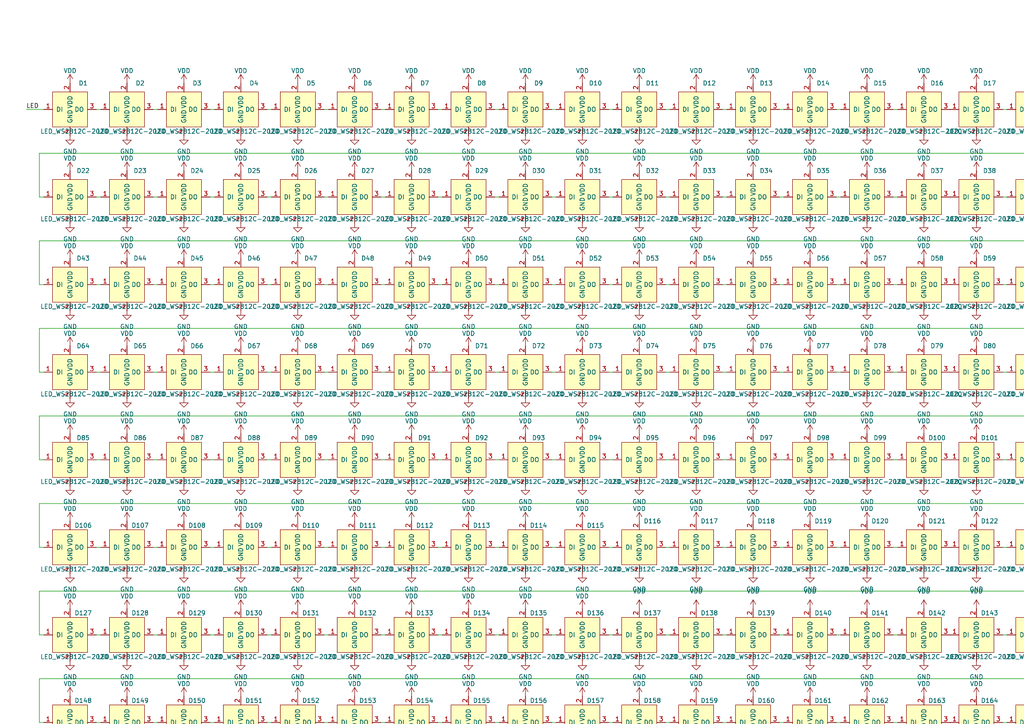
<source format=kicad_sch>
(kicad_sch (version 20211123) (generator eeschema)
  (paper "A4")
  (junction (at 377.19 134.62))
  (junction (at 401.32 99.06))
  (junction (at 420.37 80.01))
  (junction (at 400.05 27.94))
  (junction (at 401.32 96.52))
  (junction (at 401.32 93.98))
  (junction (at 400.05 30.48))
  (junction (at 400.05 33.02))
  (wire (pts (xy 356.87 196.85) (xy 356.87 184.15)))
  (wire (pts (xy 11.43 222.25) (xy 356.87 222.25)))
  (wire (pts (xy 323.85 209.55) (xy 325.12 209.55)))
  (wire (pts (xy 110.49 158.75) (xy 111.76 158.75)))
  (wire (pts (xy 11.43 69.85) (xy 356.87 69.85)))
  (wire (pts (xy 209.55 260.35) (xy 210.82 260.35)))
  (wire (pts (xy 44.45 234.95) (xy 45.72 234.95)))
  (wire (pts (xy 259.08 209.55) (xy 260.35 209.55)))
  (wire (pts (xy 11.43 323.85) (xy 356.87 323.85)))
  (wire (pts (xy 127 158.75) (xy 128.27 158.75)))
  (wire (pts (xy 356.87 171.45) (xy 356.87 158.75)))
  (wire (pts (xy 226.06 234.95) (xy 227.33 234.95)))
  (wire (pts (xy 44.45 311.15) (xy 45.72 311.15)))
  (wire (pts (xy 356.87 95.25) (xy 356.87 82.55)))
  (wire (pts (xy 176.53 31.75) (xy 177.8 31.75)))
  (wire (pts (xy 209.55 107.95) (xy 210.82 107.95)))
  (wire (pts (xy 176.53 234.95) (xy 177.8 234.95)))
  (wire (pts (xy 11.43 247.65) (xy 356.87 247.65)))
  (wire (pts (xy 127 133.35) (xy 128.27 133.35)))
  (wire (pts (xy 340.36 336.55) (xy 341.63 336.55)))
  (wire (pts (xy 127 311.15) (xy 128.27 311.15)))
  (wire (pts (xy 93.98 184.15) (xy 95.25 184.15)))
  (wire (pts (xy 398.78 78.74) (xy 398.78 81.28)))
  (wire (pts (xy 209.55 184.15) (xy 210.82 184.15)))
  (wire (pts (xy 11.43 95.25) (xy 356.87 95.25)))
  (wire (pts (xy 356.87 349.25) (xy 356.87 336.55)))
  (wire (pts (xy 77.47 107.95) (xy 78.74 107.95)))
  (wire (pts (xy 400.05 30.48) (xy 400.05 27.94)))
  (wire (pts (xy 340.36 133.35) (xy 341.63 133.35)))
  (wire (pts (xy 323.85 285.75) (xy 325.12 285.75)))
  (wire (pts (xy 127 57.15) (xy 128.27 57.15)))
  (wire (pts (xy 323.85 260.35) (xy 325.12 260.35)))
  (wire (pts (xy 242.57 82.55) (xy 243.84 82.55)))
  (wire (pts (xy 127 285.75) (xy 128.27 285.75)))
  (wire (pts (xy 340.36 184.15) (xy 341.63 184.15)))
  (wire (pts (xy 323.85 82.55) (xy 325.12 82.55)))
  (wire (pts (xy 11.43 361.95) (xy 11.43 349.25)))
  (wire (pts (xy 143.51 158.75) (xy 144.78 158.75)))
  (wire (pts (xy 307.34 133.35) (xy 308.61 133.35)))
  (wire (pts (xy 340.36 57.15) (xy 341.63 57.15)))
  (wire (pts (xy 60.96 285.75) (xy 62.23 285.75)))
  (wire (pts (xy 242.57 57.15) (xy 243.84 57.15)))
  (wire (pts (xy 77.47 184.15) (xy 78.74 184.15)))
  (wire (pts (xy 398.78 91.44) (xy 401.32 91.44)))
  (wire (pts (xy 209.55 209.55) (xy 210.82 209.55)))
  (wire (pts (xy 44.45 158.75) (xy 45.72 158.75)))
  (wire (pts (xy 60.96 57.15) (xy 62.23 57.15)))
  (wire (pts (xy 398.78 27.94) (xy 400.05 27.94)))
  (wire (pts (xy 110.49 336.55) (xy 111.76 336.55)))
  (wire (pts (xy 44.45 107.95) (xy 45.72 107.95)))
  (wire (pts (xy 193.04 209.55) (xy 194.31 209.55)))
  (wire (pts (xy 44.45 285.75) (xy 45.72 285.75)))
  (wire (pts (xy 11.43 171.45) (xy 11.43 184.15)))
  (wire (pts (xy 193.04 285.75) (xy 194.31 285.75)))
  (wire (pts (xy 377.19 127) (xy 377.19 134.62)))
  (wire (pts (xy 242.57 184.15) (xy 243.84 184.15)))
  (wire (pts (xy 44.45 260.35) (xy 45.72 260.35)))
  (wire (pts (xy 193.04 82.55) (xy 194.31 82.55)))
  (wire (pts (xy 11.43 57.15) (xy 12.7 57.15)))
  (wire (pts (xy 60.96 184.15) (xy 62.23 184.15)))
  (wire (pts (xy 27.94 234.95) (xy 29.21 234.95)))
  (wire (pts (xy 11.43 323.85) (xy 11.43 336.55)))
  (wire (pts (xy 420.37 80.01) (xy 426.72 80.01)))
  (wire (pts (xy 401.32 99.06) (xy 401.32 100.33)))
  (wire (pts (xy 290.83 234.95) (xy 292.1 234.95)))
  (wire (pts (xy 398.78 96.52) (xy 401.32 96.52)))
  (wire (pts (xy 290.83 107.95) (xy 292.1 107.95)))
  (wire (pts (xy 226.06 82.55) (xy 227.33 82.55)))
  (wire (pts (xy 127 184.15) (xy 128.27 184.15)))
  (wire (pts (xy 160.02 336.55) (xy 161.29 336.55)))
  (wire (pts (xy 209.55 285.75) (xy 210.82 285.75)))
  (wire (pts (xy 110.49 260.35) (xy 111.76 260.35)))
  (wire (pts (xy 226.06 133.35) (xy 227.33 133.35)))
  (wire (pts (xy 398.78 83.82) (xy 398.78 86.36)))
  (wire (pts (xy 242.57 234.95) (xy 243.84 234.95)))
  (wire (pts (xy 27.94 260.35) (xy 29.21 260.35)))
  (wire (pts (xy 11.43 120.65) (xy 11.43 133.35)))
  (wire (pts (xy 209.55 31.75) (xy 210.82 31.75)))
  (wire (pts (xy 340.36 158.75) (xy 341.63 158.75)))
  (wire (pts (xy 11.43 285.75) (xy 12.7 285.75)))
  (wire (pts (xy 77.47 133.35) (xy 78.74 133.35)))
  (wire (pts (xy 356.87 222.25) (xy 356.87 209.55)))
  (wire (pts (xy 77.47 82.55) (xy 78.74 82.55)))
  (wire (pts (xy 226.06 57.15) (xy 227.33 57.15)))
  (wire (pts (xy 11.43 311.15) (xy 11.43 298.45)))
  (wire (pts (xy 426.72 80.01) (xy 426.72 77.47)))
  (wire (pts (xy 400.05 33.02) (xy 400.05 30.48)))
  (wire (pts (xy 323.85 158.75) (xy 325.12 158.75)))
  (wire (pts (xy 27.94 311.15) (xy 29.21 311.15)))
  (wire (pts (xy 11.43 361.95) (xy 12.7 361.95)))
  (wire (pts (xy 77.47 57.15) (xy 78.74 57.15)))
  (wire (pts (xy 143.51 285.75) (xy 144.78 285.75)))
  (wire (pts (xy 127 82.55) (xy 128.27 82.55)))
  (wire (pts (xy 242.57 311.15) (xy 243.84 311.15)))
  (wire (pts (xy 143.51 209.55) (xy 144.78 209.55)))
  (wire (pts (xy 93.98 57.15) (xy 95.25 57.15)))
  (wire (pts (xy 143.51 260.35) (xy 144.78 260.35)))
  (wire (pts (xy 143.51 234.95) (xy 144.78 234.95)))
  (wire (pts (xy 176.53 260.35) (xy 177.8 260.35)))
  (wire (pts (xy 160.02 285.75) (xy 161.29 285.75)))
  (wire (pts (xy 27.94 82.55) (xy 29.21 82.55)))
  (wire (pts (xy 27.94 57.15) (xy 29.21 57.15)))
  (wire (pts (xy 340.36 107.95) (xy 341.63 107.95)))
  (wire (pts (xy 160.02 311.15) (xy 161.29 311.15)))
  (wire (pts (xy 401.32 91.44) (xy 401.32 93.98)))
  (wire (pts (xy 290.83 311.15) (xy 292.1 311.15)))
  (wire (pts (xy 402.59 144.78) (xy 406.4 144.78)))
  (wire (pts (xy 193.04 31.75) (xy 194.31 31.75)))
  (wire (pts (xy 77.47 234.95) (xy 78.74 234.95)))
  (wire (pts (xy 93.98 285.75) (xy 95.25 285.75)))
  (wire (pts (xy 193.04 260.35) (xy 194.31 260.35)))
  (wire (pts (xy 44.45 57.15) (xy 45.72 57.15)))
  (wire (pts (xy 160.02 57.15) (xy 161.29 57.15)))
  (wire (pts (xy 11.43 209.55) (xy 11.43 196.85)))
  (wire (pts (xy 340.36 82.55) (xy 341.63 82.55)))
  (wire (pts (xy 340.36 311.15) (xy 341.63 311.15)))
  (wire (pts (xy 307.34 285.75) (xy 308.61 285.75)))
  (wire (pts (xy 193.04 234.95) (xy 194.31 234.95)))
  (wire (pts (xy 193.04 311.15) (xy 194.31 311.15)))
  (wire (pts (xy 307.34 311.15) (xy 308.61 311.15)))
  (wire (pts (xy 44.45 133.35) (xy 45.72 133.35)))
  (wire (pts (xy 11.43 260.35) (xy 11.43 247.65)))
  (wire (pts (xy 143.51 133.35) (xy 144.78 133.35)))
  (wire (pts (xy 307.34 57.15) (xy 308.61 57.15)))
  (wire (pts (xy 60.96 260.35) (xy 62.23 260.35)))
  (wire (pts (xy 27.94 133.35) (xy 29.21 133.35)))
  (wire (pts (xy 356.87 247.65) (xy 356.87 234.95)))
  (wire (pts (xy 209.55 311.15) (xy 210.82 311.15)))
  (wire (pts (xy 110.49 107.95) (xy 111.76 107.95)))
  (wire (pts (xy 400.05 27.94) (xy 400.05 26.67)))
  (wire (pts (xy 110.49 184.15) (xy 111.76 184.15)))
  (wire (pts (xy 11.43 273.05) (xy 356.87 273.05)))
  (wire (pts (xy 259.08 158.75) (xy 260.35 158.75)))
  (wire (pts (xy 27.94 361.95) (xy 29.21 361.95)))
  (wire (pts (xy 193.04 107.95) (xy 194.31 107.95)))
  (wire (pts (xy 242.57 209.55) (xy 243.84 209.55)))
  (wire (pts (xy 209.55 336.55) (xy 210.82 336.55)))
  (wire (pts (xy 290.83 209.55) (xy 292.1 209.55)))
  (wire (pts (xy 60.96 311.15) (xy 62.23 311.15)))
  (wire (pts (xy 340.36 234.95) (xy 341.63 234.95)))
  (wire (pts (xy 377.19 134.62) (xy 381 134.62)))
  (wire (pts (xy 307.34 209.55) (xy 308.61 209.55)))
  (wire (pts (xy 127 234.95) (xy 128.27 234.95)))
  (wire (pts (xy 307.34 31.75) (xy 308.61 31.75)))
  (wire (pts (xy 340.36 209.55) (xy 341.63 209.55)))
  (wire (pts (xy 356.87 146.05) (xy 356.87 133.35)))
  (wire (pts (xy 93.98 336.55) (xy 95.25 336.55)))
  (wire (pts (xy 398.78 33.02) (xy 400.05 33.02)))
  (wire (pts (xy 290.83 336.55) (xy 292.1 336.55)))
  (wire (pts (xy 209.55 133.35) (xy 210.82 133.35)))
  (wire (pts (xy 323.85 184.15) (xy 325.12 184.15)))
  (wire (pts (xy 27.94 209.55) (xy 29.21 209.55)))
  (wire (pts (xy 93.98 133.35) (xy 95.25 133.35)))
  (wire (pts (xy 27.94 184.15) (xy 29.21 184.15)))
  (wire (pts (xy 77.47 260.35) (xy 78.74 260.35)))
  (wire (pts (xy 93.98 31.75) (xy 95.25 31.75)))
  (wire (pts (xy 60.96 31.75) (xy 62.23 31.75)))
  (wire (pts (xy 11.43 57.15) (xy 11.43 44.45)))
  (wire (pts (xy 77.47 336.55) (xy 78.74 336.55)))
  (wire (pts (xy 323.85 107.95) (xy 325.12 107.95)))
  (wire (pts (xy 160.02 234.95) (xy 161.29 234.95)))
  (wire (pts (xy 226.06 184.15) (xy 227.33 184.15)))
  (wire (pts (xy 209.55 82.55) (xy 210.82 82.55)))
  (wire (pts (xy 44.45 209.55) (xy 45.72 209.55)))
  (wire (pts (xy 110.49 285.75) (xy 111.76 285.75)))
  (wire (pts (xy 290.83 82.55) (xy 292.1 82.55)))
  (wire (pts (xy 290.83 133.35) (xy 292.1 133.35)))
  (wire (pts (xy 290.83 158.75) (xy 292.1 158.75)))
  (wire (pts (xy 77.47 311.15) (xy 78.74 311.15)))
  (wire (pts (xy 11.43 222.25) (xy 11.43 234.95)))
  (wire (pts (xy 401.32 96.52) (xy 401.32 99.06)))
  (wire (pts (xy 60.96 158.75) (xy 62.23 158.75)))
  (wire (pts (xy 77.47 209.55) (xy 78.74 209.55)))
  (wire (pts (xy 160.02 133.35) (xy 161.29 133.35)))
  (wire (pts (xy 93.98 209.55) (xy 95.25 209.55)))
  (wire (pts (xy 44.45 82.55) (xy 45.72 82.55)))
  (wire (pts (xy 323.85 336.55) (xy 325.12 336.55)))
  (wire (pts (xy 193.04 336.55) (xy 194.31 336.55)))
  (wire (pts (xy 44.45 361.95) (xy 45.72 361.95)))
  (wire (pts (xy 160.02 158.75) (xy 161.29 158.75)))
  (wire (pts (xy 93.98 311.15) (xy 95.25 311.15)))
  (wire (pts (xy 401.32 93.98) (xy 401.32 96.52)))
  (wire (pts (xy 176.53 82.55) (xy 177.8 82.55)))
  (wire (pts (xy 398.78 93.98) (xy 401.32 93.98)))
  (wire (pts (xy 398.78 35.56) (xy 400.05 35.56)))
  (wire (pts (xy 60.96 82.55) (xy 62.23 82.55)))
  (wire (pts (xy 110.49 209.55) (xy 111.76 209.55)))
  (wire (pts (xy 11.43 69.85) (xy 11.43 82.55)))
  (wire (pts (xy 307.34 107.95) (xy 308.61 107.95)))
  (wire (pts (xy 242.57 107.95) (xy 243.84 107.95)))
  (wire (pts (xy 160.02 82.55) (xy 161.29 82.55)))
  (wire (pts (xy 226.06 31.75) (xy 227.33 31.75)))
  (wire (pts (xy 242.57 158.75) (xy 243.84 158.75)))
  (wire (pts (xy 259.08 234.95) (xy 260.35 234.95)))
  (wire (pts (xy 143.51 184.15) (xy 144.78 184.15)))
  (wire (pts (xy 44.45 31.75) (xy 45.72 31.75)))
  (wire (pts (xy 143.51 31.75) (xy 144.78 31.75)))
  (wire (pts (xy 11.43 133.35) (xy 12.7 133.35)))
  (wire (pts (xy 27.94 31.75) (xy 29.21 31.75)))
  (wire (pts (xy 11.43 273.05) (xy 11.43 285.75)))
  (wire (pts (xy 226.06 107.95) (xy 227.33 107.95)))
  (wire (pts (xy 176.53 184.15) (xy 177.8 184.15)))
  (wire (pts (xy 384.81 123.19) (xy 384.81 124.46)))
  (wire (pts (xy 110.49 234.95) (xy 111.76 234.95)))
  (wire (pts (xy 259.08 285.75) (xy 260.35 285.75)))
  (wire (pts (xy 27.94 107.95) (xy 29.21 107.95)))
  (wire (pts (xy 93.98 82.55) (xy 95.25 82.55)))
  (wire (pts (xy 11.43 44.45) (xy 356.87 44.45)))
  (wire (pts (xy 11.43 158.75) (xy 11.43 146.05)))
  (wire (pts (xy 193.04 133.35) (xy 194.31 133.35)))
  (wire (pts (xy 290.83 184.15) (xy 292.1 184.15)))
  (wire (pts (xy 11.43 146.05) (xy 356.87 146.05)))
  (wire (pts (xy 209.55 158.75) (xy 210.82 158.75)))
  (wire (pts (xy 160.02 260.35) (xy 161.29 260.35)))
  (wire (pts (xy 412.75 67.31) (xy 426.72 67.31)))
  (wire (pts (xy 143.51 311.15) (xy 144.78 311.15)))
  (wire (pts (xy 259.08 133.35) (xy 260.35 133.35)))
  (wire (pts (xy 93.98 234.95) (xy 95.25 234.95)))
  (wire (pts (xy 193.04 57.15) (xy 194.31 57.15)))
  (wire (pts (xy 127 260.35) (xy 128.27 260.35)))
  (wire (pts (xy 11.43 349.25) (xy 356.87 349.25)))
  (wire (pts (xy 44.45 184.15) (xy 45.72 184.15)))
  (wire (pts (xy 356.87 298.45) (xy 356.87 285.75)))
  (wire (pts (xy 340.36 285.75) (xy 341.63 285.75)))
  (wire (pts (xy 143.51 336.55) (xy 144.78 336.55)))
  (wire (pts (xy 127 336.55) (xy 128.27 336.55)))
  (wire (pts (xy 323.85 311.15) (xy 325.12 311.15)))
  (wire (pts (xy 290.83 260.35) (xy 292.1 260.35)))
  (wire (pts (xy 176.53 158.75) (xy 177.8 158.75)))
  (wire (pts (xy 160.02 107.95) (xy 161.29 107.95)))
  (wire (pts (xy 11.43 298.45) (xy 356.87 298.45)))
  (wire (pts (xy 242.57 31.75) (xy 243.84 31.75)))
  (wire (pts (xy 323.85 57.15) (xy 325.12 57.15)))
  (wire (pts (xy 242.57 285.75) (xy 243.84 285.75)))
  (wire (pts (xy 143.51 82.55) (xy 144.78 82.55)))
  (wire (pts (xy 60.96 209.55) (xy 62.23 209.55)))
  (wire (pts (xy 127 209.55) (xy 128.27 209.55)))
  (wire (pts (xy 307.34 82.55) (xy 308.61 82.55)))
  (wire (pts (xy 259.08 336.55) (xy 260.35 336.55)))
  (wire (pts (xy 160.02 184.15) (xy 161.29 184.15)))
  (wire (pts (xy 209.55 234.95) (xy 210.82 234.95)))
  (wire (pts (xy 340.36 260.35) (xy 341.63 260.35)))
  (wire (pts (xy 176.53 133.35) (xy 177.8 133.35)))
  (wire (pts (xy 93.98 260.35) (xy 95.25 260.35)))
  (wire (pts (xy 11.43 336.55) (xy 12.7 336.55)))
  (wire (pts (xy 11.43 82.55) (xy 12.7 82.55)))
  (wire (pts (xy 110.49 82.55) (xy 111.76 82.55)))
  (wire (pts (xy 307.34 336.55) (xy 308.61 336.55)))
  (wire (pts (xy 226.06 285.75) (xy 227.33 285.75)))
  (wire (pts (xy 307.34 234.95) (xy 308.61 234.95)))
  (wire (pts (xy 226.06 336.55) (xy 227.33 336.55)))
  (wire (pts (xy 323.85 234.95) (xy 325.12 234.95)))
  (wire (pts (xy 77.47 285.75) (xy 78.74 285.75)))
  (wire (pts (xy 11.43 196.85) (xy 356.87 196.85)))
  (wire (pts (xy 259.08 57.15) (xy 260.35 57.15)))
  (wire (pts (xy 226.06 311.15) (xy 227.33 311.15)))
  (wire (pts (xy 176.53 57.15) (xy 177.8 57.15)))
  (wire (pts (xy 226.06 209.55) (xy 227.33 209.55)))
  (wire (pts (xy 176.53 285.75) (xy 177.8 285.75)))
  (wire (pts (xy 412.75 69.85) (xy 420.37 69.85)))
  (wire (pts (xy 11.43 234.95) (xy 12.7 234.95)))
  (wire (pts (xy 44.45 336.55) (xy 45.72 336.55)))
  (wire (pts (xy 193.04 184.15) (xy 194.31 184.15)))
  (wire (pts (xy 176.53 311.15) (xy 177.8 311.15)))
  (wire (pts (xy 356.87 69.85) (xy 356.87 57.15)))
  (wire (pts (xy 242.57 133.35) (xy 243.84 133.35)))
  (wire (pts (xy 143.51 107.95) (xy 144.78 107.95)))
  (wire (pts (xy 242.57 336.55) (xy 243.84 336.55)))
  (wire (pts (xy 127 107.95) (xy 128.27 107.95)))
  (wire (pts (xy 402.59 134.62) (xy 417.83 134.62)))
  (wire (pts (xy 259.08 260.35) (xy 260.35 260.35)))
  (wire (pts (xy 373.38 134.62) (xy 377.19 134.62)))
  (wire (pts (xy 60.96 107.95) (xy 62.23 107.95)))
  (wire (pts (xy 110.49 133.35) (xy 111.76 133.35)))
  (wire (pts (xy 356.87 323.85) (xy 356.87 311.15)))
  (wire (pts (xy 193.04 158.75) (xy 194.31 158.75)))
  (wire (pts (xy 417.83 134.62) (xy 417.83 135.89)))
  (wire (pts (xy 11.43 120.65) (xy 356.87 120.65)))
  (wire (pts (xy 176.53 107.95) (xy 177.8 107.95)))
  (wire (pts (xy 340.36 31.75) (xy 341.63 31.75)))
  (wire (pts (xy 307.34 158.75) (xy 308.61 158.75)))
  (wire (pts (xy 60.96 133.35) (xy 62.23 133.35)))
  (wire (pts (xy 398.78 30.48) (xy 400.05 30.48)))
  (wire (pts (xy 356.87 44.45) (xy 356.87 31.75)))
  (wire (pts (xy 77.47 31.75) (xy 78.74 31.75)))
  (wire (pts (xy 27.94 336.55) (xy 29.21 336.55)))
  (wire (pts (xy 11.43 171.45) (xy 356.87 171.45)))
  (wire (pts (xy 93.98 158.75) (xy 95.25 158.75)))
  (wire (pts (xy 426.72 67.31) (xy 426.72 69.85)))
  (wire (pts (xy 307.34 184.15) (xy 308.61 184.15)))
  (wire (pts (xy 259.08 107.95) (xy 260.35 107.95)))
  (wire (pts (xy 27.94 285.75) (xy 29.21 285.75)))
  (wire (pts (xy 290.83 57.15) (xy 292.1 57.15)))
  (wire (pts (xy 127 31.75) (xy 128.27 31.75)))
  (wire (pts (xy 323.85 31.75) (xy 325.12 31.75)))
  (wire (pts (xy 11.43 209.55) (xy 12.7 209.55)))
  (wire (pts (xy 60.96 361.95) (xy 62.23 361.95)))
  (wire (pts (xy 60.96 234.95) (xy 62.23 234.95)))
  (wire (pts (xy 11.43 311.15) (xy 12.7 311.15)))
  (wire (pts (xy 60.96 336.55) (xy 62.23 336.55)))
  (wire (pts (xy 143.51 57.15) (xy 144.78 57.15)))
  (wire (pts (xy 259.08 31.75) (xy 260.35 31.75)))
  (wire (pts (xy 11.43 158.75) (xy 12.7 158.75)))
  (wire (pts (xy 93.98 107.95) (xy 95.25 107.95)))
  (wire (pts (xy 110.49 31.75) (xy 111.76 31.75)))
  (wire (pts (xy 290.83 285.75) (xy 292.1 285.75)))
  (wire (pts (xy 110.49 311.15) (xy 111.76 311.15)))
  (wire (pts (xy 398.78 99.06) (xy 401.32 99.06)))
  (wire (pts (xy 323.85 133.35) (xy 325.12 133.35)))
  (wire (pts (xy 160.02 31.75) (xy 161.29 31.75)))
  (wire (pts (xy 11.43 184.15) (xy 12.7 184.15)))
  (wire (pts (xy 259.08 311.15) (xy 260.35 311.15)))
  (wire (pts (xy 307.34 260.35) (xy 308.61 260.35)))
  (wire (pts (xy 11.43 107.95) (xy 12.7 107.95)))
  (wire (pts (xy 226.06 260.35) (xy 227.33 260.35)))
  (wire (pts (xy 176.53 209.55) (xy 177.8 209.55)))
  (wire (pts (xy 259.08 82.55) (xy 260.35 82.55)))
  (wire (pts (xy 226.06 158.75) (xy 227.33 158.75)))
  (wire (pts (xy 110.49 57.15) (xy 111.76 57.15)))
  (wire (pts (xy 176.53 336.55) (xy 177.8 336.55)))
  (wire (pts (xy 356.87 273.05) (xy 356.87 260.35)))
  (wire (pts (xy 400.05 35.56) (xy 400.05 33.02)))
  (wire (pts (xy 7.62 31.75) (xy 12.7 31.75)))
  (wire (pts (xy 77.47 158.75) (xy 78.74 158.75)))
  (wire (pts (xy 11.43 107.95) (xy 11.43 95.25)))
  (wire (pts (xy 27.94 158.75) (xy 29.21 158.75)))
  (wire (pts (xy 11.43 260.35) (xy 12.7 260.35)))
  (wire (pts (xy 377.19 137.16) (xy 381 137.16)))
  (wire (pts (xy 356.87 120.65) (xy 356.87 107.95)))
  (wire (pts (xy 160.02 209.55) (xy 161.29 209.55)))
  (wire (pts (xy 242.57 260.35) (xy 243.84 260.35)))
  (wire (pts (xy 259.08 184.15) (xy 260.35 184.15)))
  (wire (pts (xy 420.37 80.01) (xy 420.37 77.47)))
  (wire (pts (xy 209.55 57.15) (xy 210.82 57.15)))
  (wire (pts (xy 290.83 31.75) (xy 292.1 31.75)))
  (label "CC1" (at 398.78 66.04 0))
  (label "DP" (at 373.38 134.62 0))
  (label "DP" (at 398.78 78.74 0))
  (label "CC2" (at 414.02 69.85 0))
  (label "DM" (at 377.19 137.16 0))
  (label "CC2" (at 398.78 71.12 0))
  (label "DM" (at 398.78 83.82 0))
  (label "CC1" (at 414.02 67.31 0))
  (label "LED" (at 402.59 134.62 0))
  (label "LED" (at 7.62 31.75 0))
  (symbol (lib_id "power:GND") (at 234.95 267.97 0) (unit 1)
    (property "Reference" "#PWR0418" (effects hide))
    (property "Value" "GND" (at 234.95 272.5325 0))
  )
  (symbol (lib_id "power:VDD") (at 201.93 303.53 0) (unit 1)
    (property "Reference" "#PWR0479" (effects hide))
    (property "Value" "VDD" (at 201.93 299.9255 0))
  )
  (symbol (lib_id "akita:LED_WS2812C-2020") (at 20.32 184.15 0) (unit 1)
    (property "Reference" "D127" (at 24.13 177.8 0))
    (property "Value" "LED_WS2812C-2020" (at 21.59 190.5 0))
    (property "Footprint" "akita:LED_2020_4p" (effects hide))
  )
  (symbol (lib_id "akita:LED_WS2812C-2020") (at 185.42 107.95 0) (unit 1)
    (property "Reference" "D74" (at 189.23 100.33 0))
    (property "Value" "LED_WS2812C-2020" (at 186.69 114.3 0))
    (property "Footprint" "akita:LED_2020_4p" (effects hide))
  )
  (symbol (lib_id "power:GND") (at 283.21 217.17 0) (unit 1)
    (property "Reference" "#PWR0337" (effects hide))
    (property "Value" "GND" (at 283.21 221.7325 0))
  )
  (symbol (lib_id "power:VDD") (at 168.91 303.53 0) (unit 1)
    (property "Reference" "#PWR0477" (effects hide))
    (property "Value" "VDD" (at 168.91 299.9255 0))
  )
  (symbol (lib_id "power:GND") (at 234.95 293.37 0) (unit 1)
    (property "Reference" "#PWR0460" (effects hide))
    (property "Value" "GND" (at 234.95 297.9325 0))
  )
  (symbol (lib_id "power:VDD") (at 36.83 125.73 0) (unit 1)
    (property "Reference" "#PWR0175" (effects hide))
    (property "Value" "VDD" (at 36.83 122.1255 0))
  )
  (symbol (lib_id "power:VDD") (at 20.32 100.33 0) (unit 1)
    (property "Reference" "#PWR0132" (effects hide))
    (property "Value" "VDD" (at 20.32 96.7255 0))
  )
  (symbol (lib_id "power:VDD") (at 251.46 125.73 0) (unit 1)
    (property "Reference" "#PWR0188" (effects hide))
    (property "Value" "VDD" (at 251.46 122.1255 0))
  )
  (symbol (lib_id "akita:LED_WS2812C-2020") (at 201.93 285.75 0) (unit 1)
    (property "Reference" "D222" (at 205.74 279.4 0))
    (property "Value" "LED_WS2812C-2020" (at 203.2 292.1 0))
    (property "Footprint" "akita:LED_2020_4p" (effects hide))
  )
  (symbol (lib_id "akita:LED_WS2812C-2020") (at 135.89 184.15 0) (unit 1)
    (property "Reference" "D134" (at 139.7 177.8 0))
    (property "Value" "LED_WS2812C-2020" (at 137.16 190.5 0))
    (property "Footprint" "akita:LED_2020_4p" (effects hide))
  )
  (symbol (lib_id "power:GND") (at 267.97 140.97 0) (unit 1)
    (property "Reference" "#PWR0210" (effects hide))
    (property "Value" "GND" (at 267.97 145.5325 0))
  )
  (symbol (lib_id "power:GND") (at 316.23 242.57 0) (unit 1)
    (property "Reference" "#PWR0381" (effects hide))
    (property "Value" "GND" (at 316.23 247.1325 0))
  )
  (symbol (lib_id "power:GND") (at 316.23 191.77 0) (unit 1)
    (property "Reference" "#PWR0297" (effects hide))
    (property "Value" "GND" (at 316.23 196.3325 0))
  )
  (symbol (lib_id "power:GND") (at 102.87 293.37 0) (unit 1)
    (property "Reference" "#PWR0452" (effects hide))
    (property "Value" "GND" (at 102.87 297.9325 0))
  )
  (symbol (lib_id "akita:LED_WS2812C-2020") (at 332.74 260.35 0) (unit 1)
    (property "Reference" "D209" (at 336.55 254 0))
    (property "Value" "LED_WS2812C-2020" (at 334.01 266.7 0))
    (property "Footprint" "akita:LED_2020_4p" (effects hide))
  )
  (symbol (lib_id "akita:LED_WS2812C-2020") (at 53.34 361.95 0) (unit 1)
    (property "Reference" "D276" (at 57.15 355.6 0))
    (property "Value" "LED_WS2812C-2020" (at 54.61 368.3 0))
    (property "Footprint" "akita:LED_2020_4p" (effects hide))
  )
  (symbol (lib_id "akita:LED_WS2812C-2020") (at 283.21 107.95 0) (unit 1)
    (property "Reference" "D80" (at 287.02 100.33 0))
    (property "Value" "LED_WS2812C-2020" (at 284.48 114.3 0))
    (property "Footprint" "akita:LED_2020_4p" (effects hide))
  )
  (symbol (lib_id "power:VDD") (at 316.23 151.13 0) (unit 1)
    (property "Reference" "#PWR0234" (effects hide))
    (property "Value" "VDD" (at 316.23 147.5255 0))
  )
  (symbol (lib_id "power:VDD") (at 234.95 74.93 0) (unit 1)
    (property "Reference" "#PWR098" (effects hide))
    (property "Value" "VDD" (at 234.95 71.3255 0))
  )
  (symbol (lib_id "power:GND") (at 53.34 242.57 0) (unit 1)
    (property "Reference" "#PWR0365" (effects hide))
    (property "Value" "GND" (at 53.34 247.1325 0))
  )
  (symbol (lib_id "power:GND") (at 135.89 344.17 0) (unit 1)
    (property "Reference" "#PWR0538" (effects hide))
    (property "Value" "GND" (at 135.89 348.7325 0))
  )
  (symbol (lib_id "akita:LED_WS2812C-2020") (at 299.72 285.75 0) (unit 1)
    (property "Reference" "D228" (at 303.53 278.13 0))
    (property "Value" "LED_WS2812C-2020" (at 300.99 292.1 0))
    (property "Footprint" "akita:LED_2020_4p" (effects hide))
  )
  (symbol (lib_id "power:VDD") (at 267.97 100.33 0) (unit 1)
    (property "Reference" "#PWR0147" (effects hide))
    (property "Value" "VDD" (at 267.97 96.7255 0))
  )
  (symbol (lib_id "power:VDD") (at 218.44 151.13 0) (unit 1)
    (property "Reference" "#PWR0228" (effects hide))
    (property "Value" "VDD" (at 218.44 147.5255 0))
  )
  (symbol (lib_id "power:GND") (at 251.46 217.17 0) (unit 1)
    (property "Reference" "#PWR0335" (effects hide))
    (property "Value" "GND" (at 251.46 221.7325 0))
  )
  (symbol (lib_id "akita:LED_WS2812C-2020") (at 201.93 158.75 0) (unit 1)
    (property "Reference" "D117" (at 205.74 151.13 0))
    (property "Value" "LED_WS2812C-2020" (at 203.2 165.1 0))
    (property "Footprint" "akita:LED_2020_4p" (effects hide))
  )
  (symbol (lib_id "akita:LED_WS2812C-2020") (at 283.21 184.15 0) (unit 1)
    (property "Reference" "D143" (at 287.02 177.8 0))
    (property "Value" "LED_WS2812C-2020" (at 284.48 190.5 0))
    (property "Footprint" "akita:LED_2020_4p" (effects hide))
  )
  (symbol (lib_id "power:VDD") (at 36.83 24.13 0) (unit 1)
    (property "Reference" "#PWR01" (effects hide))
    (property "Value" "VDD" (at 36.83 20.5255 0))
  )
  (symbol (lib_id "power:VDD") (at 69.85 278.13 0) (unit 1)
    (property "Reference" "#PWR0429" (effects hide))
    (property "Value" "VDD" (at 69.85 274.5255 0))
  )
  (symbol (lib_id "power:VDD") (at 185.42 151.13 0) (unit 1)
    (property "Reference" "#PWR0226" (effects hide))
    (property "Value" "VDD" (at 185.42 147.5255 0))
  )
  (symbol (lib_id "power:GND") (at 20.32 115.57 0) (unit 1)
    (property "Reference" "#PWR0153" (effects hide))
    (property "Value" "GND" (at 20.32 120.1325 0))
  )
  (symbol (lib_id "akita:LED_WS2812C-2020") (at 251.46 133.35 0) (unit 1)
    (property "Reference" "D99" (at 255.27 127 0))
    (property "Value" "LED_WS2812C-2020" (at 252.73 139.7 0))
    (property "Footprint" "akita:LED_2020_4p" (effects hide))
  )
  (symbol (lib_id "power:VDD") (at 316.23 100.33 0) (unit 1)
    (property "Reference" "#PWR0150" (effects hide))
    (property "Value" "VDD" (at 316.23 96.7255 0))
  )
  (symbol (lib_id "power:VDD") (at 102.87 252.73 0) (unit 1)
    (property "Reference" "#PWR0389" (effects hide))
    (property "Value" "VDD" (at 102.87 249.1255 0))
  )
  (symbol (lib_id "akita:LED_WS2812C-2020") (at 251.46 285.75 0) (unit 1)
    (property "Reference" "D225" (at 255.27 279.4 0))
    (property "Value" "LED_WS2812C-2020" (at 252.73 292.1 0))
    (property "Footprint" "akita:LED_2020_4p" (effects hide))
  )
  (symbol (lib_id "power:GND") (at 152.4 64.77 0) (unit 1)
    (property "Reference" "#PWR072" (effects hide))
    (property "Value" "GND" (at 152.4 69.3325 0))
  )
  (symbol (lib_id "power:VDD") (at 349.25 24.13 0) (unit 1)
    (property "Reference" "#PWR022" (effects hide))
    (property "Value" "VDD" (at 349.25 20.5255 0))
  )
  (symbol (lib_id "akita:LED_WS2812C-2020") (at 135.89 57.15 0) (unit 1)
    (property "Reference" "D29" (at 139.7 49.53 0))
    (property "Value" "LED_WS2812C-2020" (at 137.16 63.5 0))
    (property "Footprint" "akita:LED_2020_4p" (effects hide))
  )
  (symbol (lib_id "power:GND") (at 69.85 267.97 0) (unit 1)
    (property "Reference" "#PWR0408" (effects hide))
    (property "Value" "GND" (at 69.85 272.5325 0))
  )
  (symbol (lib_id "power:VDD") (at 152.4 125.73 0) (unit 1)
    (property "Reference" "#PWR0182" (effects hide))
    (property "Value" "VDD" (at 152.4 122.1255 0))
  )
  (symbol (lib_id "akita:LED_WS2812C-2020") (at 86.36 57.15 0) (unit 1)
    (property "Reference" "D26" (at 90.17 49.53 0))
    (property "Value" "LED_WS2812C-2020" (at 87.63 63.5 0))
    (property "Footprint" "akita:LED_2020_4p" (effects hide))
  )
  (symbol (lib_id "power:GND") (at 86.36 64.77 0) (unit 1)
    (property "Reference" "#PWR068" (effects hide))
    (property "Value" "GND" (at 86.36 69.3325 0))
  )
  (symbol (lib_id "akita:LED_WS2812C-2020") (at 201.93 107.95 0) (unit 1)
    (property "Reference" "D75" (at 205.74 100.33 0))
    (property "Value" "LED_WS2812C-2020" (at 203.2 114.3 0))
    (property "Footprint" "akita:LED_2020_4p" (effects hide))
  )
  (symbol (lib_id "power:VDD") (at 185.42 227.33 0) (unit 1)
    (property "Reference" "#PWR0352" (effects hide))
    (property "Value" "VDD" (at 185.42 223.7255 0))
  )
  (symbol (lib_id "power:GND") (at 20.32 267.97 0) (unit 1)
    (property "Reference" "#PWR0405" (effects hide))
    (property "Value" "GND" (at 20.32 272.5325 0))
  )
  (symbol (lib_id "power:VDD") (at 218.44 24.13 0) (unit 1)
    (property "Reference" "#PWR014" (effects hide))
    (property "Value" "VDD" (at 218.44 20.5255 0))
  )
  (symbol (lib_id "power:GND") (at 316.23 166.37 0) (unit 1)
    (property "Reference" "#PWR0255" (effects hide))
    (property "Value" "GND" (at 316.23 170.9325 0))
  )
  (symbol (lib_id "power:GND") (at 267.97 267.97 0) (unit 1)
    (property "Reference" "#PWR0420" (effects hide))
    (property "Value" "GND" (at 267.97 272.5325 0))
  )
  (symbol (lib_id "power:VDD") (at 234.95 100.33 0) (unit 1)
    (property "Reference" "#PWR0145" (effects hide))
    (property "Value" "VDD" (at 234.95 96.7255 0))
  )
  (symbol (lib_id "power:GND") (at 299.72 293.37 0) (unit 1)
    (property "Reference" "#PWR0464" (effects hide))
    (property "Value" "GND" (at 299.72 297.9325 0))
  )
  (symbol (lib_id "power:GND") (at 152.4 217.17 0) (unit 1)
    (property "Reference" "#PWR0329" (effects hide))
    (property "Value" "GND" (at 152.4 221.7325 0))
  )
  (symbol (lib_id "power:VDD") (at 283.21 100.33 0) (unit 1)
    (property "Reference" "#PWR0148" (effects hide))
    (property "Value" "VDD" (at 283.21 96.7255 0))
  )
  (symbol (lib_id "power:GND") (at 53.34 64.77 0) (unit 1)
    (property "Reference" "#PWR066" (effects hide))
    (property "Value" "GND" (at 53.34 69.3325 0))
  )
  (symbol (lib_id "power:GND") (at 20.32 140.97 0) (unit 1)
    (property "Reference" "#PWR0195" (effects hide))
    (property "Value" "GND" (at 20.32 145.5325 0))
  )
  (symbol (lib_id "power:VDD") (at 69.85 100.33 0) (unit 1)
    (property "Reference" "#PWR0135" (effects hide))
    (property "Value" "VDD" (at 69.85 96.7255 0))
  )
  (symbol (lib_id "power:VDD") (at 20.32 328.93 0) (unit 1)
    (property "Reference" "#PWR0510" (effects hide))
    (property "Value" "VDD" (at 20.32 325.3255 0))
  )
  (symbol (lib_id "akita:LED_WS2812C-2020") (at 316.23 336.55 0) (unit 1)
    (property "Reference" "D271" (at 320.04 328.93 0))
    (property "Value" "LED_WS2812C-2020" (at 317.5 342.9 0))
    (property "Footprint" "akita:LED_2020_4p" (effects hide))
  )
  (symbol (lib_id "power:VDD") (at 168.91 278.13 0) (unit 1)
    (property "Reference" "#PWR0435" (effects hide))
    (property "Value" "VDD" (at 168.91 274.5255 0))
  )
  (symbol (lib_id "power:GND") (at 53.34 140.97 0) (unit 1)
    (property "Reference" "#PWR0197" (effects hide))
    (property "Value" "GND" (at 53.34 145.5325 0))
  )
  (symbol (lib_id "power:VDD") (at 349.25 303.53 0) (unit 1)
    (property "Reference" "#PWR0488" (effects hide))
    (property "Value" "VDD" (at 349.25 299.9255 0))
  )
  (symbol (lib_id "akita:LED_WS2812C-2020") (at 152.4 260.35 0) (unit 1)
    (property "Reference" "D198" (at 156.21 254 0))
    (property "Value" "LED_WS2812C-2020" (at 153.67 266.7 0))
    (property "Footprint" "akita:LED_2020_4p" (effects hide))
  )
  (symbol (lib_id "akita:LED_WS2812C-2020") (at 234.95 336.55 0) (unit 1)
    (property "Reference" "D266" (at 238.76 330.2 0))
    (property "Value" "LED_WS2812C-2020" (at 236.22 342.9 0))
    (property "Footprint" "akita:LED_2020_4p" (effects hide))
  )
  (symbol (lib_id "power:VDD") (at 218.44 201.93 0) (unit 1)
    (property "Reference" "#PWR0312" (effects hide))
    (property "Value" "VDD" (at 218.44 198.3255 0))
  )
  (symbol (lib_id "power:VDD") (at 201.93 24.13 0) (unit 1)
    (property "Reference" "#PWR013" (effects hide))
    (property "Value" "VDD" (at 201.93 20.5255 0))
  )
  (symbol (lib_id "power:GND") (at 119.38 344.17 0) (unit 1)
    (property "Reference" "#PWR0537" (effects hide))
    (property "Value" "GND" (at 119.38 348.7325 0))
  )
  (symbol (lib_id "power:VDD") (at 267.97 74.93 0) (unit 1)
    (property "Reference" "#PWR0100" (effects hide))
    (property "Value" "VDD" (at 267.97 71.3255 0))
  )
  (symbol (lib_id "power:VDD") (at 316.23 303.53 0) (unit 1)
    (property "Reference" "#PWR0486" (effects hide))
    (property "Value" "VDD" (at 316.23 299.9255 0))
  )
  (symbol (lib_id "akita:LED_WS2812C-2020") (at 36.83 82.55 0) (unit 1)
    (property "Reference" "D44" (at 40.64 74.93 0))
    (property "Value" "LED_WS2812C-2020" (at 38.1 88.9 0))
    (property "Footprint" "akita:LED_2020_4p" (effects hide))
  )
  (symbol (lib_id "power:VDD") (at 251.46 278.13 0) (unit 1)
    (property "Reference" "#PWR0440" (effects hide))
    (property "Value" "VDD" (at 251.46 274.5255 0))
  )
  (symbol (lib_id "power:GND") (at 234.95 242.57 0) (unit 1)
    (property "Reference" "#PWR0376" (effects hide))
    (property "Value" "GND" (at 234.95 247.1325 0))
  )
  (symbol (lib_id "power:VDD") (at 168.91 151.13 0) (unit 1)
    (property "Reference" "#PWR0225" (effects hide))
    (property "Value" "VDD" (at 168.91 147.5255 0))
  )
  (symbol (lib_id "power:GND") (at 152.4 39.37 0) (unit 1)
    (property "Reference" "#PWR030" (effects hide))
    (property "Value" "GND" (at 152.4 43.9325 0))
  )
  (symbol (lib_id "akita:LED_WS2812C-2020") (at 185.42 82.55 0) (unit 1)
    (property "Reference" "D53" (at 189.23 74.93 0))
    (property "Value" "LED_WS2812C-2020" (at 186.69 88.9 0))
    (property "Footprint" "akita:LED_2020_4p" (effects hide))
  )
  (symbol (lib_id "power:VDD") (at 53.34 303.53 0) (unit 1)
    (property "Reference" "#PWR0470" (effects hide))
    (property "Value" "VDD" (at 53.34 299.9255 0))
  )
  (symbol (lib_id "akita:LED_WS2812C-2020") (at 349.25 234.95 0) (unit 1)
    (property "Reference" "D189" (at 353.06 227.33 0))
    (property "Value" "LED_WS2812C-2020" (at 350.52 241.3 0))
    (property "Footprint" "akita:LED_2020_4p" (effects hide))
  )
  (symbol (lib_id "power:VDD") (at 69.85 176.53 0) (unit 1)
    (property "Reference" "#PWR0261" (effects hide))
    (property "Value" "VDD" (at 69.85 172.9255 0))
  )
  (symbol (lib_id "Device:R") (at 381 124.46 90) (unit 1)
    (property "Reference" "R1" (at 381 121.92 90))
    (property "Value" "10k" (at 381 127 90))
    (property "Footprint" "Resistor_SMD:R_0603_1608Metric" (effects hide))
  )
  (symbol (lib_id "akita:LED_WS2812C-2020") (at 102.87 107.95 0) (unit 1)
    (property "Reference" "D69" (at 106.68 100.33 0))
    (property "Value" "LED_WS2812C-2020" (at 104.14 114.3 0))
    (property "Footprint" "akita:LED_2020_4p" (effects hide))
  )
  (symbol (lib_id "akita:LED_WS2812C-2020") (at 299.72 82.55 0) (unit 1)
    (property "Reference" "D60" (at 303.53 74.93 0))
    (property "Value" "LED_WS2812C-2020" (at 300.99 88.9 0))
    (property "Footprint" "akita:LED_2020_4p" (effects hide))
  )
  (symbol (lib_id "akita:LED_WS2812C-2020") (at 201.93 311.15 0) (unit 1)
    (property "Reference" "D243" (at 205.74 304.8 0))
    (property "Value" "LED_WS2812C-2020" (at 203.2 317.5 0))
    (property "Footprint" "akita:LED_2020_4p" (effects hide))
  )
  (symbol (lib_id "power:VDD") (at 135.89 252.73 0) (unit 1)
    (property "Reference" "#PWR0391" (effects hide))
    (property "Value" "VDD" (at 135.89 249.1255 0))
  )
  (symbol (lib_id "akita:LED_WS2812C-2020") (at 316.23 158.75 0) (unit 1)
    (property "Reference" "D124" (at 320.04 151.13 0))
    (property "Value" "LED_WS2812C-2020" (at 317.5 165.1 0))
    (property "Footprint" "akita:LED_2020_4p" (effects hide))
  )
  (symbol (lib_id "power:GND") (at 53.34 217.17 0) (unit 1)
    (property "Reference" "#PWR0323" (effects hide))
    (property "Value" "GND" (at 53.34 221.7325 0))
  )
  (symbol (lib_id "power:GND") (at 316.23 39.37 0) (unit 1)
    (property "Reference" "#PWR040" (effects hide))
    (property "Value" "GND" (at 316.23 43.9325 0))
  )
  (symbol (lib_id "power:VDD") (at 152.4 176.53 0) (unit 1)
    (property "Reference" "#PWR0266" (effects hide))
    (property "Value" "VDD" (at 152.4 172.9255 0))
  )
  (symbol (lib_id "power:GND") (at 185.42 39.37 0) (unit 1)
    (property "Reference" "#PWR032" (effects hide))
    (property "Value" "GND" (at 185.42 43.9325 0))
  )
  (symbol (lib_id "power:GND") (at 135.89 293.37 0) (unit 1)
    (property "Reference" "#PWR0454" (effects hide))
    (property "Value" "GND" (at 135.89 297.9325 0))
  )
  (symbol (lib_id "power:VDD") (at 168.91 201.93 0) (unit 1)
    (property "Reference" "#PWR0309" (effects hide))
    (property "Value" "VDD" (at 168.91 198.3255 0))
  )
  (symbol (lib_id "power:VDD") (at 185.42 176.53 0) (unit 1)
    (property "Reference" "#PWR0268" (effects hide))
    (property "Value" "VDD" (at 185.42 171.45 0))
  )
  (symbol (lib_id "akita:LED_WS2812C-2020") (at 36.83 31.75 0) (unit 1)
    (property "Reference" "D2" (at 40.64 24.13 0))
    (property "Value" "LED_WS2812C-2020" (at 38.1 38.1 0))
    (property "Footprint" "akita:LED_2020_4p" (effects hide))
  )
  (symbol (lib_id "akita:LED_WS2812C-2020") (at 20.32 336.55 0) (unit 1)
    (property "Reference" "D253" (at 24.13 330.2 0))
    (property "Value" "LED_WS2812C-2020" (at 21.59 342.9 0))
    (property "Footprint" "akita:LED_2020_4p" (effects hide))
  )
  (symbol (lib_id "power:GND") (at 168.91 242.57 0) (unit 1)
    (property "Reference" "#PWR0372" (effects hide))
    (property "Value" "GND" (at 168.91 247.1325 0))
  )
  (symbol (lib_id "akita:LED_WS2812C-2020") (at 251.46 234.95 0) (unit 1)
    (property "Reference" "D183" (at 255.27 227.33 0))
    (property "Value" "LED_WS2812C-2020" (at 252.73 241.3 0))
    (property "Footprint" "akita:LED_2020_4p" (effects hide))
  )
  (symbol (lib_id "power:GND") (at 36.83 344.17 0) (unit 1)
    (property "Reference" "#PWR0532" (effects hide))
    (property "Value" "GND" (at 36.83 348.7325 0))
  )
  (symbol (lib_id "akita:LED_WS2812C-2020") (at 332.74 184.15 0) (unit 1)
    (property "Reference" "D146" (at 336.55 177.8 0))
    (property "Value" "LED_WS2812C-2020" (at 334.01 190.5 0))
    (property "Footprint" "akita:LED_2020_4p" (effects hide))
  )
  (symbol (lib_id "power:VDD") (at 86.36 227.33 0) (unit 1)
    (property "Reference" "#PWR0346" (effects hide))
    (property "Value" "VDD" (at 86.36 223.7255 0))
  )
  (symbol (lib_id "power:VDD") (at 152.4 74.93 0) (unit 1)
    (property "Reference" "#PWR093" (effects hide))
    (property "Value" "VDD" (at 152.4 71.3255 0))
  )
  (symbol (lib_id "power:VDD") (at 299.72 201.93 0) (unit 1)
    (property "Reference" "#PWR0317" (effects hide))
    (property "Value" "VDD" (at 299.72 198.3255 0))
  )
  (symbol (lib_id "power:GND") (at 332.74 115.57 0) (unit 1)
    (property "Reference" "#PWR0172" (effects hide))
    (property "Value" "GND" (at 332.74 120.1325 0))
  )
  (symbol (lib_id "power:GND") (at 185.42 293.37 0) (unit 1)
    (property "Reference" "#PWR0457" (effects hide))
    (property "Value" "GND" (at 185.42 297.9325 0))
  )
  (symbol (lib_id "akita:LED_WS2812C-2020") (at 316.23 31.75 0) (unit 1)
    (property "Reference" "D19" (at 320.04 24.13 0))
    (property "Value" "LED_WS2812C-2020" (at 317.5 38.1 0))
    (property "Footprint" "akita:LED_2020_4p" (effects hide))
  )
  (symbol (lib_id "akita:LED_WS2812C-2020") (at 119.38 57.15 0) (unit 1)
    (property "Reference" "D28" (at 123.19 49.53 0))
    (property "Value" "LED_WS2812C-2020" (at 120.65 63.5 0))
    (property "Footprint" "akita:LED_2020_4p" (effects hide))
  )
  (symbol (lib_id "akita:LED_WS2812C-2020") (at 20.32 234.95 0) (unit 1)
    (property "Reference" "D169" (at 24.13 228.6 0))
    (property "Value" "LED_WS2812C-2020" (at 21.59 241.3 0))
    (property "Footprint" "akita:LED_2020_4p" (effects hide))
  )
  (symbol (lib_id "akita:LED_WS2812C-2020") (at 185.42 311.15 0) (unit 1)
    (property "Reference" "D242" (at 189.23 304.8 0))
    (property "Value" "LED_WS2812C-2020" (at 186.69 317.5 0))
    (property "Footprint" "akita:LED_2020_4p" (effects hide))
  )
  (symbol (lib_id "akita:LED_WS2812C-2020") (at 218.44 133.35 0) (unit 1)
    (property "Reference" "D97" (at 222.25 127 0))
    (property "Value" "LED_WS2812C-2020" (at 219.71 139.7 0))
    (property "Footprint" "akita:LED_2020_4p" (effects hide))
  )
  (symbol (lib_id "power:GND") (at 267.97 344.17 0) (unit 1)
    (property "Reference" "#PWR0546" (effects hide))
    (property "Value" "GND" (at 267.97 348.7325 0))
  )
  (symbol (lib_id "power:GND") (at 53.34 191.77 0) (unit 1)
    (property "Reference" "#PWR0281" (effects hide))
    (property "Value" "GND" (at 53.34 196.3325 0))
  )
  (symbol (lib_id "power:GND") (at 251.46 318.77 0) (unit 1)
    (property "Reference" "#PWR0503" (effects hide))
    (property "Value" "GND" (at 251.46 323.3325 0))
  )
  (symbol (lib_id "akita:LED_WS2812C-2020") (at 119.38 234.95 0) (unit 1)
    (property "Reference" "D175" (at 123.19 228.6 0))
    (property "Value" "LED_WS2812C-2020" (at 120.65 241.3 0))
    (property "Footprint" "akita:LED_2020_4p" (effects hide))
  )
  (symbol (lib_id "akita:LED_WS2812C-2020") (at 349.25 107.95 0) (unit 1)
    (property "Reference" "D84" (at 353.06 100.33 0))
    (property "Value" "LED_WS2812C-2020" (at 350.52 114.3 0))
    (property "Footprint" "akita:LED_2020_4p" (effects hide))
  )
  (symbol (lib_id "akita:LED_WS2812C-2020") (at 201.93 31.75 0) (unit 1)
    (property "Reference" "D12" (at 205.74 24.13 0))
    (property "Value" "LED_WS2812C-2020" (at 203.2 38.1 0))
    (property "Footprint" "akita:LED_2020_4p" (effects hide))
  )
  (symbol (lib_id "power:GND") (at 349.25 318.77 0) (unit 1)
    (property "Reference" "#PWR0509" (effects hide))
    (property "Value" "GND" (at 349.25 323.3325 0))
  )
  (symbol (lib_id "akita:LED_WS2812C-2020") (at 299.72 133.35 0) (unit 1)
    (property "Reference" "D102" (at 303.53 127 0))
    (property "Value" "LED_WS2812C-2020" (at 300.99 139.7 0))
    (property "Footprint" "akita:LED_2020_4p" (effects hide))
  )
  (symbol (lib_id "power:VDD") (at 135.89 100.33 0) (unit 1)
    (property "Reference" "#PWR0139" (effects hide))
    (property "Value" "VDD" (at 135.89 96.7255 0))
  )
  (symbol (lib_id "power:GND") (at 119.38 293.37 0) (unit 1)
    (property "Reference" "#PWR0453" (effects hide))
    (property "Value" "GND" (at 119.38 297.9325 0))
  )
  (symbol (lib_id "power:VDD") (at 316.23 278.13 0) (unit 1)
    (property "Reference" "#PWR0444" (effects hide))
    (property "Value" "VDD" (at 316.23 274.5255 0))
  )
  (symbol (lib_id "akita:LED_WS2812C-2020") (at 332.74 31.75 0) (unit 1)
    (property "Reference" "D20" (at 336.55 24.13 0))
    (property "Value" "LED_WS2812C-2020" (at 334.01 38.1 0))
    (property "Footprint" "akita:LED_2020_4p" (effects hide))
  )
  (symbol (lib_id "akita:LED_WS2812C-2020") (at 69.85 336.55 0) (unit 1)
    (property "Reference" "D256" (at 73.66 330.2 0))
    (property "Value" "LED_WS2812C-2020" (at 71.12 342.9 0))
    (property "Footprint" "akita:LED_2020_4p" (effects hide))
  )
  (symbol (lib_id "akita:LED_WS2812C-2020") (at 36.83 311.15 0) (unit 1)
    (property "Reference" "D233" (at 40.64 304.8 0))
    (property "Value" "LED_WS2812C-2020" (at 38.1 317.5 0))
    (property "Footprint" "akita:LED_2020_4p" (effects hide))
  )
  (symbol (lib_id "akita:LED_WS2812C-2020") (at 20.32 158.75 0) (unit 1)
    (property "Reference" "D106" (at 24.13 152.4 0))
    (property "Value" "LED_WS2812C-2020" (at 21.59 165.1 0))
    (property "Footprint" "akita:LED_2020_4p" (effects hide))
  )
  (symbol (lib_id "power:GND") (at 53.34 344.17 0) (unit 1)
    (property "Reference" "#PWR0533" (effects hide))
    (property "Value" "GND" (at 53.34 348.7325 0))
  )
  (symbol (lib_id "power:GND") (at 102.87 39.37 0) (unit 1)
    (property "Reference" "#PWR027" (effects hide))
    (property "Value" "GND" (at 102.87 43.9325 0))
  )
  (symbol (lib_id "power:GND") (at 332.74 344.17 0) (unit 1)
    (property "Reference" "#PWR0550" (effects hide))
    (property "Value" "GND" (at 332.74 348.7325 0))
  )
  (symbol (lib_id "akita:LED_WS2812C-2020") (at 119.38 31.75 0) (unit 1)
    (property "Reference" "D7" (at 123.19 24.13 0))
    (property "Value" "LED_WS2812C-2020" (at 120.65 38.1 0))
    (property "Footprint" "akita:LED_2020_4p" (effects hide))
  )
  (symbol (lib_id "akita:LED_WS2812C-2020") (at 168.91 285.75 0) (unit 1)
    (property "Reference" "D220" (at 172.72 279.4 0))
    (property "Value" "LED_WS2812C-2020" (at 170.18 292.1 0))
    (property "Footprint" "akita:LED_2020_4p" (effects hide))
  )
  (symbol (lib_id "power:GND") (at 299.72 90.17 0) (unit 1)
    (property "Reference" "#PWR0128" (effects hide))
    (property "Value" "GND" (at 299.72 94.7325 0))
  )
  (symbol (lib_id "akita:LED_WS2812C-2020") (at 218.44 158.75 0) (unit 1)
    (property "Reference" "D118" (at 222.25 151.13 0))
    (property "Value" "LED_WS2812C-2020" (at 219.71 165.1 0))
    (property "Footprint" "akita:LED_2020_4p" (effects hide))
  )
  (symbol (lib_id "akita:LED_WS2812C-2020") (at 349.25 31.75 0) (unit 1)
    (property "Reference" "D21" (at 353.06 24.13 0))
    (property "Value" "LED_WS2812C-2020" (at 350.52 38.1 0))
    (property "Footprint" "akita:LED_2020_4p" (effects hide))
  )
  (symbol (lib_id "power:VDD") (at 119.38 24.13 0) (unit 1)
    (property "Reference" "#PWR08" (effects hide))
    (property "Value" "VDD" (at 119.38 20.5255 0))
  )
  (symbol (lib_id "akita:LED_WS2812C-2020") (at 119.38 260.35 0) (unit 1)
    (property "Reference" "D196" (at 123.19 254 0))
    (property "Value" "LED_WS2812C-2020" (at 120.65 266.7 0))
    (property "Footprint" "akita:LED_2020_4p" (effects hide))
  )
  (symbol (lib_id "power:VDD") (at 316.23 227.33 0) (unit 1)
    (property "Reference" "#PWR0360" (effects hide))
    (property "Value" "VDD" (at 316.23 223.7255 0))
  )
  (symbol (lib_id "power:VDD") (at 201.93 125.73 0) (unit 1)
    (property "Reference" "#PWR0185" (effects hide))
    (property "Value" "VDD" (at 201.93 122.1255 0))
  )
  (symbol (lib_id "power:VDD") (at 251.46 252.73 0) (unit 1)
    (property "Reference" "#PWR0398" (effects hide))
    (property "Value" "VDD" (at 251.46 249.1255 0))
  )
  (symbol (lib_id "power:VDD") (at 299.72 100.33 0) (unit 1)
    (property "Reference" "#PWR0149" (effects hide))
    (property "Value" "VDD" (at 299.72 96.7255 0))
  )
  (symbol (lib_id "power:VDD") (at 299.72 125.73 0) (unit 1)
    (property "Reference" "#PWR0191" (effects hide))
    (property "Value" "VDD" (at 299.72 122.1255 0))
  )
  (symbol (lib_id "power:VDD") (at 218.44 100.33 0) (unit 1)
    (property "Reference" "#PWR0144" (effects hide))
    (property "Value" "VDD" (at 218.44 96.7255 0))
  )
  (symbol (lib_id "power:GND") (at 69.85 293.37 0) (unit 1)
    (property "Reference" "#PWR0450" (effects hide))
    (property "Value" "GND" (at 69.85 297.9325 0))
  )
  (symbol (lib_id "akita:LED_WS2812C-2020") (at 299.72 260.35 0) (unit 1)
    (property "Reference" "D207" (at 303.53 254 0))
    (property "Value" "LED_WS2812C-2020" (at 300.99 266.7 0))
    (property "Footprint" "akita:LED_2020_4p" (effects hide))
  )
  (symbol (lib_id "akita:CON_USB-CPCBPLUG") (at 388.62 63.5 0) (mirror y) (unit 1)
    (property "Reference" "CN2" (at 389.255 24.205 0) (effects (font (size 1.4986 1.4986))))
    (property "Value" "CON_USB-CPCBPLUG" (effects hide))
    (property "Footprint" "akita:USB-C_PCBPLUG" (effects hide))
  )
  (symbol (lib_id "power:GND") (at 185.42 166.37 0) (unit 1)
    (property "Reference" "#PWR0247" (effects hide))
    (property "Value" "GND" (at 185.42 170.9325 0))
  )
  (symbol (lib_id "akita:LED_WS2812C-2020") (at 267.97 57.15 0) (unit 1)
    (property "Reference" "D37" (at 271.78 49.53 0))
    (property "Value" "LED_WS2812C-2020" (at 269.24 63.5 0))
    (property "Footprint" "akita:LED_2020_4p" (effects hide))
  )
  (symbol (lib_id "akita:LED_WS2812C-2020") (at 185.42 184.15 0) (unit 1)
    (property "Reference" "D137" (at 189.23 177.8 0))
    (property "Value" "LED_WS2812C-2020" (at 186.69 190.5 0))
    (property "Footprint" "akita:LED_2020_4p" (effects hide))
  )
  (symbol (lib_id "power:GND") (at 406.4 152.4 0) (unit 1)
    (property "Reference" "#PWR0558" (effects hide))
    (property "Value" "GND" (at 406.4 156.9625 0))
  )
  (symbol (lib_id "power:VDD") (at 152.4 328.93 0) (unit 1)
    (property "Reference" "#PWR0518" (effects hide))
    (property "Value" "VDD" (at 152.4 325.3255 0))
  )
  (symbol (lib_id "power:VDD") (at 316.23 125.73 0) (unit 1)
    (property "Reference" "#PWR0192" (effects hide))
    (property "Value" "VDD" (at 316.23 122.1255 0))
  )
  (symbol (lib_id "power:VDD") (at 283.21 252.73 0) (unit 1)
    (property "Reference" "#PWR0400" (effects hide))
    (property "Value" "VDD" (at 283.21 249.1255 0))
  )
  (symbol (lib_id "power:VDD") (at 332.74 100.33 0) (unit 1)
    (property "Reference" "#PWR0151" (effects hide))
    (property "Value" "VDD" (at 332.74 96.7255 0))
  )
  (symbol (lib_id "power:GND") (at 332.74 267.97 0) (unit 1)
    (property "Reference" "#PWR0424" (effects hide))
    (property "Value" "GND" (at 332.74 272.5325 0))
  )
  (symbol (lib_id "akita:LED_WS2812C-2020") (at 251.46 336.55 0) (unit 1)
    (property "Reference" "D267" (at 255.27 330.2 0))
    (property "Value" "LED_WS2812C-2020" (at 252.73 342.9 0))
    (property "Footprint" "akita:LED_2020_4p" (effects hide))
  )
  (symbol (lib_id "power:GND") (at 316.23 293.37 0) (unit 1)
    (property "Reference" "#PWR0465" (effects hide))
    (property "Value" "GND" (at 316.23 297.9325 0))
  )
  (symbol (lib_id "power:GND") (at 332.74 293.37 0) (unit 1)
    (property "Reference" "#PWR0466" (effects hide))
    (property "Value" "GND" (at 332.74 297.9325 0))
  )
  (symbol (lib_id "power:GND") (at 135.89 140.97 0) (unit 1)
    (property "Reference" "#PWR0202" (effects hide))
    (property "Value" "GND" (at 135.89 145.5325 0))
  )
  (symbol (lib_id "power:GND") (at 218.44 293.37 0) (unit 1)
    (property "Reference" "#PWR0459" (effects hide))
    (property "Value" "GND" (at 218.44 297.9325 0))
  )
  (symbol (lib_id "akita:LED_WS2812C-2020") (at 36.83 234.95 0) (unit 1)
    (property "Reference" "D170" (at 40.64 228.6 0))
    (property "Value" "LED_WS2812C-2020" (at 38.1 241.3 0))
    (property "Footprint" "akita:LED_2020_4p" (effects hide))
  )
  (symbol (lib_id "power:VDD") (at 119.38 125.73 0) (unit 1)
    (property "Reference" "#PWR0180" (effects hide))
    (property "Value" "VDD" (at 119.38 122.1255 0))
  )
  (symbol (lib_id "akita:LED_WS2812C-2020") (at 332.74 57.15 0) (unit 1)
    (property "Reference" "D41" (at 336.55 49.53 0))
    (property "Value" "LED_WS2812C-2020" (at 334.01 63.5 0))
    (property "Footprint" "akita:LED_2020_4p" (effects hide))
  )
  (symbol (lib_id "power:VDD") (at 332.74 278.13 0) (unit 1)
    (property "Reference" "#PWR0445" (effects hide))
    (property "Value" "VDD" (at 332.74 274.5255 0))
  )
  (symbol (lib_id "power:GND") (at 69.85 90.17 0) (unit 1)
    (property "Reference" "#PWR0114" (effects hide))
    (property "Value" "GND" (at 69.85 94.7325 0))
  )
  (symbol (lib_id "akita:LED_WS2812C-2020") (at 119.38 209.55 0) (unit 1)
    (property "Reference" "D154" (at 123.19 203.2 0))
    (property "Value" "LED_WS2812C-2020" (at 120.65 215.9 0))
    (property "Footprint" "akita:LED_2020_4p" (effects hide))
  )
  (symbol (lib_id "power:VDD") (at 332.74 49.53 0) (unit 1)
    (property "Reference" "#PWR062" (effects hide))
    (property "Value" "VDD" (at 332.74 45.9255 0))
  )
  (symbol (lib_id "power:GND") (at 267.97 166.37 0) (unit 1)
    (property "Reference" "#PWR0252" (effects hide))
    (property "Value" "GND" (at 267.97 170.9325 0))
  )
  (symbol (lib_id "power:VDD") (at 102.87 24.13 0) (unit 1)
    (property "Reference" "#PWR07" (effects hide))
    (property "Value" "VDD" (at 102.87 20.5255 0))
  )
  (symbol (lib_id "akita:LED_WS2812C-2020") (at 316.23 184.15 0) (unit 1)
    (property "Reference" "D145" (at 320.04 177.8 0))
    (property "Value" "LED_WS2812C-2020" (at 317.5 190.5 0))
    (property "Footprint" "akita:LED_2020_4p" (effects hide))
  )
  (symbol (lib_id "power:GND") (at 201.93 242.57 0) (unit 1)
    (property "Reference" "#PWR0374" (effects hide))
    (property "Value" "GND" (at 201.93 247.1325 0))
  )
  (symbol (lib_id "akita:LED_WS2812C-2020") (at 53.34 209.55 0) (unit 1)
    (property "Reference" "D150" (at 57.15 203.2 0))
    (property "Value" "LED_WS2812C-2020" (at 54.61 215.9 0))
    (property "Footprint" "akita:LED_2020_4p" (effects hide))
  )
  (symbol (lib_id "power:GND") (at 218.44 115.57 0) (unit 1)
    (property "Reference" "#PWR0165" (effects hide))
    (property "Value" "GND" (at 218.44 120.1325 0))
  )
  (symbol (lib_id "akita:LED_WS2812C-2020") (at 20.32 209.55 0) (unit 1)
    (property "Reference" "D148" (at 24.13 203.2 0))
    (property "Value" "LED_WS2812C-2020" (at 21.59 215.9 0))
    (property "Footprint" "akita:LED_2020_4p" (effects hide))
  )
  (symbol (lib_id "akita:LED_WS2812C-2020") (at 119.38 107.95 0) (unit 1)
    (property "Reference" "D70" (at 123.19 100.33 0))
    (property "Value" "LED_WS2812C-2020" (at 120.65 114.3 0))
    (property "Footprint" "akita:LED_2020_4p" (effects hide))
  )
  (symbol (lib_id "akita:LED_WS2812C-2020") (at 201.93 209.55 0) (unit 1)
    (property "Reference" "D159" (at 205.74 203.2 0))
    (property "Value" "LED_WS2812C-2020" (at 203.2 215.9 0))
    (property "Footprint" "akita:LED_2020_4p" (effects hide))
  )
  (symbol (lib_id "power:VDD") (at 69.85 303.53 0) (unit 1)
    (property "Reference" "#PWR0471" (effects hide))
    (property "Value" "VDD" (at 69.85 299.9255 0))
  )
  (symbol (lib_id "akita:LED_WS2812C-2020") (at 267.97 234.95 0) (unit 1)
    (property "Reference" "D184" (at 271.78 227.33 0))
    (property "Value" "LED_WS2812C-2020" (at 269.24 241.3 0))
    (property "Footprint" "akita:LED_2020_4p" (effects hide))
  )
  (symbol (lib_id "power:VDD") (at 152.4 151.13 0) (unit 1)
    (property "Reference" "#PWR0224" (effects hide))
    (property "Value" "VDD" (at 152.4 147.5255 0))
  )
  (symbol (lib_id "power:GND") (at 168.91 344.17 0) (unit 1)
    (property "Reference" "#PWR0540" (effects hide))
    (property "Value" "GND" (at 168.91 348.7325 0))
  )
  (symbol (lib_id "power:VDD") (at 53.34 151.13 0) (unit 1)
    (property "Reference" "#PWR0218" (effects hide))
    (property "Value" "VDD" (at 53.34 147.5255 0))
  )
  (symbol (lib_id "akita:LED_WS2812C-2020") (at 86.36 31.75 0) (unit 1)
    (property "Reference" "D5" (at 90.17 24.13 0))
    (property "Value" "LED_WS2812C-2020" (at 87.63 38.1 0))
    (property "Footprint" "akita:LED_2020_4p" (effects hide))
  )
  (symbol (lib_id "power:VDD") (at 185.42 303.53 0) (unit 1)
    (property "Reference" "#PWR0478" (effects hide))
    (property "Value" "VDD" (at 185.42 299.9255 0))
  )
  (symbol (lib_id "power:GND") (at 349.25 217.17 0) (unit 1)
    (property "Reference" "#PWR0341" (effects hide))
    (property "Value" "GND" (at 349.25 221.7325 0))
  )
  (symbol (lib_id "akita:LED_WS2812C-2020") (at 20.32 285.75 0) (unit 1)
    (property "Reference" "D211" (at 24.13 279.4 0))
    (property "Value" "LED_WS2812C-2020" (at 21.59 292.1 0))
    (property "Footprint" "akita:LED_2020_4p" (effects hide))
  )
  (symbol (lib_id "power:VDD") (at 102.87 100.33 0) (unit 1)
    (property "Reference" "#PWR0137" (effects hide))
    (property "Value" "VDD" (at 102.87 96.7255 0))
  )
  (symbol (lib_id "power:VDD") (at 299.72 176.53 0) (unit 1)
    (property "Reference" "#PWR0275" (effects hide))
    (property "Value" "VDD" (at 299.72 171.45 0))
  )
  (symbol (lib_id "akita:LED_WS2812C-2020") (at 152.4 31.75 0) (unit 1)
    (property "Reference" "D9" (at 156.21 24.13 0))
    (property "Value" "LED_WS2812C-2020" (at 153.67 38.1 0))
    (property "Footprint" "akita:LED_2020_4p" (effects hide))
  )
  (symbol (lib_id "power:GND") (at 201.93 191.77 0) (unit 1)
    (property "Reference" "#PWR0290" (effects hide))
    (property "Value" "GND" (at 201.93 196.3325 0))
  )
  (symbol (lib_id "power:GND") (at 201.93 39.37 0) (unit 1)
    (property "Reference" "#PWR033" (effects hide))
    (property "Value" "GND" (at 201.93 43.9325 0))
  )
  (symbol (lib_id "akita:LED_WS2812C-2020") (at 102.87 82.55 0) (unit 1)
    (property "Reference" "D48" (at 106.68 74.93 0))
    (property "Value" "LED_WS2812C-2020" (at 104.14 88.9 0))
    (property "Footprint" "akita:LED_2020_4p" (effects hide))
  )
  (symbol (lib_id "akita:LED_WS2812C-2020") (at 299.72 31.75 0) (unit 1)
    (property "Reference" "D18" (at 303.53 24.13 0))
    (property "Value" "LED_WS2812C-2020" (at 300.99 38.1 0))
    (property "Footprint" "akita:LED_2020_4p" (effects hide))
  )
  (symbol (lib_id "power:GND") (at 152.4 115.57 0) (unit 1)
    (property "Reference" "#PWR0161" (effects hide))
    (property "Value" "GND" (at 152.4 120.1325 0))
  )
  (symbol (lib_id "power:GND") (at 69.85 242.57 0) (unit 1)
    (property "Reference" "#PWR0366" (effects hide))
    (property "Value" "GND" (at 69.85 247.1325 0))
  )
  (symbol (lib_id "power:GND") (at 299.72 267.97 0) (unit 1)
    (property "Reference" "#PWR0422" (effects hide))
    (property "Value" "GND" (at 299.72 272.5325 0))
  )
  (symbol (lib_id "power:VDD") (at 283.21 151.13 0) (unit 1)
    (property "Reference" "#PWR0232" (effects hide))
    (property "Value" "VDD" (at 283.21 147.5255 0))
  )
  (symbol (lib_id "power:GND") (at 349.25 166.37 0) (unit 1)
    (property "Reference" "#PWR0257" (effects hide))
    (property "Value" "GND" (at 349.25 170.9325 0))
  )
  (symbol (lib_id "power:GND") (at 218.44 267.97 0) (unit 1)
    (property "Reference" "#PWR0417" (effects hide))
    (property "Value" "GND" (at 218.44 272.5325 0))
  )
  (symbol (lib_id "power:VDD") (at 185.42 328.93 0) (unit 1)
    (property "Reference" "#PWR0520" (effects hide))
    (property "Value" "VDD" (at 185.42 325.3255 0))
  )
  (symbol (lib_id "akita:LED_WS2812C-2020") (at 267.97 209.55 0) (unit 1)
    (property "Reference" "D163" (at 271.78 203.2 0))
    (property "Value" "LED_WS2812C-2020" (at 269.24 215.9 0))
    (property "Footprint" "akita:LED_2020_4p" (effects hide))
  )
  (symbol (lib_id "power:VDD") (at 201.93 328.93 0) (unit 1)
    (property "Reference" "#PWR0521" (effects hide))
    (property "Value" "VDD" (at 201.93 325.3255 0))
  )
  (symbol (lib_id "power:GND") (at 36.83 90.17 0) (unit 1)
    (property "Reference" "#PWR0112" (effects hide))
    (property "Value" "GND" (at 36.83 94.7325 0))
  )
  (symbol (lib_id "akita:LED_WS2812C-2020") (at 316.23 133.35 0) (unit 1)
    (property "Reference" "D103" (at 320.04 127 0))
    (property "Value" "LED_WS2812C-2020" (at 317.5 139.7 0))
    (property "Footprint" "akita:LED_2020_4p" (effects hide))
  )
  (symbol (lib_id "power:VDD") (at 185.42 74.93 0) (unit 1)
    (property "Reference" "#PWR095" (effects hide))
    (property "Value" "VDD" (at 185.42 71.3255 0))
  )
  (symbol (lib_id "akita:LED_WS2812C-2020") (at 201.93 57.15 0) (unit 1)
    (property "Reference" "D33" (at 205.74 49.53 0))
    (property "Value" "LED_WS2812C-2020" (at 203.2 63.5 0))
    (property "Footprint" "akita:LED_2020_4p" (effects hide))
  )
  (symbol (lib_id "power:VDD") (at 283.21 24.13 0) (unit 1)
    (property "Reference" "#PWR018" (effects hide))
    (property "Value" "VDD" (at 283.21 20.5255 0))
  )
  (symbol (lib_id "power:GND") (at 251.46 140.97 0) (unit 1)
    (property "Reference" "#PWR0209" (effects hide))
    (property "Value" "GND" (at 251.46 145.5325 0))
  )
  (symbol (lib_id "power:GND") (at 349.25 344.17 0) (unit 1)
    (property "Reference" "#PWR0551" (effects hide))
    (property "Value" "GND" (at 349.25 348.7325 0))
  )
  (symbol (lib_id "power:VDD") (at 53.34 227.33 0) (unit 1)
    (property "Reference" "#PWR0344" (effects hide))
    (property "Value" "VDD" (at 53.34 223.7255 0))
  )
  (symbol (lib_id "akita:LED_WS2812C-2020") (at 201.93 82.55 0) (unit 1)
    (property "Reference" "D54" (at 205.74 74.93 0))
    (property "Value" "LED_WS2812C-2020" (at 203.2 88.9 0))
    (property "Footprint" "akita:LED_2020_4p" (effects hide))
  )
  (symbol (lib_id "power:VDD") (at 119.38 328.93 0) (unit 1)
    (property "Reference" "#PWR0516" (effects hide))
    (property "Value" "VDD" (at 119.38 325.3255 0))
  )
  (symbol (lib_id "power:VDD") (at 316.23 176.53 0) (unit 1)
    (property "Reference" "#PWR0276" (effects hide))
    (property "Value" "VDD" (at 316.23 171.45 0))
  )
  (symbol (lib_id "power:VDD") (at 332.74 328.93 0) (unit 1)
    (property "Reference" "#PWR0529" (effects hide))
    (property "Value" "VDD" (at 332.74 325.3255 0))
  )
  (symbol (lib_id "power:VDD") (at 267.97 201.93 0) (unit 1)
    (property "Reference" "#PWR0315" (effects hide))
    (property "Value" "VDD" (at 267.97 198.3255 0))
  )
  (symbol (lib_id "power:GND") (at 218.44 39.37 0) (unit 1)
    (property "Reference" "#PWR034" (effects hide))
    (property "Value" "GND" (at 218.44 43.9325 0))
  )
  (symbol (lib_id "akita:LED_WS2812C-2020") (at 251.46 107.95 0) (unit 1)
    (property "Reference" "D78" (at 255.27 100.33 0))
    (property "Value" "LED_WS2812C-2020" (at 252.73 114.3 0))
    (property "Footprint" "akita:LED_2020_4p" (effects hide))
  )
  (symbol (lib_id "power:GND") (at 185.42 115.57 0) (unit 1)
    (property "Reference" "#PWR0163" (effects hide))
    (property "Value" "GND" (at 185.42 120.1325 0))
  )
  (symbol (lib_id "power:VDD") (at 53.34 252.73 0) (unit 1)
    (property "Reference" "#PWR0386" (effects hide))
    (property "Value" "VDD" (at 53.34 249.1255 0))
  )
  (symbol (lib_id "akita:LED_WS2812C-2020") (at 218.44 234.95 0) (unit 1)
    (property "Reference" "D181" (at 222.25 227.33 0))
    (property "Value" "LED_WS2812C-2020" (at 219.71 241.3 0))
    (property "Footprint" "akita:LED_2020_4p" (effects hide))
  )
  (symbol (lib_id "power:VDD") (at 135.89 303.53 0) (unit 1)
    (property "Reference" "#PWR0475" (effects hide))
    (property "Value" "VDD" (at 135.89 299.9255 0))
  )
  (symbol (lib_id "akita:LED_WS2812C-2020") (at 283.21 57.15 0) (unit 1)
    (property "Reference" "D38" (at 287.02 49.53 0))
    (property "Value" "LED_WS2812C-2020" (at 284.48 63.5 0))
    (property "Footprint" "akita:LED_2020_4p" (effects hide))
  )
  (symbol (lib_id "power:GND") (at 267.97 318.77 0) (unit 1)
    (property "Reference" "#PWR0504" (effects hide))
    (property "Value" "GND" (at 267.97 323.3325 0))
  )
  (symbol (lib_id "power:GND") (at 299.72 166.37 0) (unit 1)
    (property "Reference" "#PWR0254" (effects hide))
    (property "Value" "GND" (at 299.72 170.9325 0))
  )
  (symbol (lib_id "akita:LED_WS2812C-2020") (at 185.42 31.75 0) (unit 1)
    (property "Reference" "D11" (at 189.23 24.13 0))
    (property "Value" "LED_WS2812C-2020" (at 186.69 38.1 0))
    (property "Footprint" "akita:LED_2020_4p" (effects hide))
  )
  (symbol (lib_id "power:GND") (at 299.72 115.57 0) (unit 1)
    (property "Reference" "#PWR0170" (effects hide))
    (property "Value" "GND" (at 299.72 120.1325 0))
  )
  (symbol (lib_id "akita:LED_WS2812C-2020") (at 119.38 311.15 0) (unit 1)
    (property "Reference" "D238" (at 123.19 304.8 0))
    (property "Value" "LED_WS2812C-2020" (at 120.65 317.5 0))
    (property "Footprint" "akita:LED_2020_4p" (effects hide))
  )
  (symbol (lib_id "power:GND") (at 168.91 140.97 0) (unit 1)
    (property "Reference" "#PWR0204" (effects hide))
    (property "Value" "GND" (at 168.91 145.5325 0))
  )
  (symbol (lib_id "power:VDD") (at 152.4 100.33 0) (unit 1)
    (property "Reference" "#PWR0140" (effects hide))
    (property "Value" "VDD" (at 152.4 96.7255 0))
  )
  (symbol (lib_id "akita:LED_WS2812C-2020") (at 53.34 158.75 0) (unit 1)
    (property "Reference" "D108" (at 57.15 152.4 0))
    (property "Value" "LED_WS2812C-2020" (at 54.61 165.1 0))
    (property "Footprint" "akita:LED_2020_4p" (effects hide))
  )
  (symbol (lib_id "akita:LED_WS2812C-2020") (at 135.89 82.55 0) (unit 1)
    (property "Reference" "D50" (at 139.7 74.93 0))
    (property "Value" "LED_WS2812C-2020" (at 137.16 88.9 0))
    (property "Footprint" "akita:LED_2020_4p" (effects hide))
  )
  (symbol (lib_id "power:GND") (at 299.72 191.77 0) (unit 1)
    (property "Reference" "#PWR0296" (effects hide))
    (property "Value" "GND" (at 299.72 196.3325 0))
  )
  (symbol (lib_id "power:VDD") (at 332.74 74.93 0) (unit 1)
    (property "Reference" "#PWR0108" (effects hide))
    (property "Value" "VDD" (at 332.74 71.3255 0))
  )
  (symbol (lib_id "power:GND") (at 102.87 318.77 0) (unit 1)
    (property "Reference" "#PWR0494" (effects hide))
    (property "Value" "GND" (at 102.87 323.3325 0))
  )
  (symbol (lib_id "akita:LED_WS2812C-2020") (at 316.23 260.35 0) (unit 1)
    (property "Reference" "D208" (at 320.04 254 0))
    (property "Value" "LED_WS2812C-2020" (at 317.5 266.7 0))
    (property "Footprint" "akita:LED_2020_4p" (effects hide))
  )
  (symbol (lib_id "akita:LED_WS2812C-2020") (at 152.4 82.55 0) (unit 1)
    (property "Reference" "D51" (at 156.21 74.93 0))
    (property "Value" "LED_WS2812C-2020" (at 153.67 88.9 0))
    (property "Footprint" "akita:LED_2020_4p" (effects hide))
  )
  (symbol (lib_id "power:VDD") (at 218.44 328.93 0) (unit 1)
    (property "Reference" "#PWR0522" (effects hide))
    (property "Value" "VDD" (at 218.44 325.3255 0))
  )
  (symbol (lib_id "power:GND") (at 185.42 344.17 0) (unit 1)
    (property "Reference" "#PWR0541" (effects hide))
    (property "Value" "GND" (at 185.42 348.7325 0))
  )
  (symbol (lib_id "power:VDD") (at 69.85 125.73 0) (unit 1)
    (property "Reference" "#PWR0177" (effects hide))
    (property "Value" "VDD" (at 69.85 122.1255 0))
  )
  (symbol (lib_id "power:VDD") (at 201.93 278.13 0) (unit 1)
    (property "Reference" "#PWR0437" (effects hide))
    (property "Value" "VDD" (at 201.93 274.5255 0))
  )
  (symbol (lib_id "akita:LED_WS2812C-2020") (at 349.25 260.35 0) (unit 1)
    (property "Reference" "D210" (at 353.06 254 0))
    (property "Value" "LED_WS2812C-2020" (at 350.52 266.7 0))
    (property "Footprint" "akita:LED_2020_4p" (effects hide))
  )
  (symbol (lib_id "akita:LED_WS2812C-2020") (at 316.23 57.15 0) (unit 1)
    (property "Reference" "D40" (at 320.04 49.53 0))
    (property "Value" "LED_WS2812C-2020" (at 317.5 63.5 0))
    (property "Footprint" "akita:LED_2020_4p" (effects hide))
  )
  (symbol (lib_id "akita:LED_WS2812C-2020") (at 168.91 209.55 0) (unit 1)
    (property "Reference" "D157" (at 172.72 203.2 0))
    (property "Value" "LED_WS2812C-2020" (at 170.18 215.9 0))
    (property "Footprint" "akita:LED_2020_4p" (effects hide))
  )
  (symbol (lib_id "power:VDD") (at 267.97 328.93 0) (unit 1)
    (property "Reference" "#PWR0525" (effects hide))
    (property "Value" "VDD" (at 267.97 325.3255 0))
  )
  (symbol (lib_id "power:VDD") (at 168.91 24.13 0) (unit 1)
    (property "Reference" "#PWR011" (effects hide))
    (property "Value" "VDD" (at 168.91 20.5255 0))
  )
  (symbol (lib_id "akita:LED_WS2812C-2020") (at 218.44 260.35 0) (unit 1)
    (property "Reference" "D202" (at 222.25 254 0))
    (property "Value" "LED_WS2812C-2020" (at 219.71 266.7 0))
    (property "Footprint" "akita:LED_2020_4p" (effects hide))
  )
  (symbol (lib_id "akita:LED_WS2812C-2020") (at 218.44 82.55 0) (unit 1)
    (property "Reference" "D55" (at 222.25 74.93 0))
    (property "Value" "LED_WS2812C-2020" (at 219.71 88.9 0))
    (property "Footprint" "akita:LED_2020_4p" (effects hide))
  )
  (symbol (lib_id "akita:LED_WS2812C-2020") (at 152.4 107.95 0) (unit 1)
    (property "Reference" "D72" (at 156.21 100.33 0))
    (property "Value" "LED_WS2812C-2020" (at 153.67 114.3 0))
    (property "Footprint" "akita:LED_2020_4p" (effects hide))
  )
  (symbol (lib_id "akita:LED_WS2812C-2020") (at 185.42 285.75 0) (unit 1)
    (property "Reference" "D221" (at 189.23 279.4 0))
    (property "Value" "LED_WS2812C-2020" (at 186.69 292.1 0))
    (property "Footprint" "akita:LED_2020_4p" (effects hide))
  )
  (symbol (lib_id "power:GND") (at 349.25 293.37 0) (unit 1)
    (property "Reference" "#PWR0467" (effects hide))
    (property "Value" "GND" (at 349.25 297.9325 0))
  )
  (symbol (lib_id "power:GND") (at 218.44 217.17 0) (unit 1)
    (property "Reference" "#PWR0333" (effects hide))
    (property "Value" "GND" (at 218.44 221.7325 0))
  )
  (symbol (lib_id "power:GND") (at 251.46 64.77 0) (unit 1)
    (property "Reference" "#PWR078" (effects hide))
    (property "Value" "GND" (at 251.46 69.3325 0))
  )
  (symbol (lib_id "akita:LED_WS2812C-2020") (at 86.36 133.35 0) (unit 1)
    (property "Reference" "D89" (at 90.17 127 0))
    (property "Value" "LED_WS2812C-2020" (at 87.63 139.7 0))
    (property "Footprint" "akita:LED_2020_4p" (effects hide))
  )
  (symbol (lib_id "akita:LED_WS2812C-2020") (at 267.97 184.15 0) (unit 1)
    (property "Reference" "D142" (at 271.78 177.8 0))
    (property "Value" "LED_WS2812C-2020" (at 269.24 190.5 0))
    (property "Footprint" "akita:LED_2020_4p" (effects hide))
  )
  (symbol (lib_id "power:GND") (at 201.93 267.97 0) (unit 1)
    (property "Reference" "#PWR0416" (effects hide))
    (property "Value" "GND" (at 201.93 272.5325 0))
  )
  (symbol (lib_id "power:VDD") (at 201.93 201.93 0) (unit 1)
    (property "Reference" "#PWR0311" (effects hide))
    (property "Value" "VDD" (at 201.93 198.3255 0))
  )
  (symbol (lib_id "power:VDD") (at 251.46 201.93 0) (unit 1)
    (property "Reference" "#PWR0314" (effects hide))
    (property "Value" "VDD" (at 251.46 198.3255 0))
  )
  (symbol (lib_id "power:GND") (at 69.85 64.77 0) (unit 1)
    (property "Reference" "#PWR067" (effects hide))
    (property "Value" "GND" (at 69.85 69.3325 0))
  )
  (symbol (lib_id "akita:LED_WS2812C-2020") (at 53.34 336.55 0) (unit 1)
    (property "Reference" "D255" (at 57.15 330.2 0))
    (property "Value" "LED_WS2812C-2020" (at 54.61 342.9 0))
    (property "Footprint" "akita:LED_2020_4p" (effects hide))
  )
  (symbol (lib_id "akita:LED_WS2812C-2020") (at 349.25 209.55 0) (unit 1)
    (property "Reference" "D168" (at 353.06 203.2 0))
    (property "Value" "LED_WS2812C-2020" (at 350.52 215.9 0))
    (property "Footprint" "akita:LED_2020_4p" (effects hide))
  )
  (symbol (lib_id "akita:LED_WS2812C-2020") (at 102.87 336.55 0) (unit 1)
    (property "Reference" "D258" (at 106.68 330.2 0))
    (property "Value" "LED_WS2812C-2020" (at 104.14 342.9 0))
    (property "Footprint" "akita:LED_2020_4p" (effects hide))
  )
  (symbol (lib_id "power:GND") (at 102.87 64.77 0) (unit 1)
    (property "Reference" "#PWR069" (effects hide))
    (property "Value" "GND" (at 102.87 69.3325 0))
  )
  (symbol (lib_id "power:GND") (at 234.95 140.97 0) (unit 1)
    (property "Reference" "#PWR0208" (effects hide))
    (property "Value" "GND" (at 234.95 145.5325 0))
  )
  (symbol (lib_id "power:VDD") (at 168.91 125.73 0) (unit 1)
    (property "Reference" "#PWR0183" (effects hide))
    (property "Value" "VDD" (at 168.91 122.1255 0))
  )
  (symbol (lib_id "power:GND") (at 185.42 140.97 0) (unit 1)
    (property "Reference" "#PWR0205" (effects hide))
    (property "Value" "GND" (at 185.42 145.5325 0))
  )
  (symbol (lib_id "akita:LED_WS2812C-2020") (at 251.46 31.75 0) (unit 1)
    (property "Reference" "D15" (at 255.27 24.13 0))
    (property "Value" "LED_WS2812C-2020" (at 252.73 38.1 0))
    (property "Footprint" "akita:LED_2020_4p" (effects hide))
  )
  (symbol (lib_id "power:VDD") (at 283.21 278.13 0) (unit 1)
    (property "Reference" "#PWR0442" (effects hide))
    (property "Value" "VDD" (at 283.21 274.5255 0))
  )
  (symbol (lib_id "power:GND") (at 299.72 64.77 0) (unit 1)
    (property "Reference" "#PWR081" (effects hide))
    (property "Value" "GND" (at 299.72 69.3325 0))
  )
  (symbol (lib_id "power:VDD") (at 152.4 49.53 0) (unit 1)
    (property "Reference" "#PWR051" (effects hide))
    (property "Value" "VDD" (at 152.4 45.9255 0))
  )
  (symbol (lib_id "power:VDD") (at 86.36 252.73 0) (unit 1)
    (property "Reference" "#PWR0388" (effects hide))
    (property "Value" "VDD" (at 86.36 249.1255 0))
  )
  (symbol (lib_id "power:VDD") (at 152.4 252.73 0) (unit 1)
    (property "Reference" "#PWR0392" (effects hide))
    (property "Value" "VDD" (at 152.4 249.1255 0))
  )
  (symbol (lib_id "power:VDD") (at 168.91 49.53 0) (unit 1)
    (property "Reference" "#PWR052" (effects hide))
    (property "Value" "VDD" (at 168.91 45.9255 0))
  )
  (symbol (lib_id "power:VDD") (at 332.74 252.73 0) (unit 1)
    (property "Reference" "#PWR0403" (effects hide))
    (property "Value" "VDD" (at 332.74 249.1255 0))
  )
  (symbol (lib_id "power:VDD") (at 69.85 151.13 0) (unit 1)
    (property "Reference" "#PWR0219" (effects hide))
    (property "Value" "VDD" (at 69.85 147.5255 0))
  )
  (symbol (lib_id "power:VDD") (at 234.95 24.13 0) (unit 1)
    (property "Reference" "#PWR015" (effects hide))
    (property "Value" "VDD" (at 234.95 20.5255 0))
  )
  (symbol (lib_id "akita:LED_WS2812C-2020") (at 69.85 82.55 0) (unit 1)
    (property "Reference" "D46" (at 73.66 74.93 0))
    (property "Value" "LED_WS2812C-2020" (at 71.12 88.9 0))
    (property "Footprint" "akita:LED_2020_4p" (effects hide))
  )
  (symbol (lib_id "akita:LED_WS2812C-2020") (at 349.25 336.55 0) (unit 1)
    (property "Reference" "D273" (at 353.06 328.93 0))
    (property "Value" "LED_WS2812C-2020" (at 350.52 342.9 0))
    (property "Footprint" "akita:LED_2020_4p" (effects hide))
  )
  (symbol (lib_id "power:VDD") (at 332.74 303.53 0) (unit 1)
    (property "Reference" "#PWR0487" (effects hide))
    (property "Value" "VDD" (at 332.74 299.9255 0))
  )
  (symbol (lib_id "power:VDD") (at 332.74 227.33 0) (unit 1)
    (property "Reference" "#PWR0361" (effects hide))
    (property "Value" "VDD" (at 332.74 223.7255 0))
  )
  (symbol (lib_id "akita:LED_WS2812C-2020") (at 267.97 82.55 0) (unit 1)
    (property "Reference" "D58" (at 271.78 74.93 0))
    (property "Value" "LED_WS2812C-2020" (at 269.24 88.9 0))
    (property "Footprint" "akita:LED_2020_4p" (effects hide))
  )
  (symbol (lib_id "power:VDD") (at 102.87 227.33 0) (unit 1)
    (property "Reference" "#PWR0347" (effects hide))
    (property "Value" "VDD" (at 102.87 223.7255 0))
  )
  (symbol (lib_id "akita:LED_WS2812C-2020") (at 152.4 234.95 0) (unit 1)
    (property "Reference" "D177" (at 156.21 227.33 0))
    (property "Value" "LED_WS2812C-2020" (at 153.67 241.3 0))
    (property "Footprint" "akita:LED_2020_4p" (effects hide))
  )
  (symbol (lib_id "akita:LED_WS2812C-2020") (at 36.83 107.95 0) (unit 1)
    (property "Reference" "D65" (at 40.64 100.33 0))
    (property "Value" "LED_WS2812C-2020" (at 38.1 114.3 0))
    (property "Footprint" "akita:LED_2020_4p" (effects hide))
  )
  (symbol (lib_id "power:VDD") (at 251.46 151.13 0) (unit 1)
    (property "Reference" "#PWR0230" (effects hide))
    (property "Value" "VDD" (at 251.46 147.5255 0))
  )
  (symbol (lib_id "power:GND") (at 20.32 344.17 0) (unit 1)
    (property "Reference" "#PWR0531" (effects hide))
    (property "Value" "GND" (at 20.32 348.7325 0))
  )
  (symbol (lib_id "akita:LED_WS2812C-2020") (at 152.4 336.55 0) (unit 1)
    (property "Reference" "D261" (at 156.21 330.2 0))
    (property "Value" "LED_WS2812C-2020" (at 153.67 342.9 0))
    (property "Footprint" "akita:LED_2020_4p" (effects hide))
  )
  (symbol (lib_id "power:VDD") (at 316.23 201.93 0) (unit 1)
    (property "Reference" "#PWR0318" (effects hide))
    (property "Value" "VDD" (at 316.23 198.3255 0))
  )
  (symbol (lib_id "akita:LED_WS2812C-2020") (at 69.85 133.35 0) (unit 1)
    (property "Reference" "D88" (at 73.66 127 0))
    (property "Value" "LED_WS2812C-2020" (at 71.12 139.7 0))
    (property "Footprint" "akita:LED_2020_4p" (effects hide))
  )
  (symbol (lib_id "power:GND") (at 251.46 90.17 0) (unit 1)
    (property "Reference" "#PWR0125" (effects hide))
    (property "Value" "GND" (at 251.46 94.7325 0))
  )
  (symbol (lib_id "akita:LED_WS2812C-2020") (at 20.32 260.35 0) (unit 1)
    (property "Reference" "D190" (at 24.13 254 0))
    (property "Value" "LED_WS2812C-2020" (at 21.59 266.7 0))
    (property "Footprint" "akita:LED_2020_4p" (effects hide))
  )
  (symbol (lib_id "power:GND") (at 349.25 90.17 0) (unit 1)
    (property "Reference" "#PWR0131" (effects hide))
    (property "Value" "GND" (at 349.25 94.7325 0))
  )
  (symbol (lib_id "akita:LED_WS2812C-2020") (at 168.91 158.75 0) (unit 1)
    (property "Reference" "D115" (at 172.72 152.4 0))
    (property "Value" "LED_WS2812C-2020" (at 170.18 165.1 0))
    (property "Footprint" "akita:LED_2020_4p" (effects hide))
  )
  (symbol (lib_id "akita:LED_WS2812C-2020") (at 283.21 133.35 0) (unit 1)
    (property "Reference" "D101" (at 287.02 127 0))
    (property "Value" "LED_WS2812C-2020" (at 284.48 139.7 0))
    (property "Footprint" "akita:LED_2020_4p" (effects hide))
  )
  (symbol (lib_id "akita:LED_WS2812C-2020") (at 185.42 209.55 0) (unit 1)
    (property "Reference" "D158" (at 189.23 203.2 0))
    (property "Value" "LED_WS2812C-2020" (at 186.69 215.9 0))
    (property "Footprint" "akita:LED_2020_4p" (effects hide))
  )
  (symbol (lib_id "akita:LED_WS2812C-2020") (at 36.83 336.55 0) (unit 1)
    (property "Reference" "D254" (at 40.64 330.2 0))
    (property "Value" "LED_WS2812C-2020" (at 38.1 342.9 0))
    (property "Footprint" "akita:LED_2020_4p" (effects hide))
  )
  (symbol (lib_id "power:GND") (at 332.74 318.77 0) (unit 1)
    (property "Reference" "#PWR0508" (effects hide))
    (property "Value" "GND" (at 332.74 323.3325 0))
  )
  (symbol (lib_id "akita:LED_WS2812C-2020") (at 69.85 260.35 0) (unit 1)
    (property "Reference" "D193" (at 73.66 254 0))
    (property "Value" "LED_WS2812C-2020" (at 71.12 266.7 0))
    (property "Footprint" "akita:LED_2020_4p" (effects hide))
  )
  (symbol (lib_id "akita:LED_WS2812C-2020") (at 234.95 107.95 0) (unit 1)
    (property "Reference" "D77" (at 238.76 100.33 0))
    (property "Value" "LED_WS2812C-2020" (at 236.22 114.3 0))
    (property "Footprint" "akita:LED_2020_4p" (effects hide))
  )
  (symbol (lib_id "power:GND") (at 53.34 267.97 0) (unit 1)
    (property "Reference" "#PWR0407" (effects hide))
    (property "Value" "GND" (at 53.34 272.5325 0))
  )
  (symbol (lib_id "akita:MCU_CH552E") (at 392.43 139.7 0) (unit 1)
    (property "Reference" "U1" (at 394.4494 124.4305 0) (effects (justify left)))
    (property "Value" "MCU_CH552E" (at 394.4494 127.2056 0) (effects (justify left)))
    (property "Footprint" "Package_SO:TSSOP-10_3x3mm_P0.5mm" (effects hide))
  )
  (symbol (lib_id "power:GND") (at 267.97 191.77 0) (unit 1)
    (property "Reference" "#PWR0294" (effects hide))
    (property "Value" "GND" (at 267.97 196.3325 0))
  )
  (symbol (lib_id "akita:LED_WS2812C-2020") (at 201.93 260.35 0) (unit 1)
    (property "Reference" "D201" (at 205.74 254 0))
    (property "Value" "LED_WS2812C-2020" (at 203.2 266.7 0))
    (property "Footprint" "akita:LED_2020_4p" (effects hide))
  )
  (symbol (lib_id "Connector_Generic:Conn_01x01") (at 422.91 147.32 0) (unit 1)
    (property "Reference" "J4" (at 424.942 146.4115 0) (effects (justify left)))
    (property "Value" "Conn_01x01" (at 424.942 149.1866 0) (effects (justify left)))
    (property "Footprint" "akita:Pad_SMD1.6mm" (effects hide))
  )
  (symbol (lib_id "power:VDD") (at 185.42 252.73 0) (unit 1)
    (property "Reference" "#PWR0394" (effects hide))
    (property "Value" "VDD" (at 185.42 249.1255 0))
  )
  (symbol (lib_id "akita:LED_WS2812C-2020") (at 299.72 184.15 0) (unit 1)
    (property "Reference" "D144" (at 303.53 177.8 0))
    (property "Value" "LED_WS2812C-2020" (at 300.99 190.5 0))
    (property "Footprint" "akita:LED_2020_4p" (effects hide))
  )
  (symbol (lib_id "power:GND") (at 349.25 115.57 0) (unit 1)
    (property "Reference" "#PWR0173" (effects hide))
    (property "Value" "GND" (at 349.25 120.1325 0))
  )
  (symbol (lib_id "akita:LED_WS2812C-2020") (at 251.46 260.35 0) (unit 1)
    (property "Reference" "D204" (at 255.27 254 0))
    (property "Value" "LED_WS2812C-2020" (at 252.73 266.7 0))
    (property "Footprint" "akita:LED_2020_4p" (effects hide))
  )
  (symbol (lib_id "power:VDD") (at 69.85 328.93 0) (unit 1)
    (property "Reference" "#PWR0513" (effects hide))
    (property "Value" "VDD" (at 69.85 325.3255 0))
  )
  (symbol (lib_id "power:VDD") (at 36.83 176.53 0) (unit 1)
    (property "Reference" "#PWR0259" (effects hide))
    (property "Value" "VDD" (at 36.83 172.9255 0))
  )
  (symbol (lib_id "akita:LED_WS2812C-2020") (at 102.87 260.35 0) (unit 1)
    (property "Reference" "D195" (at 106.68 254 0))
    (property "Value" "LED_WS2812C-2020" (at 104.14 266.7 0))
    (property "Footprint" "akita:LED_2020_4p" (effects hide))
  )
  (symbol (lib_id "akita:LED_WS2812C-2020") (at 152.4 133.35 0) (unit 1)
    (property "Reference" "D93" (at 156.21 127 0))
    (property "Value" "LED_WS2812C-2020" (at 153.67 139.7 0))
    (property "Footprint" "akita:LED_2020_4p" (effects hide))
  )
  (symbol (lib_id "power:VDD") (at 102.87 328.93 0) (unit 1)
    (property "Reference" "#PWR0515" (effects hide))
    (property "Value" "VDD" (at 102.87 325.3255 0))
  )
  (symbol (lib_id "power:GND") (at 316.23 90.17 0) (unit 1)
    (property "Reference" "#PWR0129" (effects hide))
    (property "Value" "GND" (at 316.23 94.7325 0))
  )
  (symbol (lib_id "power:VDD") (at 135.89 328.93 0) (unit 1)
    (property "Reference" "#PWR0517" (effects hide))
    (property "Value" "VDD" (at 135.89 325.3255 0))
  )
  (symbol (lib_id "power:VDD") (at 36.83 201.93 0) (unit 1)
    (property "Reference" "#PWR0301" (effects hide))
    (property "Value" "VDD" (at 36.83 198.3255 0))
  )
  (symbol (lib_id "power:GND") (at 283.21 90.17 0) (unit 1)
    (property "Reference" "#PWR0127" (effects hide))
    (property "Value" "GND" (at 283.21 94.7325 0))
  )
  (symbol (lib_id "akita:LED_WS2812C-2020") (at 168.91 311.15 0) (unit 1)
    (property "Reference" "D241" (at 172.72 304.8 0))
    (property "Value" "LED_WS2812C-2020" (at 170.18 317.5 0))
    (property "Footprint" "akita:LED_2020_4p" (effects hide))
  )
  (symbol (lib_id "power:GND") (at 135.89 90.17 0) (unit 1)
    (property "Reference" "#PWR0118" (effects hide))
    (property "Value" "GND" (at 135.89 94.7325 0))
  )
  (symbol (lib_id "power:GND") (at 69.85 115.57 0) (unit 1)
    (property "Reference" "#PWR0156" (effects hide))
    (property "Value" "GND" (at 69.85 120.1325 0))
  )
  (symbol (lib_id "akita:LED_WS2812C-2020") (at 36.83 209.55 0) (unit 1)
    (property "Reference" "D149" (at 40.64 203.2 0))
    (property "Value" "LED_WS2812C-2020" (at 38.1 215.9 0))
    (property "Footprint" "akita:LED_2020_4p" (effects hide))
  )
  (symbol (lib_id "akita:LED_WS2812C-2020") (at 332.74 311.15 0) (unit 1)
    (property "Reference" "D251" (at 336.55 303.53 0))
    (property "Value" "LED_WS2812C-2020" (at 334.01 317.5 0))
    (property "Footprint" "akita:LED_2020_4p" (effects hide))
  )
  (symbol (lib_id "power:GND") (at 69.85 191.77 0) (unit 1)
    (property "Reference" "#PWR0282" (effects hide))
    (property "Value" "GND" (at 69.85 196.3325 0))
  )
  (symbol (lib_id "power:VDD") (at 201.93 49.53 0) (unit 1)
    (property "Reference" "#PWR054" (effects hide))
    (property "Value" "VDD" (at 201.93 45.9255 0))
  )
  (symbol (lib_id "akita:LED_WS2812C-2020") (at 102.87 209.55 0) (unit 1)
    (property "Reference" "D153" (at 106.68 203.2 0))
    (property "Value" "LED_WS2812C-2020" (at 104.14 215.9 0))
    (property "Footprint" "akita:LED_2020_4p" (effects hide))
  )
  (symbol (lib_id "Connector_Generic:Conn_01x01") (at 372.11 127 0) (mirror y) (unit 1)
    (property "Reference" "J2" (at 372.11 121.7635 0))
    (property "Value" "Conn_01x01" (at 372.11 124.5386 0))
    (property "Footprint" "akita:Pad_SMD1.6mm" (effects hide))
  )
  (symbol (lib_id "akita:LED_WS2812C-2020") (at 69.85 234.95 0) (unit 1)
    (property "Reference" "D172" (at 73.66 228.6 0))
    (property "Value" "LED_WS2812C-2020" (at 71.12 241.3 0))
    (property "Footprint" "akita:LED_2020_4p" (effects hide))
  )
  (symbol (lib_id "power:GND") (at 201.93 293.37 0) (unit 1)
    (property "Reference" "#PWR0458" (effects hide))
    (property "Value" "GND" (at 201.93 297.9325 0))
  )
  (symbol (lib_id "power:GND") (at 152.4 344.17 0) (unit 1)
    (property "Reference" "#PWR0539" (effects hide))
    (property "Value" "GND" (at 152.4 348.7325 0))
  )
  (symbol (lib_id "power:GND") (at 316.23 140.97 0) (unit 1)
    (property "Reference" "#PWR0213" (effects hide))
    (property "Value" "GND" (at 316.23 145.5325 0))
  )
  (symbol (lib_id "power:VDD") (at 234.95 303.53 0) (unit 1)
    (property "Reference" "#PWR0481" (effects hide))
    (property "Value" "VDD" (at 234.95 299.9255 0))
  )
  (symbol (lib_id "akita:LED_WS2812C-2020") (at 201.93 336.55 0) (unit 1)
    (property "Reference" "D264" (at 205.74 330.2 0))
    (property "Value" "LED_WS2812C-2020" (at 203.2 342.9 0))
    (property "Footprint" "akita:LED_2020_4p" (effects hide))
  )
  (symbol (lib_id "power:VDD") (at 86.36 201.93 0) (unit 1)
    (property "Reference" "#PWR0304" (effects hide))
    (property "Value" "VDD" (at 86.36 198.3255 0))
  )
  (symbol (lib_id "power:GND") (at 251.46 344.17 0) (unit 1)
    (property "Reference" "#PWR0545" (effects hide))
    (property "Value" "GND" (at 251.46 348.7325 0))
  )
  (symbol (lib_id "power:VDD") (at 20.32 303.53 0) (unit 1)
    (property "Reference" "#PWR0468" (effects hide))
    (property "Value" "VDD" (at 20.32 299.9255 0))
  )
  (symbol (lib_id "power:VDD") (at 267.97 303.53 0) (unit 1)
    (property "Reference" "#PWR0483" (effects hide))
    (property "Value" "VDD" (at 267.97 299.9255 0))
  )
  (symbol (lib_id "akita:LED_WS2812C-2020") (at 53.34 260.35 0) (unit 1)
    (property "Reference" "D192" (at 57.15 254 0))
    (property "Value" "LED_WS2812C-2020" (at 54.61 266.7 0))
    (property "Footprint" "akita:LED_2020_4p" (effects hide))
  )
  (symbol (lib_id "power:VDD") (at 267.97 125.73 0) (unit 1)
    (property "Reference" "#PWR0189" (effects hide))
    (property "Value" "VDD" (at 267.97 122.1255 0))
  )
  (symbol (lib_id "power:GND") (at 251.46 39.37 0) (unit 1)
    (property "Reference" "#PWR036" (effects hide))
    (property "Value" "GND" (at 251.46 43.9325 0))
  )
  (symbol (lib_id "power:VDD") (at 86.36 328.93 0) (unit 1)
    (property "Reference" "#PWR0514" (effects hide))
    (property "Value" "VDD" (at 86.36 325.3255 0))
  )
  (symbol (lib_id "power:GND") (at 201.93 115.57 0) (unit 1)
    (property "Reference" "#PWR0164" (effects hide))
    (property "Value" "GND" (at 201.93 120.1325 0))
  )
  (symbol (lib_id "akita:LED_WS2812C-2020") (at 36.83 184.15 0) (unit 1)
    (property "Reference" "D128" (at 40.64 177.8 0))
    (property "Value" "LED_WS2812C-2020" (at 38.1 190.5 0))
    (property "Footprint" "akita:LED_2020_4p" (effects hide))
  )
  (symbol (lib_id "power:GND") (at 267.97 90.17 0) (unit 1)
    (property "Reference" "#PWR0126" (effects hide))
    (property "Value" "GND" (at 267.97 94.7325 0))
  )
  (symbol (lib_id "power:VDD") (at 102.87 278.13 0) (unit 1)
    (property "Reference" "#PWR0431" (effects hide))
    (property "Value" "VDD" (at 102.87 274.5255 0))
  )
  (symbol (lib_id "power:GND") (at 119.38 64.77 0) (unit 1)
    (property "Reference" "#PWR070" (effects hide))
    (property "Value" "GND" (at 119.38 69.3325 0))
  )
  (symbol (lib_id "power:GND") (at 201.93 64.77 0) (unit 1)
    (property "Reference" "#PWR075" (effects hide))
    (property "Value" "GND" (at 201.93 69.3325 0))
  )
  (symbol (lib_id "power:VDD") (at 201.93 227.33 0) (unit 1)
    (property "Reference" "#PWR0353" (effects hide))
    (property "Value" "VDD" (at 201.93 223.7255 0))
  )
  (symbol (lib_id "power:GND") (at 119.38 217.17 0) (unit 1)
    (property "Reference" "#PWR0327" (effects hide))
    (property "Value" "GND" (at 119.38 221.7325 0))
  )
  (symbol (lib_id "power:VDD") (at 53.34 24.13 0) (unit 1)
    (property "Reference" "#PWR04" (effects hide))
    (property "Value" "VDD" (at 53.34 20.5255 0))
  )
  (symbol (lib_id "power:GND") (at 267.97 39.37 0) (unit 1)
    (property "Reference" "#PWR037" (effects hide))
    (property "Value" "GND" (at 267.97 43.9325 0))
  )
  (symbol (lib_id "power:VDD") (at 20.32 151.13 0) (unit 1)
    (property "Reference" "#PWR0216" (effects hide))
    (property "Value" "VDD" (at 20.32 147.5255 0))
  )
  (symbol (lib_id "power:VDD") (at 69.85 201.93 0) (unit 1)
    (property "Reference" "#PWR0303" (effects hide))
    (property "Value" "VDD" (at 69.85 198.3255 0))
  )
  (symbol (lib_id "power:VDD") (at 251.46 227.33 0) (unit 1)
    (property "Reference" "#PWR0356" (effects hide))
    (property "Value" "VDD" (at 251.46 223.7255 0))
  )
  (symbol (lib_id "akita:LED_WS2812C-2020") (at 102.87 311.15 0) (unit 1)
    (property "Reference" "D237" (at 106.68 304.8 0))
    (property "Value" "LED_WS2812C-2020" (at 104.14 317.5 0))
    (property "Footprint" "akita:LED_2020_4p" (effects hide))
  )
  (symbol (lib_id "akita:LED_WS2812C-2020") (at 316.23 209.55 0) (unit 1)
    (property "Reference" "D166" (at 320.04 203.2 0))
    (property "Value" "LED_WS2812C-2020" (at 317.5 215.9 0))
    (property "Footprint" "akita:LED_2020_4p" (effects hide))
  )
  (symbol (lib_id "akita:LED_WS2812C-2020") (at 86.36 234.95 0) (unit 1)
    (property "Reference" "D173" (at 90.17 228.6 0))
    (property "Value" "LED_WS2812C-2020" (at 87.63 241.3 0))
    (property "Footprint" "akita:LED_2020_4p" (effects hide))
  )
  (symbol (lib_id "power:VDD") (at 53.34 354.33 0) (unit 1)
    (property "Reference" "#PWR0554" (effects hide))
    (property "Value" "VDD" (at 53.34 350.7255 0))
  )
  (symbol (lib_id "power:VDD") (at 218.44 74.93 0) (unit 1)
    (property "Reference" "#PWR097" (effects hide))
    (property "Value" "VDD" (at 218.44 71.3255 0))
  )
  (symbol (lib_id "power:GND") (at 251.46 267.97 0) (unit 1)
    (property "Reference" "#PWR0419" (effects hide))
    (property "Value" "GND" (at 251.46 272.5325 0))
  )
  (symbol (lib_id "power:GND") (at 283.21 140.97 0) (unit 1)
    (property "Reference" "#PWR0211" (effects hide))
    (property "Value" "GND" (at 283.21 145.5325 0))
  )
  (symbol (lib_id "power:GND") (at 283.21 267.97 0) (unit 1)
    (property "Reference" "#PWR0421" (effects hide))
    (property "Value" "GND" (at 283.21 272.5325 0))
  )
  (symbol (lib_id "akita:LED_WS2812C-2020") (at 119.38 336.55 0) (unit 1)
    (property "Reference" "D259" (at 123.19 330.2 0))
    (property "Value" "LED_WS2812C-2020" (at 120.65 342.9 0))
    (property "Footprint" "akita:LED_2020_4p" (effects hide))
  )
  (symbol (lib_id "akita:LED_WS2812C-2020") (at 316.23 311.15 0) (unit 1)
    (property "Reference" "D250" (at 320.04 303.53 0))
    (property "Value" "LED_WS2812C-2020" (at 317.5 317.5 0))
    (property "Footprint" "akita:LED_2020_4p" (effects hide))
  )
  (symbol (lib_id "power:GND") (at 135.89 318.77 0) (unit 1)
    (property "Reference" "#PWR0496" (effects hide))
    (property "Value" "GND" (at 135.89 323.3325 0))
  )
  (symbol (lib_id "power:VDD") (at 69.85 227.33 0) (unit 1)
    (property "Reference" "#PWR0345" (effects hide))
    (property "Value" "VDD" (at 69.85 223.7255 0))
  )
  (symbol (lib_id "akita:LED_WS2812C-2020") (at 152.4 285.75 0) (unit 1)
    (property "Reference" "D219" (at 156.21 279.4 0))
    (property "Value" "LED_WS2812C-2020" (at 153.67 292.1 0))
    (property "Footprint" "akita:LED_2020_4p" (effects hide))
  )
  (symbol (lib_id "power:VDD") (at 86.36 176.53 0) (unit 1)
    (property "Reference" "#PWR0262" (effects hide))
    (property "Value" "VDD" (at 86.36 172.9255 0))
  )
  (symbol (lib_id "power:GND") (at 152.4 140.97 0) (unit 1)
    (property "Reference" "#PWR0203" (effects hide))
    (property "Value" "GND" (at 152.4 145.5325 0))
  )
  (symbol (lib_id "power:VDD") (at 102.87 303.53 0) (unit 1)
    (property "Reference" "#PWR0473" (effects hide))
    (property "Value" "VDD" (at 102.87 299.9255 0))
  )
  (symbol (lib_id "power:VDD") (at 201.93 100.33 0) (unit 1)
    (property "Reference" "#PWR0143" (effects hide))
    (property "Value" "VDD" (at 201.93 96.7255 0))
  )
  (symbol (lib_id "power:GND") (at 86.36 39.37 0) (unit 1)
    (property "Reference" "#PWR026" (effects hide))
    (property "Value" "GND" (at 86.36 43.9325 0))
  )
  (symbol (lib_id "power:GND") (at 283.21 293.37 0) (unit 1)
    (property "Reference" "#PWR0463" (effects hide))
    (property "Value" "GND" (at 283.21 297.9325 0))
  )
  (symbol (lib_id "power:GND") (at 168.91 39.37 0) (unit 1)
    (property "Reference" "#PWR031" (effects hide))
    (property "Value" "GND" (at 168.91 43.9325 0))
  )
  (symbol (lib_id "power:VDD") (at 201.93 176.53 0) (unit 1)
    (property "Reference" "#PWR0269" (effects hide))
    (property "Value" "VDD" (at 201.93 171.45 0))
  )
  (symbol (lib_id "power:VDD") (at 201.93 151.13 0) (unit 1)
    (property "Reference" "#PWR0227" (effects hide))
    (property "Value" "VDD" (at 201.93 147.5255 0))
  )
  (symbol (lib_id "power:VDD") (at 299.72 49.53 0) (unit 1)
    (property "Reference" "#PWR060" (effects hide))
    (property "Value" "VDD" (at 299.72 45.9255 0))
  )
  (symbol (lib_id "power:GND") (at 36.83 64.77 0) (unit 1)
    (property "Reference" "#PWR065" (effects hide))
    (property "Value" "GND" (at 36.83 69.3325 0))
  )
  (symbol (lib_id "power:VDD") (at 86.36 49.53 0) (unit 1)
    (property "Reference" "#PWR047" (effects hide))
    (property "Value" "VDD" (at 86.36 45.9255 0))
  )
  (symbol (lib_id "power:GND") (at 69.85 166.37 0) (unit 1)
    (property "Reference" "#PWR0240" (effects hide))
    (property "Value" "GND" (at 69.85 170.9325 0))
  )
  (symbol (lib_id "akita:LED_WS2812C-2020") (at 251.46 184.15 0) (unit 1)
    (property "Reference" "D141" (at 255.27 177.8 0))
    (property "Value" "LED_WS2812C-2020" (at 252.73 190.5 0))
    (property "Footprint" "akita:LED_2020_4p" (effects hide))
  )
  (symbol (lib_id "power:VDD") (at 135.89 125.73 0) (unit 1)
    (property "Reference" "#PWR0181" (effects hide))
    (property "Value" "VDD" (at 135.89 122.1255 0))
  )
  (symbol (lib_id "akita:LED_WS2812C-2020") (at 20.32 107.95 0) (unit 1)
    (property "Reference" "D64" (at 24.13 100.33 0))
    (property "Value" "LED_WS2812C-2020" (at 21.59 114.3 0))
    (property "Footprint" "akita:LED_2020_4p" (effects hide))
  )
  (symbol (lib_id "power:GND") (at 283.21 242.57 0) (unit 1)
    (property "Reference" "#PWR0379" (effects hide))
    (property "Value" "GND" (at 283.21 247.1325 0))
  )
  (symbol (lib_id "power:GND") (at 86.36 318.77 0) (unit 1)
    (property "Reference" "#PWR0493" (effects hide))
    (property "Value" "GND" (at 86.36 323.3325 0))
  )
  (symbol (lib_id "akita:LED_WS2812C-2020") (at 316.23 234.95 0) (unit 1)
    (property "Reference" "D187" (at 320.04 227.33 0))
    (property "Value" "LED_WS2812C-2020" (at 317.5 241.3 0))
    (property "Footprint" "akita:LED_2020_4p" (effects hide))
  )
  (symbol (lib_id "power:VDD") (at 36.83 227.33 0) (unit 1)
    (property "Reference" "#PWR0343" (effects hide))
    (property "Value" "VDD" (at 36.83 223.7255 0))
  )
  (symbol (lib_id "power:GND") (at 267.97 293.37 0) (unit 1)
    (property "Reference" "#PWR0462" (effects hide))
    (property "Value" "GND" (at 267.97 297.9325 0))
  )
  (symbol (lib_id "power:VDD") (at 53.34 278.13 0) (unit 1)
    (property "Reference" "#PWR0428" (effects hide))
    (property "Value" "VDD" (at 53.34 274.5255 0))
  )
  (symbol (lib_id "power:GND") (at 349.25 64.77 0) (unit 1)
    (property "Reference" "#PWR084" (effects hide))
    (property "Value" "GND" (at 349.25 69.3325 0))
  )
  (symbol (lib_id "power:GND") (at 218.44 90.17 0) (unit 1)
    (property "Reference" "#PWR0123" (effects hide))
    (property "Value" "GND" (at 218.44 94.7325 0))
  )
  (symbol (lib_id "akita:LED_WS2812C-2020") (at 69.85 311.15 0) (unit 1)
    (property "Reference" "D235" (at 73.66 304.8 0))
    (property "Value" "LED_WS2812C-2020" (at 71.12 317.5 0))
    (property "Footprint" "akita:LED_2020_4p" (effects hide))
  )
  (symbol (lib_id "akita:LED_WS2812C-2020") (at 86.36 311.15 0) (unit 1)
    (property "Reference" "D236" (at 90.17 304.8 0))
    (property "Value" "LED_WS2812C-2020" (at 87.63 317.5 0))
    (property "Footprint" "akita:LED_2020_4p" (effects hide))
  )
  (symbol (lib_id "akita:LED_WS2812C-2020") (at 86.36 184.15 0) (unit 1)
    (property "Reference" "D131" (at 90.17 177.8 0))
    (property "Value" "LED_WS2812C-2020" (at 87.63 190.5 0))
    (property "Footprint" "akita:LED_2020_4p" (effects hide))
  )
  (symbol (lib_id "akita:LED_WS2812C-2020") (at 102.87 57.15 0) (unit 1)
    (property "Reference" "D27" (at 106.68 49.53 0))
    (property "Value" "LED_WS2812C-2020" (at 104.14 63.5 0))
    (property "Footprint" "akita:LED_2020_4p" (effects hide))
  )
  (symbol (lib_id "power:GND") (at 20.32 369.57 0) (unit 1)
    (property "Reference" "#PWR0573" (effects hide))
    (property "Value" "GND" (at 20.32 374.1325 0))
  )
  (symbol (lib_id "power:GND") (at 332.74 90.17 0) (unit 1)
    (property "Reference" "#PWR0130" (effects hide))
    (property "Value" "GND" (at 332.74 94.7325 0))
  )
  (symbol (lib_id "power:VDD") (at 53.34 74.93 0) (unit 1)
    (property "Reference" "#PWR087" (effects hide))
    (property "Value" "VDD" (at 53.34 71.3255 0))
  )
  (symbol (lib_id "power:GND") (at 152.4 242.57 0) (unit 1)
    (property "Reference" "#PWR0371" (effects hide))
    (property "Value" "GND" (at 152.4 247.1325 0))
  )
  (symbol (lib_id "akita:LED_WS2812C-2020") (at 53.34 107.95 0) (unit 1)
    (property "Reference" "D66" (at 57.15 100.33 0))
    (property "Value" "LED_WS2812C-2020" (at 54.61 114.3 0))
    (property "Footprint" "akita:LED_2020_4p" (effects hide))
  )
  (symbol (lib_id "power:GND") (at 102.87 217.17 0) (unit 1)
    (property "Reference" "#PWR0326" (effects hide))
    (property "Value" "GND" (at 102.87 221.7325 0))
  )
  (symbol (lib_id "power:VDD") (at 20.32 24.13 0) (unit 1)
    (property "Reference" "#PWR0101" (effects hide))
    (property "Value" "VDD" (at 20.32 20.5255 0))
  )
  (symbol (lib_id "akita:LED_WS2812C-2020") (at 86.36 260.35 0) (unit 1)
    (property "Reference" "D194" (at 90.17 254 0))
    (property "Value" "LED_WS2812C-2020" (at 87.63 266.7 0))
    (property "Footprint" "akita:LED_2020_4p" (effects hide))
  )
  (symbol (lib_id "akita:LED_WS2812C-2020") (at 135.89 311.15 0) (unit 1)
    (property "Reference" "D239" (at 139.7 304.8 0))
    (property "Value" "LED_WS2812C-2020" (at 137.16 317.5 0))
    (property "Footprint" "akita:LED_2020_4p" (effects hide))
  )
  (symbol (lib_id "akita:LED_WS2812C-2020") (at 299.72 158.75 0) (unit 1)
    (property "Reference" "D123" (at 303.53 151.13 0))
    (property "Value" "LED_WS2812C-2020" (at 300.99 165.1 0))
    (property "Footprint" "akita:LED_2020_4p" (effects hide))
  )
  (symbol (lib_id "power:VDD") (at 20.32 176.53 0) (unit 1)
    (property "Reference" "#PWR0258" (effects hide))
    (property "Value" "VDD" (at 20.32 172.9255 0))
  )
  (symbol (lib_id "power:VDD") (at 267.97 278.13 0) (unit 1)
    (property "Reference" "#PWR0441" (effects hide))
    (property "Value" "VDD" (at 267.97 274.5255 0))
  )
  (symbol (lib_id "akita:LED_WS2812C-2020") (at 299.72 336.55 0) (unit 1)
    (property "Reference" "D270" (at 303.53 328.93 0))
    (property "Value" "LED_WS2812C-2020" (at 300.99 342.9 0))
    (property "Footprint" "akita:LED_2020_4p" (effects hide))
  )
  (symbol (lib_id "akita:LED_WS2812C-2020") (at 86.36 158.75 0) (unit 1)
    (property "Reference" "D110" (at 90.17 152.4 0))
    (property "Value" "LED_WS2812C-2020" (at 87.63 165.1 0))
    (property "Footprint" "akita:LED_2020_4p" (effects hide))
  )
  (symbol (lib_id "power:GND") (at 316.23 318.77 0) (unit 1)
    (property "Reference" "#PWR0507" (effects hide))
    (property "Value" "GND" (at 316.23 323.3325 0))
  )
  (symbol (lib_id "power:VDD") (at 251.46 176.53 0) (unit 1)
    (property "Reference" "#PWR0272" (effects hide))
    (property "Value" "VDD" (at 251.46 171.45 0))
  )
  (symbol (lib_id "akita:LED_WS2812C-2020") (at 135.89 31.75 0) (unit 1)
    (property "Reference" "D8" (at 139.7 24.13 0))
    (property "Value" "LED_WS2812C-2020" (at 137.16 38.1 0))
    (property "Footprint" "akita:LED_2020_4p" (effects hide))
  )
  (symbol (lib_id "akita:LED_WS2812C-2020") (at 53.34 31.75 0) (unit 1)
    (property "Reference" "D3" (at 57.15 24.13 0))
    (property "Value" "LED_WS2812C-2020" (at 54.61 38.1 0))
    (property "Footprint" "akita:LED_2020_4p" (effects hide))
  )
  (symbol (lib_id "power:GND") (at 316.23 64.77 0) (unit 1)
    (property "Reference" "#PWR082" (effects hide))
    (property "Value" "GND" (at 316.23 69.3325 0))
  )
  (symbol (lib_id "power:GND") (at 36.83 140.97 0) (unit 1)
    (property "Reference" "#PWR0196" (effects hide))
    (property "Value" "GND" (at 36.83 145.5325 0))
  )
  (symbol (lib_id "power:GND") (at 316.23 217.17 0) (unit 1)
    (property "Reference" "#PWR0339" (effects hide))
    (property "Value" "GND" (at 316.23 221.7325 0))
  )
  (symbol (lib_id "power:GND") (at 201.93 90.17 0) (unit 1)
    (property "Reference" "#PWR0122" (effects hide))
    (property "Value" "GND" (at 201.93 94.7325 0))
  )
  (symbol (lib_id "power:GND") (at 316.23 267.97 0) (unit 1)
    (property "Reference" "#PWR0423" (effects hide))
    (property "Value" "GND" (at 316.23 272.5325 0))
  )
  (symbol (lib_id "power:GND") (at 185.42 267.97 0) (unit 1)
    (property "Reference" "#PWR0415" (effects hide))
    (property "Value" "GND" (at 185.42 272.5325 0))
  )
  (symbol (lib_id "akita:LED_WS2812C-2020") (at 251.46 82.55 0) (unit 1)
    (property "Reference" "D57" (at 255.27 74.93 0))
    (property "Value" "LED_WS2812C-2020" (at 252.73 88.9 0))
    (property "Footprint" "akita:LED_2020_4p" (effects hide))
  )
  (symbol (lib_id "power:GND") (at 20.32 217.17 0) (unit 1)
    (property "Reference" "#PWR0321" (effects hide))
    (property "Value" "GND" (at 20.32 221.7325 0))
  )
  (symbol (lib_id "akita:LED_WS2812C-2020") (at 234.95 234.95 0) (unit 1)
    (property "Reference" "D182" (at 238.76 227.33 0))
    (property "Value" "LED_WS2812C-2020" (at 236.22 241.3 0))
    (property "Footprint" "akita:LED_2020_4p" (effects hide))
  )
  (symbol (lib_id "power:GND") (at 86.36 344.17 0) (unit 1)
    (property "Reference" "#PWR0535" (effects hide))
    (property "Value" "GND" (at 86.36 348.7325 0))
  )
  (symbol (lib_id "power:GND") (at 135.89 217.17 0) (unit 1)
    (property "Reference" "#PWR0328" (effects hide))
    (property "Value" "GND" (at 135.89 221.7325 0))
  )
  (symbol (lib_id "akita:LED_WS2812C-2020") (at 267.97 107.95 0) (unit 1)
    (property "Reference" "D79" (at 271.78 100.33 0))
    (property "Value" "LED_WS2812C-2020" (at 269.24 114.3 0))
    (property "Footprint" "akita:LED_2020_4p" (effects hide))
  )
  (symbol (lib_id "power:GND") (at 36.83 369.57 0) (unit 1)
    (property "Reference" "#PWR0574" (effects hide))
    (property "Value" "GND" (at 36.83 374.1325 0))
  )
  (symbol (lib_id "power:VDD") (at 299.72 151.13 0) (unit 1)
    (property "Reference" "#PWR0233" (effects hide))
    (property "Value" "VDD" (at 299.72 147.5255 0))
  )
  (symbol (lib_id "akita:LED_WS2812C-2020") (at 299.72 107.95 0) (unit 1)
    (property "Reference" "D81" (at 303.53 100.33 0))
    (property "Value" "LED_WS2812C-2020" (at 300.99 114.3 0))
    (property "Footprint" "akita:LED_2020_4p" (effects hide))
  )
  (symbol (lib_id "power:VDD") (at 267.97 49.53 0) (unit 1)
    (property "Reference" "#PWR058" (effects hide))
    (property "Value" "VDD" (at 267.97 45.9255 0))
  )
  (symbol (lib_id "power:VDD") (at 119.38 252.73 0) (unit 1)
    (property "Reference" "#PWR0390" (effects hide))
    (property "Value" "VDD" (at 119.38 249.1255 0))
  )
  (symbol (lib_id "power:GND") (at 20.32 318.77 0) (unit 1)
    (property "Reference" "#PWR0489" (effects hide))
    (property "Value" "GND" (at 20.32 323.3325 0))
  )
  (symbol (lib_id "power:GND") (at 86.36 267.97 0) (unit 1)
    (property "Reference" "#PWR0409" (effects hide))
    (property "Value" "GND" (at 86.36 272.5325 0))
  )
  (symbol (lib_id "power:VDD") (at 69.85 24.13 0) (unit 1)
    (property "Reference" "#PWR05" (effects hide))
    (property "Value" "VDD" (at 69.85 20.5255 0))
  )
  (symbol (lib_id "akita:LED_WS2812C-2020") (at 283.21 260.35 0) (unit 1)
    (property "Reference" "D206" (at 287.02 254 0))
    (property "Value" "LED_WS2812C-2020" (at 284.48 266.7 0))
    (property "Footprint" "akita:LED_2020_4p" (effects hide))
  )
  (symbol (lib_id "power:GND") (at 283.21 191.77 0) (unit 1)
    (property "Reference" "#PWR0295" (effects hide))
    (property "Value" "GND" (at 283.21 196.3325 0))
  )
  (symbol (lib_id "power:VDD") (at 102.87 176.53 0) (unit 1)
    (property "Reference" "#PWR0263" (effects hide))
    (property "Value" "VDD" (at 102.87 172.9255 0))
  )
  (symbol (lib_id "akita:LED_WS2812C-2020") (at 53.34 285.75 0) (unit 1)
    (property "Reference" "D213" (at 57.15 279.4 0))
    (property "Value" "LED_WS2812C-2020" (at 54.61 292.1 0))
    (property "Footprint" "akita:LED_2020_4p" (effects hide))
  )
  (symbol (lib_id "power:GND") (at 349.25 242.57 0) (unit 1)
    (property "Reference" "#PWR0383" (effects hide))
    (property "Value" "GND" (at 349.25 247.1325 0))
  )
  (symbol (lib_id "power:GND") (at 349.25 39.37 0) (unit 1)
    (property "Reference" "#PWR042" (effects hide))
    (property "Value" "GND" (at 349.25 43.9325 0))
  )
  (symbol (lib_id "akita:LED_WS2812C-2020") (at 119.38 133.35 0) (unit 1)
    (property "Reference" "D91" (at 123.19 127 0))
    (property "Value" "LED_WS2812C-2020" (at 120.65 139.7 0))
    (property "Footprint" "akita:LED_2020_4p" (effects hide))
  )
  (symbol (lib_id "power:VDD") (at 332.74 24.13 0) (unit 1)
    (property "Reference" "#PWR021" (effects hide))
    (property "Value" "VDD" (at 332.74 20.5255 0))
  )
  (symbol (lib_id "power:GND") (at 20.32 191.77 0) (unit 1)
    (property "Reference" "#PWR0279" (effects hide))
    (property "Value" "GND" (at 20.32 196.3325 0))
  )
  (symbol (lib_id "power:GND") (at 201.93 140.97 0) (unit 1)
    (property "Reference" "#PWR0206" (effects hide))
    (property "Value" "GND" (at 201.93 145.5325 0))
  )
  (symbol (lib_id "akita:LED_WS2812C-2020") (at 168.91 336.55 0) (unit 1)
    (property "Reference" "D262" (at 172.72 330.2 0))
    (property "Value" "LED_WS2812C-2020" (at 170.18 342.9 0))
    (property "Footprint" "akita:LED_2020_4p" (effects hide))
  )
  (symbol (lib_id "akita:LED_WS2812C-2020") (at 349.25 57.15 0) (unit 1)
    (property "Reference" "D42" (at 353.06 49.53 0))
    (property "Value" "LED_WS2812C-2020" (at 350.52 63.5 0))
    (property "Footprint" "akita:LED_2020_4p" (effects hide))
  )
  (symbol (lib_id "akita:LED_WS2812C-2020") (at 267.97 158.75 0) (unit 1)
    (property "Reference" "D121" (at 271.78 151.13 0))
    (property "Value" "LED_WS2812C-2020" (at 269.24 165.1 0))
    (property "Footprint" "akita:LED_2020_4p" (effects hide))
  )
  (symbol (lib_id "akita:LED_WS2812C-2020") (at 349.25 311.15 0) (unit 1)
    (property "Reference" "D252" (at 353.06 303.53 0))
    (property "Value" "LED_WS2812C-2020" (at 350.52 317.5 0))
    (property "Footprint" "akita:LED_2020_4p" (effects hide))
  )
  (symbol (lib_id "power:GND") (at 86.36 166.37 0) (unit 1)
    (property "Reference" "#PWR0241" (effects hide))
    (property "Value" "GND" (at 86.36 170.9325 0))
  )
  (symbol (lib_id "power:GND") (at 234.95 166.37 0) (unit 1)
    (property "Reference" "#PWR0250" (effects hide))
    (property "Value" "GND" (at 234.95 170.9325 0))
  )
  (symbol (lib_id "akita:LED_WS2812C-2020") (at 185.42 234.95 0) (unit 1)
    (property "Reference" "D179" (at 189.23 227.33 0))
    (property "Value" "LED_WS2812C-2020" (at 186.69 241.3 0))
    (property "Footprint" "akita:LED_2020_4p" (effects hide))
  )
  (symbol (lib_id "akita:LED_WS2812C-2020") (at 283.21 336.55 0) (unit 1)
    (property "Reference" "D269" (at 287.02 328.93 0))
    (property "Value" "LED_WS2812C-2020" (at 284.48 342.9 0))
    (property "Footprint" "akita:LED_2020_4p" (effects hide))
  )
  (symbol (lib_id "akita:LED_WS2812C-2020") (at 332.74 107.95 0) (unit 1)
    (property "Reference" "D83" (at 336.55 100.33 0))
    (property "Value" "LED_WS2812C-2020" (at 334.01 114.3 0))
    (property "Footprint" "akita:LED_2020_4p" (effects hide))
  )
  (symbol (lib_id "power:VDD") (at 20.32 201.93 0) (unit 1)
    (property "Reference" "#PWR0300" (effects hide))
    (property "Value" "VDD" (at 20.32 198.3255 0))
  )
  (symbol (lib_id "akita:LED_WS2812C-2020") (at 299.72 311.15 0) (unit 1)
    (property "Reference" "D249" (at 303.53 303.53 0))
    (property "Value" "LED_WS2812C-2020" (at 300.99 317.5 0))
    (property "Footprint" "akita:LED_2020_4p" (effects hide))
  )
  (symbol (lib_id "akita:LED_WS2812C-2020") (at 267.97 285.75 0) (unit 1)
    (property "Reference" "D226" (at 271.78 278.13 0))
    (property "Value" "LED_WS2812C-2020" (at 269.24 292.1 0))
    (property "Footprint" "akita:LED_2020_4p" (effects hide))
  )
  (symbol (lib_id "power:VDD") (at 234.95 227.33 0) (unit 1)
    (property "Reference" "#PWR0355" (effects hide))
    (property "Value" "VDD" (at 234.95 223.7255 0))
  )
  (symbol (lib_id "power:VDD") (at 53.34 328.93 0) (unit 1)
    (property "Reference" "#PWR0512" (effects hide))
    (property "Value" "VDD" (at 53.34 325.3255 0))
  )
  (symbol (lib_id "akita:LED_WS2812C-2020") (at 283.21 311.15 0) (unit 1)
    (property "Reference" "D248" (at 287.02 303.53 0))
    (property "Value" "LED_WS2812C-2020" (at 284.48 317.5 0))
    (property "Footprint" "akita:LED_2020_4p" (effects hide))
  )
  (symbol (lib_id "akita:LED_WS2812C-2020") (at 135.89 285.75 0) (unit 1)
    (property "Reference" "D218" (at 139.7 279.4 0))
    (property "Value" "LED_WS2812C-2020" (at 137.16 292.1 0))
    (property "Footprint" "akita:LED_2020_4p" (effects hide))
  )
  (symbol (lib_id "power:GND") (at 299.72 318.77 0) (unit 1)
    (property "Reference" "#PWR0506" (effects hide))
    (property "Value" "GND" (at 299.72 323.3325 0))
  )
  (symbol (lib_id "power:VDD") (at 316.23 252.73 0) (unit 1)
    (property "Reference" "#PWR0402" (effects hide))
    (property "Value" "VDD" (at 316.23 249.1255 0))
  )
  (symbol (lib_id "power:GND") (at 218.44 191.77 0) (unit 1)
    (property "Reference" "#PWR0291" (effects hide))
    (property "Value" "GND" (at 218.44 196.3325 0))
  )
  (symbol (lib_id "power:VDD") (at 349.25 201.93 0) (unit 1)
    (property "Reference" "#PWR0320" (effects hide))
    (property "Value" "VDD" (at 349.25 198.3255 0))
  )
  (symbol (lib_id "power:GND") (at 332.74 217.17 0) (unit 1)
    (property "Reference" "#PWR0340" (effects hide))
    (property "Value" "GND" (at 332.74 221.7325 0))
  )
  (symbol (lib_id "power:GND") (at 152.4 90.17 0) (unit 1)
    (property "Reference" "#PWR0119" (effects hide))
    (property "Value" "GND" (at 152.4 94.7325 0))
  )
  (symbol (lib_id "power:VDD") (at 349.25 252.73 0) (unit 1)
    (property "Reference" "#PWR0404" (effects hide))
    (property "Value" "VDD" (at 349.25 249.1255 0))
  )
  (symbol (lib_id "Device:R") (at 426.72 73.66 180) (unit 1)
    (property "Reference" "R278" (at 424.18 73.66 90))
    (property "Value" "5.1k" (at 429.26 73.66 90))
    (property "Footprint" "Resistor_SMD:R_0603_1608Metric" (effects hide))
  )
  (symbol (lib_id "akita:LED_WS2812C-2020") (at 102.87 31.75 0) (unit 1)
    (property "Reference" "D6" (at 106.68 24.13 0))
    (property "Value" "LED_WS2812C-2020" (at 104.14 38.1 0))
    (property "Footprint" "akita:LED_2020_4p" (effects hide))
  )
  (symbol (lib_id "power:GND") (at 283.21 115.57 0) (unit 1)
    (property "Reference" "#PWR0169" (effects hide))
    (property "Value" "GND" (at 283.21 120.1325 0))
  )
  (symbol (lib_id "akita:LED_WS2812C-2020") (at 218.44 209.55 0) (unit 1)
    (property "Reference" "D160" (at 222.25 203.2 0))
    (property "Value" "LED_WS2812C-2020" (at 219.71 215.9 0))
    (property "Footprint" "akita:LED_2020_4p" (effects hide))
  )
  (symbol (lib_id "akita:LED_WS2812C-2020") (at 234.95 184.15 0) (unit 1)
    (property "Reference" "D140" (at 238.76 177.8 0))
    (property "Value" "LED_WS2812C-2020" (at 236.22 190.5 0))
    (property "Footprint" "akita:LED_2020_4p" (effects hide))
  )
  (symbol (lib_id "power:GND") (at 102.87 90.17 0) (unit 1)
    (property "Reference" "#PWR0116" (effects hide))
    (property "Value" "GND" (at 102.87 94.7325 0))
  )
  (symbol (lib_id "power:VDD") (at 135.89 278.13 0) (unit 1)
    (property "Reference" "#PWR0433" (effects hide))
    (property "Value" "VDD" (at 135.89 274.5255 0))
  )
  (symbol (lib_id "akita:LED_WS2812C-2020") (at 201.93 184.15 0) (unit 1)
    (property "Reference" "D138" (at 205.74 177.8 0))
    (property "Value" "LED_WS2812C-2020" (at 203.2 190.5 0))
    (property "Footprint" "akita:LED_2020_4p" (effects hide))
  )
  (symbol (lib_id "power:GND") (at 168.91 166.37 0) (unit 1)
    (property "Reference" "#PWR0246" (effects hide))
    (property "Value" "GND" (at 168.91 170.9325 0))
  )
  (symbol (lib_id "akita:LED_WS2812C-2020") (at 332.74 336.55 0) (unit 1)
    (property "Reference" "D272" (at 336.55 328.93 0))
    (property "Value" "LED_WS2812C-2020" (at 334.01 342.9 0))
    (property "Footprint" "akita:LED_2020_4p" (effects hide))
  )
  (symbol (lib_id "power:VDD") (at 36.83 252.73 0) (unit 1)
    (property "Reference" "#PWR0385" (effects hide))
    (property "Value" "VDD" (at 36.83 249.1255 0))
  )
  (symbol (lib_id "power:GND") (at 102.87 140.97 0) (unit 1)
    (property "Reference" "#PWR0200" (effects hide))
    (property "Value" "GND" (at 102.87 145.5325 0))
  )
  (symbol (lib_id "power:GND") (at 119.38 90.17 0) (unit 1)
    (property "Reference" "#PWR0117" (effects hide))
    (property "Value" "GND" (at 119.38 94.7325 0))
  )
  (symbol (lib_id "power:VDD") (at 36.83 100.33 0) (unit 1)
    (property "Reference" "#PWR0133" (effects hide))
    (property "Value" "VDD" (at 36.83 96.7255 0))
  )
  (symbol (lib_id "power:GND") (at 20.32 166.37 0) (unit 1)
    (property "Reference" "#PWR0237" (effects hide))
    (property "Value" "GND" (at 20.32 170.9325 0))
  )
  (symbol (lib_id "power:GND") (at 251.46 191.77 0) (unit 1)
    (property "Reference" "#PWR0293" (effects hide))
    (property "Value" "GND" (at 251.46 196.3325 0))
  )
  (symbol (lib_id "power:GND") (at 135.89 191.77 0) (unit 1)
    (property "Reference" "#PWR0286" (effects hide))
    (property "Value" "GND" (at 135.89 196.3325 0))
  )
  (symbol (lib_id "akita:LED_WS2812C-2020") (at 135.89 336.55 0) (unit 1)
    (property "Reference" "D260" (at 139.7 330.2 0))
    (property "Value" "LED_WS2812C-2020" (at 137.16 342.9 0))
    (property "Footprint" "akita:LED_2020_4p" (effects hide))
  )
  (symbol (lib_id "power:GND") (at 332.74 191.77 0) (unit 1)
    (property "Reference" "#PWR0298" (effects hide))
    (property "Value" "GND" (at 332.74 196.3325 0))
  )
  (symbol (lib_id "power:VDD") (at 20.32 74.93 0) (unit 1)
    (property "Reference" "#PWR085" (effects hide))
    (property "Value" "VDD" (at 20.32 71.3255 0))
  )
  (symbol (lib_id "akita:LED_WS2812C-2020") (at 53.34 184.15 0) (unit 1)
    (property "Reference" "D129" (at 57.15 177.8 0))
    (property "Value" "LED_WS2812C-2020" (at 54.61 190.5 0))
    (property "Footprint" "akita:LED_2020_4p" (effects hide))
  )
  (symbol (lib_id "power:GND") (at 36.83 267.97 0) (unit 1)
    (property "Reference" "#PWR0406" (effects hide))
    (property "Value" "GND" (at 36.83 272.5325 0))
  )
  (symbol (lib_id "power:GND") (at 234.95 191.77 0) (unit 1)
    (property "Reference" "#PWR0292" (effects hide))
    (property "Value" "GND" (at 234.95 196.3325 0))
  )
  (symbol (lib_id "power:GND") (at 283.21 344.17 0) (unit 1)
    (property "Reference" "#PWR0547" (effects hide))
    (property "Value" "GND" (at 283.21 348.7325 0))
  )
  (symbol (lib_id "akita:LED_WS2812C-2020") (at 168.91 184.15 0) (unit 1)
    (property "Reference" "D136" (at 172.72 177.8 0))
    (property "Value" "LED_WS2812C-2020" (at 170.18 190.5 0))
    (property "Footprint" "akita:LED_2020_4p" (effects hide))
  )
  (symbol (lib_id "power:VDD") (at 53.34 201.93 0) (unit 1)
    (property "Reference" "#PWR0302" (effects hide))
    (property "Value" "VDD" (at 53.34 198.3255 0))
  )
  (symbol (lib_id "akita:LED_WS2812C-2020") (at 234.95 158.75 0) (unit 1)
    (property "Reference" "D119" (at 238.76 151.13 0))
    (property "Value" "LED_WS2812C-2020" (at 236.22 165.1 0))
    (property "Footprint" "akita:LED_2020_4p" (effects hide))
  )
  (symbol (lib_id "akita:LED_WS2812C-2020") (at 316.23 285.75 0) (unit 1)
    (property "Reference" "D229" (at 320.04 278.13 0))
    (property "Value" "LED_WS2812C-2020" (at 317.5 292.1 0))
    (property "Footprint" "akita:LED_2020_4p" (effects hide))
  )
  (symbol (lib_id "power:VDD") (at 135.89 151.13 0) (unit 1)
    (property "Reference" "#PWR0223" (effects hide))
    (property "Value" "VDD" (at 135.89 147.5255 0))
  )
  (symbol (lib_id "akita:LED_WS2812C-2020") (at 283.21 158.75 0) (unit 1)
    (property "Reference" "D122" (at 287.02 151.13 0))
    (property "Value" "LED_WS2812C-2020" (at 284.48 165.1 0))
    (property "Footprint" "akita:LED_2020_4p" (effects hide))
  )
  (symbol (lib_id "power:VDD") (at 283.21 201.93 0) (unit 1)
    (property "Reference" "#PWR0316" (effects hide))
    (property "Value" "VDD" (at 283.21 198.3255 0))
  )
  (symbol (lib_id "power:GND") (at 299.72 242.57 0) (unit 1)
    (property "Reference" "#PWR0380" (effects hide))
    (property "Value" "GND" (at 299.72 247.1325 0))
  )
  (symbol (lib_id "power:GND") (at 20.32 39.37 0) (unit 1)
    (property "Reference" "#PWR0102" (effects hide))
    (property "Value" "GND" (at 20.32 43.9325 0))
  )
  (symbol (lib_id "power:VDD") (at 36.83 303.53 0) (unit 1)
    (property "Reference" "#PWR0469" (effects hide))
    (property "Value" "VDD" (at 36.83 299.9255 0))
  )
  (symbol (lib_id "power:VDD") (at 168.91 252.73 0) (unit 1)
    (property "Reference" "#PWR0393" (effects hide))
    (property "Value" "VDD" (at 168.91 249.1255 0))
  )
  (symbol (lib_id "power:GND") (at 168.91 64.77 0) (unit 1)
    (property "Reference" "#PWR073" (effects hide))
    (property "Value" "GND" (at 168.91 69.3325 0))
  )
  (symbol (lib_id "power:GND") (at 201.93 217.17 0) (unit 1)
    (property "Reference" "#PWR0332" (effects hide))
    (property "Value" "GND" (at 201.93 221.7325 0))
  )
  (symbol (lib_id "akita:LED_WS2812C-2020") (at 69.85 184.15 0) (unit 1)
    (property "Reference" "D130" (at 73.66 177.8 0))
    (property "Value" "LED_WS2812C-2020" (at 71.12 190.5 0))
    (property "Footprint" "akita:LED_2020_4p" (effects hide))
  )
  (symbol (lib_id "power:GND") (at 168.91 115.57 0) (unit 1)
    (property "Reference" "#PWR0162" (effects hide))
    (property "Value" "GND" (at 168.91 120.1325 0))
  )
  (symbol (lib_id "akita:LED_WS2812C-2020") (at 251.46 311.15 0) (unit 1)
    (property "Reference" "D246" (at 255.27 304.8 0))
    (property "Value" "LED_WS2812C-2020" (at 252.73 317.5 0))
    (property "Footprint" "akita:LED_2020_4p" (effects hide))
  )
  (symbol (lib_id "power:VDD") (at 299.72 303.53 0) (unit 1)
    (property "Reference" "#PWR0485" (effects hide))
    (property "Value" "VDD" (at 299.72 299.9255 0))
  )
  (symbol (lib_id "power:VDD") (at 299.72 227.33 0) (unit 1)
    (property "Reference" "#PWR0359" (effects hide))
    (property "Value" "VDD" (at 299.72 223.7255 0))
  )
  (symbol (lib_id "power:VDD") (at 283.21 303.53 0) (unit 1)
    (property "Reference" "#PWR0484" (effects hide))
    (property "Value" "VDD" (at 283.21 299.9255 0))
  )
  (symbol (lib_id "Device:C") (at 406.4 148.59 0) (unit 1)
    (property "Reference" "C1" (at 409.321 147.6815 0) (effects (justify left)))
    (property "Value" "C" (at 409.321 150.4566 0) (effects (justify left)))
    (property "Footprint" "Capacitor_SMD:C_0603_1608Metric" (effects hide))
  )
  (symbol (lib_id "power:GND") (at 267.97 217.17 0) (unit 1)
    (property "Reference" "#PWR0336" (effects hide))
    (property "Value" "GND" (at 267.97 221.7325 0))
  )
  (symbol (lib_id "Connector_Generic:Conn_01x01") (at 372.11 124.46 0) (mirror y) (unit 1)
    (property "Reference" "J1" (at 372.11 119.2235 0))
    (property "Value" "Conn_01x01" (at 372.11 121.9986 0))
    (property "Footprint" "akita:Pad_SMD1.6mm" (effects hide))
  )
  (symbol (lib_id "power:VDD") (at 20.32 252.73 0) (unit 1)
    (property "Reference" "#PWR0384" (effects hide))
    (property "Value" "VDD" (at 20.32 249.1255 0))
  )
  (symbol (lib_id "power:GND") (at 119.38 166.37 0) (unit 1)
    (property "Reference" "#PWR0243" (effects hide))
    (property "Value" "GND" (at 119.38 170.9325 0))
  )
  (symbol (lib_id "power:GND") (at 53.34 318.77 0) (unit 1)
    (property "Reference" "#PWR0491" (effects hide))
    (property "Value" "GND" (at 53.34 323.3325 0))
  )
  (symbol (lib_id "power:GND") (at 283.21 39.37 0) (unit 1)
    (property "Reference" "#PWR038" (effects hide))
    (property "Value" "GND" (at 283.21 43.9325 0))
  )
  (symbol (lib_id "akita:LED_WS2812C-2020") (at 86.36 209.55 0) (unit 1)
    (property "Reference" "D152" (at 90.17 203.2 0))
    (property "Value" "LED_WS2812C-2020" (at 87.63 215.9 0))
    (property "Footprint" "akita:LED_2020_4p" (effects hide))
  )
  (symbol (lib_id "power:VDD") (at 135.89 227.33 0) (unit 1)
    (property "Reference" "#PWR0349" (effects hide))
    (property "Value" "VDD" (at 135.89 223.7255 0))
  )
  (symbol (lib_id "akita:LED_WS2812C-2020") (at 349.25 285.75 0) (unit 1)
    (property "Reference" "D231" (at 353.06 278.13 0))
    (property "Value" "LED_WS2812C-2020" (at 350.52 292.1 0))
    (property "Footprint" "akita:LED_2020_4p" (effects hide))
  )
  (symbol (lib_id "power:VDD") (at 234.95 151.13 0) (unit 1)
    (property "Reference" "#PWR0229" (effects hide))
    (property "Value" "VDD" (at 234.95 147.5255 0))
  )
  (symbol (lib_id "power:VDD") (at 251.46 328.93 0) (unit 1)
    (property "Reference" "#PWR0524" (effects hide))
    (property "Value" "VDD" (at 251.46 325.3255 0))
  )
  (symbol (lib_id "power:VDD") (at 185.42 24.13 0) (unit 1)
    (property "Reference" "#PWR012" (effects hide))
    (property "Value" "VDD" (at 185.42 20.5255 0))
  )
  (symbol (lib_id "akita:LED_WS2812C-2020") (at 234.95 209.55 0) (unit 1)
    (property "Reference" "D161" (at 238.76 203.2 0))
    (property "Value" "LED_WS2812C-2020" (at 236.22 215.9 0))
    (property "Footprint" "akita:LED_2020_4p" (effects hide))
  )
  (symbol (lib_id "power:VDD") (at 168.91 100.33 0) (unit 1)
    (property "Reference" "#PWR0141" (effects hide))
    (property "Value" "VDD" (at 168.91 96.7255 0))
  )
  (symbol (lib_id "power:GND") (at 185.42 64.77 0) (unit 1)
    (property "Reference" "#PWR074" (effects hide))
    (property "Value" "GND" (at 185.42 69.3325 0))
  )
  (symbol (lib_id "power:GND") (at 86.36 242.57 0) (unit 1)
    (property "Reference" "#PWR0367" (effects hide))
    (property "Value" "GND" (at 86.36 247.1325 0))
  )
  (symbol (lib_id "akita:LED_WS2812C-2020") (at 332.74 82.55 0) (unit 1)
    (property "Reference" "D62" (at 336.55 74.93 0))
    (property "Value" "LED_WS2812C-2020" (at 334.01 88.9 0))
    (property "Footprint" "akita:LED_2020_4p" (effects hide))
  )
  (symbol (lib_id "power:GND") (at 218.44 166.37 0) (unit 1)
    (property "Reference" "#PWR0249" (effects hide))
    (property "Value" "GND" (at 218.44 170.9325 0))
  )
  (symbol (lib_id "power:VDD") (at 86.36 125.73 0) (unit 1)
    (property "Reference" "#PWR0178" (effects hide))
    (property "Value" "VDD" (at 86.36 122.1255 0))
  )
  (symbol (lib_id "power:VDD") (at 69.85 252.73 0) (unit 1)
    (property "Reference" "#PWR0387" (effects hide))
    (property "Value" "VDD" (at 69.85 249.1255 0))
  )
  (symbol (lib_id "power:GND") (at 20.32 64.77 0) (unit 1)
    (property "Reference" "#PWR064" (effects hide))
    (property "Value" "GND" (at 20.32 69.3325 0))
  )
  (symbol (lib_id "power:GND") (at 69.85 344.17 0) (unit 1)
    (property "Reference" "#PWR0534" (effects hide))
    (property "Value" "GND" (at 69.85 348.7325 0))
  )
  (symbol (lib_id "power:VDD") (at 283.21 74.93 0) (unit 1)
    (property "Reference" "#PWR0105" (effects hide))
    (property "Value" "VDD" (at 283.21 71.3255 0))
  )
  (symbol (lib_id "power:VDD") (at 185.42 201.93 0) (unit 1)
    (property "Reference" "#PWR0310" (effects hide))
    (property "Value" "VDD" (at 185.42 198.3255 0))
  )
  (symbol (lib_id "akita:LED_WS2812C-2020") (at 20.32 57.15 0) (unit 1)
    (property "Reference" "D22" (at 24.13 49.53 0))
    (property "Value" "LED_WS2812C-2020" (at 21.59 63.5 0))
    (property "Footprint" "akita:LED_2020_4p" (effects hide))
  )
  (symbol (lib_id "power:VDD") (at 299.72 24.13 0) (unit 1)
    (property "Reference" "#PWR019" (effects hide))
    (property "Value" "VDD" (at 299.72 20.5255 0))
  )
  (symbol (lib_id "akita:LED_WS2812C-2020") (at 69.85 209.55 0) (unit 1)
    (property "Reference" "D151" (at 73.66 203.2 0))
    (property "Value" "LED_WS2812C-2020" (at 71.12 215.9 0))
    (property "Footprint" "akita:LED_2020_4p" (effects hide))
  )
  (symbol (lib_id "akita:LED_WS2812C-2020") (at 316.23 82.55 0) (unit 1)
    (property "Reference" "D61" (at 320.04 74.93 0))
    (property "Value" "LED_WS2812C-2020" (at 317.5 88.9 0))
    (property "Footprint" "akita:LED_2020_4p" (effects hide))
  )
  (symbol (lib_id "power:VDD") (at 234.95 49.53 0) (unit 1)
    (property "Reference" "#PWR056" (effects hide))
    (property "Value" "VDD" (at 234.95 45.9255 0))
  )
  (symbol (lib_id "akita:LED_WS2812C-2020") (at 349.25 82.55 0) (unit 1)
    (property "Reference" "D63" (at 353.06 74.93 0))
    (property "Value" "LED_WS2812C-2020" (at 350.52 88.9 0))
    (property "Footprint" "akita:LED_2020_4p" (effects hide))
  )
  (symbol (lib_id "power:GND") (at 119.38 242.57 0) (unit 1)
    (property "Reference" "#PWR0369" (effects hide))
    (property "Value" "GND" (at 119.38 247.1325 0))
  )
  (symbol (lib_id "power:VDD") (at 119.38 201.93 0) (unit 1)
    (property "Reference" "#PWR0306" (effects hide))
    (property "Value" "VDD" (at 119.38 198.3255 0))
  )
  (symbol (lib_id "power:GND") (at 332.74 64.77 0) (unit 1)
    (property "Reference" "#PWR083" (effects hide))
    (property "Value" "GND" (at 332.74 69.3325 0))
  )
  (symbol (lib_id "power:GND") (at 168.91 318.77 0) (unit 1)
    (property "Reference" "#PWR0498" (effects hide))
    (property "Value" "GND" (at 168.91 323.3325 0))
  )
  (symbol (lib_id "power:GND") (at 135.89 242.57 0) (unit 1)
    (property "Reference" "#PWR0370" (effects hide))
    (property "Value" "GND" (at 135.89 247.1325 0))
  )
  (symbol (lib_id "power:VDD") (at 20.32 227.33 0) (unit 1)
    (property "Reference" "#PWR0342" (effects hide))
    (property "Value" "VDD" (at 20.32 223.7255 0))
  )
  (symbol (lib_id "akita:LED_WS2812C-2020") (at 69.85 285.75 0) (unit 1)
    (property "Reference" "D214" (at 73.66 279.4 0))
    (property "Value" "LED_WS2812C-2020" (at 71.12 292.1 0))
    (property "Footprint" "akita:LED_2020_4p" (effects hide))
  )
  (symbol (lib_id "power:GND") (at 36.83 39.37 0) (unit 1)
    (property "Reference" "#PWR023" (effects hide))
    (property "Value" "GND" (at 36.83 43.9325 0))
  )
  (symbol (lib_id "power:GND") (at 86.36 90.17 0) (unit 1)
    (property "Reference" "#PWR0115" (effects hide))
    (property "Value" "GND" (at 86.36 94.7325 0))
  )
  (symbol (lib_id "power:GND") (at 234.95 39.37 0) (unit 1)
    (property "Reference" "#PWR035" (effects hide))
    (property "Value" "GND" (at 234.95 43.9325 0))
  )
  (symbol (lib_id "akita:LED_WS2812C-2020") (at 267.97 311.15 0) (unit 1)
    (property "Reference" "D247" (at 271.78 303.53 0))
    (property "Value" "LED_WS2812C-2020" (at 269.24 317.5 0))
    (property "Footprint" "akita:LED_2020_4p" (effects hide))
  )
  (symbol (lib_id "power:VDD") (at 69.85 74.93 0) (unit 1)
    (property "Reference" "#PWR088" (effects hide))
    (property "Value" "VDD" (at 69.85 71.3255 0))
  )
  (symbol (lib_id "power:VDD") (at 234.95 328.93 0) (unit 1)
    (property "Reference" "#PWR0523" (effects hide))
    (property "Value" "VDD" (at 234.95 325.3255 0))
  )
  (symbol (lib_id "akita:LED_WS2812C-2020") (at 349.25 158.75 0) (unit 1)
    (property "Reference" "D126" (at 353.06 151.13 0))
    (property "Value" "LED_WS2812C-2020" (at 350.52 165.1 0))
    (property "Footprint" "akita:LED_2020_4p" (effects hide))
  )
  (symbol (lib_id "akita:LED_WS2812C-2020") (at 69.85 158.75 0) (unit 1)
    (property "Reference" "D109" (at 73.66 152.4 0))
    (property "Value" "LED_WS2812C-2020" (at 71.12 165.1 0))
    (property "Footprint" "akita:LED_2020_4p" (effects hide))
  )
  (symbol (lib_id "power:VDD") (at 283.21 328.93 0) (unit 1)
    (property "Reference" "#PWR0526" (effects hide))
    (property "Value" "VDD" (at 283.21 325.3255 0))
  )
  (symbol (lib_id "power:GND") (at 119.38 318.77 0) (unit 1)
    (property "Reference" "#PWR0495" (effects hide))
    (property "Value" "GND" (at 119.38 323.3325 0))
  )
  (symbol (lib_id "akita:LED_WS2812C-2020") (at 86.36 82.55 0) (unit 1)
    (property "Reference" "D47" (at 90.17 74.93 0))
    (property "Value" "LED_WS2812C-2020" (at 87.63 88.9 0))
    (property "Footprint" "akita:LED_2020_4p" (effects hide))
  )
  (symbol (lib_id "power:VDD") (at 168.91 176.53 0) (unit 1)
    (property "Reference" "#PWR0267" (effects hide))
    (property "Value" "VDD" (at 168.91 172.9255 0))
  )
  (symbol (lib_id "power:GND") (at 102.87 242.57 0) (unit 1)
    (property "Reference" "#PWR0368" (effects hide))
    (property "Value" "GND" (at 102.87 247.1325 0))
  )
  (symbol (lib_id "power:VDD") (at 400.05 26.67 0) (unit 1)
    (property "Reference" "#PWR0104" (effects hide))
    (property "Value" "VDD" (at 400.05 23.0655 0))
  )
  (symbol (lib_id "power:VDD") (at 86.36 151.13 0) (unit 1)
    (property "Reference" "#PWR0220" (effects hide))
    (property "Value" "VDD" (at 86.36 147.5255 0))
  )
  (symbol (lib_id "akita:LED_WS2812C-2020") (at 185.42 158.75 0) (unit 1)
    (property "Reference" "D116" (at 189.23 151.13 0))
    (property "Value" "LED_WS2812C-2020" (at 186.69 165.1 0))
    (property "Footprint" "akita:LED_2020_4p" (effects hide))
  )
  (symbol (lib_id "power:VDD") (at 392.43 125.73 0) (unit 1)
    (property "Reference" "#PWR0556" (effects hide))
    (property "Value" "VDD" (at 392.43 122.1255 0))
  )
  (symbol (lib_id "power:VDD") (at 20.32 125.73 0) (unit 1)
    (property "Reference" "#PWR0174" (effects hide))
    (property "Value" "VDD" (at 20.32 122.1255 0))
  )
  (symbol (lib_id "power:VDD") (at 218.44 125.73 0) (unit 1)
    (property "Reference" "#PWR0186" (effects hide))
    (property "Value" "VDD" (at 218.44 122.1255 0))
  )
  (symbol (lib_id "power:VDD") (at 119.38 151.13 0) (unit 1)
    (property "Reference" "#PWR0222" (effects hide))
    (property "Value" "VDD" (at 119.38 147.5255 0))
  )
  (symbol (lib_id "power:VDD") (at 53.34 125.73 0) (unit 1)
    (property "Reference" "#PWR0176" (effects hide))
    (property "Value" "VDD" (at 53.34 122.1255 0))
  )
  (symbol (lib_id "akita:LED_WS2812C-2020") (at 102.87 234.95 0) (unit 1)
    (property "Reference" "D174" (at 106.68 228.6 0))
    (property "Value" "LED_WS2812C-2020" (at 104.14 241.3 0))
    (property "Footprint" "akita:LED_2020_4p" (effects hide))
  )
  (symbol (lib_id "akita:LED_WS2812C-2020") (at 283.21 234.95 0) (unit 1)
    (property "Reference" "D185" (at 287.02 227.33 0))
    (property "Value" "LED_WS2812C-2020" (at 284.48 241.3 0))
    (property "Footprint" "akita:LED_2020_4p" (effects hide))
  )
  (symbol (lib_id "power:GND") (at 234.95 318.77 0) (unit 1)
    (property "Reference" "#PWR0502" (effects hide))
    (property "Value" "GND" (at 234.95 323.3325 0))
  )
  (symbol (lib_id "power:GND") (at 283.21 318.77 0) (unit 1)
    (property "Reference" "#PWR0505" (effects hide))
    (property "Value" "GND" (at 283.21 323.3325 0))
  )
  (symbol (lib_id "power:GND") (at 218.44 242.57 0) (unit 1)
    (property "Reference" "#PWR0375" (effects hide))
    (property "Value" "GND" (at 218.44 247.1325 0))
  )
  (symbol (lib_id "power:GND") (at 36.83 242.57 0) (unit 1)
    (property "Reference" "#PWR0364" (effects hide))
    (property "Value" "GND" (at 36.83 247.1325 0))
  )
  (symbol (lib_id "power:GND") (at 119.38 267.97 0) (unit 1)
    (property "Reference" "#PWR0411" (effects hide))
    (property "Value" "GND" (at 119.38 272.5325 0))
  )
  (symbol (lib_id "power:VDD") (at 283.21 125.73 0) (unit 1)
    (property "Reference" "#PWR0190" (effects hide))
    (property "Value" "VDD" (at 283.21 122.1255 0))
  )
  (symbol (lib_id "power:GND") (at 349.25 191.77 0) (unit 1)
    (property "Reference" "#PWR0299" (effects hide))
    (property "Value" "GND" (at 349.25 196.3325 0))
  )
  (symbol (lib_id "akita:LED_WS2812C-2020") (at 201.93 234.95 0) (unit 1)
    (property "Reference" "D180" (at 205.74 227.33 0))
    (property "Value" "LED_WS2812C-2020" (at 203.2 241.3 0))
    (property "Footprint" "akita:LED_2020_4p" (effects hide))
  )
  (symbol (lib_id "power:GND") (at 36.83 191.77 0) (unit 1)
    (property "Reference" "#PWR0280" (effects hide))
    (property "Value" "GND" (at 36.83 196.3325 0))
  )
  (symbol (lib_id "akita:LED_WS2812C-2020") (at 102.87 285.75 0) (unit 1)
    (property "Reference" "D216" (at 106.68 279.4 0))
    (property "Value" "LED_WS2812C-2020" (at 104.14 292.1 0))
    (property "Footprint" "akita:LED_2020_4p" (effects hide))
  )
  (symbol (lib_id "akita:LED_WS2812C-2020") (at 69.85 57.15 0) (unit 1)
    (property "Reference" "D25" (at 73.66 49.53 0))
    (property "Value" "LED_WS2812C-2020" (at 71.12 63.5 0))
    (property "Footprint" "akita:LED_2020_4p" (effects hide))
  )
  (symbol (lib_id "power:GND") (at 152.4 166.37 0) (unit 1)
    (property "Reference" "#PWR0245" (effects hide))
    (property "Value" "GND" (at 152.4 170.9325 0))
  )
  (symbol (lib_id "akita:LED_WS2812C-2020") (at 218.44 184.15 0) (unit 1)
    (property "Reference" "D139" (at 222.25 177.8 0))
    (property "Value" "LED_WS2812C-2020" (at 219.71 190.5 0))
    (property "Footprint" "akita:LED_2020_4p" (effects hide))
  )
  (symbol (lib_id "akita:LED_WS2812C-2020") (at 152.4 158.75 0) (unit 1)
    (property "Reference" "D114" (at 156.21 152.4 0))
    (property "Value" "LED_WS2812C-2020" (at 153.67 165.1 0))
    (property "Footprint" "akita:LED_2020_4p" (effects hide))
  )
  (symbol (lib_id "power:GND") (at 119.38 140.97 0) (unit 1)
    (property "Reference" "#PWR0201" (effects hide))
    (property "Value" "GND" (at 119.38 145.5325 0))
  )
  (symbol (lib_id "akita:LED_WS2812C-2020") (at 332.74 285.75 0) (unit 1)
    (property "Reference" "D230" (at 336.55 278.13 0))
    (property "Value" "LED_WS2812C-2020" (at 334.01 292.1 0))
    (property "Footprint" "akita:LED_2020_4p" (effects hide))
  )
  (symbol (lib_id "akita:LED_WS2812C-2020") (at 69.85 107.95 0) (unit 1)
    (property "Reference" "D67" (at 73.66 100.33 0))
    (property "Value" "LED_WS2812C-2020" (at 71.12 114.3 0))
    (property "Footprint" "akita:LED_2020_4p" (effects hide))
  )
  (symbol (lib_id "akita:LED_WS2812C-2020") (at 267.97 133.35 0) (unit 1)
    (property "Reference" "D100" (at 271.78 127 0))
    (property "Value" "LED_WS2812C-2020" (at 269.24 139.7 0))
    (property "Footprint" "akita:LED_2020_4p" (effects hide))
  )
  (symbol (lib_id "power:GND") (at 234.95 115.57 0) (unit 1)
    (property "Reference" "#PWR0166" (effects hide))
    (property "Value" "GND" (at 234.95 120.1325 0))
  )
  (symbol (lib_id "akita:LED_WS2812C-2020") (at 168.91 260.35 0) (unit 1)
    (property "Reference" "D199" (at 172.72 254 0))
    (property "Value" "LED_WS2812C-2020" (at 170.18 266.7 0))
    (property "Footprint" "akita:LED_2020_4p" (effects hide))
  )
  (symbol (lib_id "power:GND") (at 168.91 191.77 0) (unit 1)
    (property "Reference" "#PWR0288" (effects hide))
    (property "Value" "GND" (at 168.91 196.3325 0))
  )
  (symbol (lib_id "power:VDD") (at 267.97 176.53 0) (unit 1)
    (property "Reference" "#PWR0273" (effects hide))
    (property "Value" "VDD" (at 267.97 171.45 0))
  )
  (symbol (lib_id "power:GND") (at 102.87 191.77 0) (unit 1)
    (property "Reference" "#PWR0284" (effects hide))
    (property "Value" "GND" (at 102.87 196.3325 0))
  )
  (symbol (lib_id "power:VDD") (at 349.25 74.93 0) (unit 1)
    (property "Reference" "#PWR0109" (effects hide))
    (property "Value" "VDD" (at 349.25 71.3255 0))
  )
  (symbol (lib_id "power:GND") (at 299.72 217.17 0) (unit 1)
    (property "Reference" "#PWR0338" (effects hide))
    (property "Value" "GND" (at 299.72 221.7325 0))
  )
  (symbol (lib_id "power:GND") (at 168.91 267.97 0) (unit 1)
    (property "Reference" "#PWR0414" (effects hide))
    (property "Value" "GND" (at 168.91 272.5325 0))
  )
  (symbol (lib_id "akita:LED_WS2812C-2020") (at 20.32 311.15 0) (unit 1)
    (property "Reference" "D232" (at 24.13 304.8 0))
    (property "Value" "LED_WS2812C-2020" (at 21.59 317.5 0))
    (property "Footprint" "akita:LED_2020_4p" (effects hide))
  )
  (symbol (lib_id "power:VDD") (at 234.95 278.13 0) (unit 1)
    (property "Reference" "#PWR0439" (effects hide))
    (property "Value" "VDD" (at 234.95 274.5255 0))
  )
  (symbol (lib_id "power:VDD") (at 267.97 151.13 0) (unit 1)
    (property "Reference" "#PWR0231" (effects hide))
    (property "Value" "VDD" (at 267.97 147.5255 0))
  )
  (symbol (lib_id "akita:LED_WS2812C-2020") (at 234.95 82.55 0) (unit 1)
    (property "Reference" "D56" (at 238.76 74.93 0))
    (property "Value" "LED_WS2812C-2020" (at 236.22 88.9 0))
    (property "Footprint" "akita:LED_2020_4p" (effects hide))
  )
  (symbol (lib_id "power:VDD") (at 135.89 24.13 0) (unit 1)
    (property "Reference" "#PWR09" (effects hide))
    (property "Value" "VDD" (at 135.89 20.5255 0))
  )
  (symbol (lib_id "power:GND") (at 152.4 293.37 0) (unit 1)
    (property "Reference" "#PWR0455" (effects hide))
    (property "Value" "GND" (at 152.4 297.9325 0))
  )
  (symbol (lib_id "akita:LED_WS2812C-2020") (at 283.21 285.75 0) (unit 1)
    (property "Reference" "D227" (at 287.02 278.13 0))
    (property "Value" "LED_WS2812C-2020" (at 284.48 292.1 0))
    (property "Footprint" "akita:LED_2020_4p" (effects hide))
  )
  (symbol (lib_id "power:VDD") (at 251.46 49.53 0) (unit 1)
    (property "Reference" "#PWR057" (effects hide))
    (property "Value" "VDD" (at 251.46 45.9255 0))
  )
  (symbol (lib_id "akita:LED_WS2812C-2020") (at 102.87 158.75 0) (unit 1)
    (property "Reference" "D111" (at 106.68 152.4 0))
    (property "Value" "LED_WS2812C-2020" (at 104.14 165.1 0))
    (property "Footprint" "akita:LED_2020_4p" (effects hide))
  )
  (symbol (lib_id "power:GND") (at 135.89 115.57 0) (unit 1)
    (property "Reference" "#PWR0160" (effects hide))
    (property "Value" "GND" (at 135.89 120.1325 0))
  )
  (symbol (lib_id "power:GND") (at 69.85 217.17 0) (unit 1)
    (property "Reference" "#PWR0324" (effects hide))
    (property "Value" "GND" (at 69.85 221.7325 0))
  )
  (symbol (lib_id "akita:LED_WS2812C-2020") (at 102.87 133.35 0) (unit 1)
    (property "Reference" "D90" (at 106.68 127 0))
    (property "Value" "LED_WS2812C-2020" (at 104.14 139.7 0))
    (property "Footprint" "akita:LED_2020_4p" (effects hide))
  )
  (symbol (lib_id "power:VDD") (at 119.38 100.33 0) (unit 1)
    (property "Reference" "#PWR0138" (effects hide))
    (property "Value" "VDD" (at 119.38 96.7255 0))
  )
  (symbol (lib_id "power:VDD") (at 102.87 201.93 0) (unit 1)
    (property "Reference" "#PWR0305" (effects hide))
    (property "Value" "VDD" (at 102.87 198.3255 0))
  )
  (symbol (lib_id "akita:LED_WS2812C-2020") (at 234.95 311.15 0) (unit 1)
    (property "Reference" "D245" (at 238.76 304.8 0))
    (property "Value" "LED_WS2812C-2020" (at 236.22 317.5 0))
    (property "Footprint" "akita:LED_2020_4p" (effects hide))
  )
  (symbol (lib_id "power:VDD") (at 119.38 74.93 0) (unit 1)
    (property "Reference" "#PWR091" (effects hide))
    (property "Value" "VDD" (at 119.38 71.3255 0))
  )
  (symbol (lib_id "power:VDD") (at 102.87 74.93 0) (unit 1)
    (property "Reference" "#PWR090" (effects hide))
    (property "Value" "VDD" (at 102.87 71.3255 0))
  )
  (symbol (lib_id "akita:LED_WS2812C-2020") (at 36.83 361.95 0) (unit 1)
    (property "Reference" "D275" (at 40.64 355.6 0))
    (property "Value" "LED_WS2812C-2020" (at 38.1 368.3 0))
    (property "Footprint" "akita:LED_2020_4p" (effects hide))
  )
  (symbol (lib_id "power:GND") (at 119.38 39.37 0) (unit 1)
    (property "Reference" "#PWR028" (effects hide))
    (property "Value" "GND" (at 119.38 43.9325 0))
  )
  (symbol (lib_id "power:VDD") (at 218.44 227.33 0) (unit 1)
    (property "Reference" "#PWR0354" (effects hide))
    (property "Value" "VDD" (at 218.44 223.7255 0))
  )
  (symbol (lib_id "power:VDD") (at 119.38 278.13 0) (unit 1)
    (property "Reference" "#PWR0432" (effects hide))
    (property "Value" "VDD" (at 119.38 274.5255 0))
  )
  (symbol (lib_id "power:GND") (at 168.91 217.17 0) (unit 1)
    (property "Reference" "#PWR0330" (effects hide))
    (property "Value" "GND" (at 168.91 221.7325 0))
  )
  (symbol (lib_id "power:GND") (at 53.34 293.37 0) (unit 1)
    (property "Reference" "#PWR0449" (effects hide))
    (property "Value" "GND" (at 53.34 297.9325 0))
  )
  (symbol (lib_id "power:GND") (at 201.93 344.17 0) (unit 1)
    (property "Reference" "#PWR0542" (effects hide))
    (property "Value" "GND" (at 201.93 348.7325 0))
  )
  (symbol (lib_id "akita:LED_WS2812C-2020") (at 135.89 260.35 0) (unit 1)
    (property "Reference" "D197" (at 139.7 254 0))
    (property "Value" "LED_WS2812C-2020" (at 137.16 266.7 0))
    (property "Footprint" "akita:LED_2020_4p" (effects hide))
  )
  (symbol (lib_id "akita:LED_WS2812C-2020") (at 135.89 158.75 0) (unit 1)
    (property "Reference" "D113" (at 139.7 152.4 0))
    (property "Value" "LED_WS2812C-2020" (at 137.16 165.1 0))
    (property "Footprint" "akita:LED_2020_4p" (effects hide))
  )
  (symbol (lib_id "power:VDD") (at 53.34 176.53 0) (unit 1)
    (property "Reference" "#PWR0260" (effects hide))
    (property "Value" "VDD" (at 53.34 172.9255 0))
  )
  (symbol (lib_id "power:VDD") (at 152.4 303.53 0) (unit 1)
    (property "Reference" "#PWR0476" (effects hide))
    (property "Value" "VDD" (at 152.4 299.9255 0))
  )
  (symbol (lib_id "power:VDD") (at 332.74 201.93 0) (unit 1)
    (property "Reference" "#PWR0319" (effects hide))
    (property "Value" "VDD" (at 332.74 198.3255 0))
  )
  (symbol (lib_id "power:VDD") (at 299.72 74.93 0) (unit 1)
    (property "Reference" "#PWR0106" (effects hide))
    (property "Value" "VDD" (at 299.72 71.3255 0))
  )
  (symbol (lib_id "akita:LED_WS2812C-2020") (at 119.38 285.75 0) (unit 1)
    (property "Reference" "D217" (at 123.19 279.4 0))
    (property "Value" "LED_WS2812C-2020" (at 120.65 292.1 0))
    (property "Footprint" "akita:LED_2020_4p" (effects hide))
  )
  (symbol (lib_id "power:GND") (at 299.72 140.97 0) (unit 1)
    (property "Reference" "#PWR0212" (effects hide))
    (property "Value" "GND" (at 299.72 145.5325 0))
  )
  (symbol (lib_id "akita:LED_WS2812C-2020") (at 267.97 31.75 0) (unit 1)
    (property "Reference" "D16" (at 271.78 24.13 0))
    (property "Value" "LED_WS2812C-2020" (at 269.24 38.1 0))
    (property "Footprint" "akita:LED_2020_4p" (effects hide))
  )
  (symbol (lib_id "akita:LED_WS2812C-2020") (at 36.83 158.75 0) (unit 1)
    (property "Reference" "D107" (at 40.64 152.4 0))
    (property "Value" "LED_WS2812C-2020" (at 38.1 165.1 0))
    (property "Footprint" "akita:LED_2020_4p" (effects hide))
  )
  (symbol (lib_id "akita:LED_WS2812C-2020") (at 234.95 31.75 0) (unit 1)
    (property "Reference" "D14" (at 238.76 24.13 0))
    (property "Value" "LED_WS2812C-2020" (at 236.22 38.1 0))
    (property "Footprint" "akita:LED_2020_4p" (effects hide))
  )
  (symbol (lib_id "power:VDD") (at 332.74 151.13 0) (unit 1)
    (property "Reference" "#PWR0235" (effects hide))
    (property "Value" "VDD" (at 332.74 147.5255 0))
  )
  (symbol (lib_id "power:GND") (at 36.83 318.77 0) (unit 1)
    (property "Reference" "#PWR0490" (effects hide))
    (property "Value" "GND" (at 36.83 323.3325 0))
  )
  (symbol (lib_id "power:VDD") (at 201.93 74.93 0) (unit 1)
    (property "Reference" "#PWR096" (effects hide))
    (property "Value" "VDD" (at 201.93 71.3255 0))
  )
  (symbol (lib_id "akita:LED_WS2812C-2020") (at 251.46 209.55 0) (unit 1)
    (property "Reference" "D162" (at 255.27 203.2 0))
    (property "Value" "LED_WS2812C-2020" (at 252.73 215.9 0))
    (property "Footprint" "akita:LED_2020_4p" (effects hide))
  )
  (symbol (lib_id "akita:LED_WS2812C-2020") (at 152.4 184.15 0) (unit 1)
    (property "Reference" "D135" (at 156.21 177.8 0))
    (property "Value" "LED_WS2812C-2020" (at 153.67 190.5 0))
    (property "Footprint" "akita:LED_2020_4p" (effects hide))
  )
  (symbol (lib_id "power:VDD") (at 119.38 227.33 0) (unit 1)
    (property "Reference" "#PWR0348" (effects hide))
    (property "Value" "VDD" (at 119.38 223.7255 0))
  )
  (symbol (lib_id "power:GND") (at 251.46 115.57 0) (unit 1)
    (property "Reference" "#PWR0167" (effects hide))
    (property "Value" "GND" (at 251.46 120.1325 0))
  )
  (symbol (lib_id "power:GND") (at 349.25 140.97 0) (unit 1)
    (property "Reference" "#PWR0215" (effects hide))
    (property "Value" "GND" (at 349.25 145.5325 0))
  )
  (symbol (lib_id "power:VDD") (at 135.89 176.53 0) (unit 1)
    (property "Reference" "#PWR0265" (effects hide))
    (property "Value" "VDD" (at 135.89 172.9255 0))
  )
  (symbol (lib_id "power:GND") (at 152.4 267.97 0) (unit 1)
    (property "Reference" "#PWR0413" (effects hide))
    (property "Value" "GND" (at 152.4 272.5325 0))
  )
  (symbol (lib_id "power:GND") (at 36.83 166.37 0) (unit 1)
    (property "Reference" "#PWR0238" (effects hide))
    (property "Value" "GND" (at 36.83 170.9325 0))
  )
  (symbol (lib_id "power:GND") (at 316.23 344.17 0) (unit 1)
    (property "Reference" "#PWR0549" (effects hide))
    (property "Value" "GND" (at 316.23 348.7325 0))
  )
  (symbol (lib_id "power:VDD") (at 185.42 100.33 0) (unit 1)
    (property "Reference" "#PWR0142" (effects hide))
    (property "Value" "VDD" (at 185.42 96.7255 0))
  )
  (symbol (lib_id "akita:LED_WS2812C-2020") (at 349.25 133.35 0) (unit 1)
    (property "Reference" "D105" (at 353.06 127 0))
    (property "Value" "LED_WS2812C-2020" (at 350.52 139.7 0))
    (property "Footprint" "akita:LED_2020_4p" (effects hide))
  )
  (symbol (lib_id "power:GND") (at 218.44 64.77 0) (unit 1)
    (property "Reference" "#PWR076" (effects hide))
    (property "Value" "GND" (at 218.44 69.3325 0))
  )
  (symbol (lib_id "akita:LED_WS2812C-2020") (at 152.4 209.55 0) (unit 1)
    (property "Reference" "D156" (at 156.21 203.2 0))
    (property "Value" "LED_WS2812C-2020" (at 153.67 215.9 0))
    (property "Footprint" "akita:LED_2020_4p" (effects hide))
  )
  (symbol (lib_id "akita:LED_WS2812C-2020") (at 185.42 133.35 0) (unit 1)
    (property "Reference" "D95" (at 189.23 127 0))
    (property "Value" "LED_WS2812C-2020" (at 186.69 139.7 0))
    (property "Footprint" "akita:LED_2020_4p" (effects hide))
  )
  (symbol (lib_id "akita:LED_WS2812C-2020") (at 316.23 107.95 0) (unit 1)
    (property "Reference" "D82" (at 320.04 100.33 0))
    (property "Value" "LED_WS2812C-2020" (at 317.5 114.3 0))
    (property "Footprint" "akita:LED_2020_4p" (effects hide))
  )
  (symbol (lib_id "akita:LED_WS2812C-2020") (at 53.34 133.35 0) (unit 1)
    (property "Reference" "D87" (at 57.15 127 0))
    (property "Value" "LED_WS2812C-2020" (at 54.61 139.7 0))
    (property "Footprint" "akita:LED_2020_4p" (effects hide))
  )
  (symbol (lib_id "power:GND") (at 299.72 39.37 0) (unit 1)
    (property "Reference" "#PWR039" (effects hide))
    (property "Value" "GND" (at 299.72 43.9325 0))
  )
  (symbol (lib_id "power:GND") (at 283.21 166.37 0) (unit 1)
    (property "Reference" "#PWR0253" (effects hide))
    (property "Value" "GND" (at 283.21 170.9325 0))
  )
  (symbol (lib_id "power:VDD") (at 283.21 227.33 0) (unit 1)
    (property "Reference" "#PWR0358" (effects hide))
    (property "Value" "VDD" (at 283.21 223.7255 0))
  )
  (symbol (lib_id "power:GND") (at 86.36 115.57 0) (unit 1)
    (property "Reference" "#PWR0157" (effects hide))
    (property "Value" "GND" (at 86.36 120.1325 0))
  )
  (symbol (lib_id "akita:LED_WS2812C-2020") (at 20.32 361.95 0) (unit 1)
    (property "Reference" "D274" (at 24.13 355.6 0))
    (property "Value" "LED_WS2812C-2020" (at 21.59 368.3 0))
    (property "Footprint" "akita:LED_2020_4p" (effects hide))
  )
  (symbol (lib_id "power:VDD") (at 36.83 328.93 0) (unit 1)
    (property "Reference" "#PWR0511" (effects hide))
    (property "Value" "VDD" (at 36.83 325.3255 0))
  )
  (symbol (lib_id "power:VDD") (at 234.95 252.73 0) (unit 1)
    (property "Reference" "#PWR0397" (effects hide))
    (property "Value" "VDD" (at 234.95 249.1255 0))
  )
  (symbol (lib_id "power:VDD") (at 251.46 24.13 0) (unit 1)
    (property "Reference" "#PWR016" (effects hide))
    (property "Value" "VDD" (at 251.46 20.5255 0))
  )
  (symbol (lib_id "power:VDD") (at 218.44 176.53 0) (unit 1)
    (property "Reference" "#PWR0270" (effects hide))
    (property "Value" "VDD" (at 218.44 171.45 0))
  )
  (symbol (lib_id "akita:LED_WS2812C-2020") (at 102.87 184.15 0) (unit 1)
    (property "Reference" "D132" (at 106.68 177.8 0))
    (property "Value" "LED_WS2812C-2020" (at 104.14 190.5 0))
    (property "Footprint" "akita:LED_2020_4p" (effects hide))
  )
  (symbol (lib_id "power:GND") (at 332.74 39.37 0) (unit 1)
    (property "Reference" "#PWR041" (effects hide))
    (property "Value" "GND" (at 332.74 43.9325 0))
  )
  (symbol (lib_id "akita:LED_WS2812C-2020") (at 53.34 311.15 0) (unit 1)
    (property "Reference" "D234" (at 57.15 304.8 0))
    (property "Value" "LED_WS2812C-2020" (at 54.61 317.5 0))
    (property "Footprint" "akita:LED_2020_4p" (effects hide))
  )
  (symbol (lib_id "akita:LED_WS2812C-2020") (at 69.85 31.75 0) (unit 1)
    (property "Reference" "D4" (at 73.66 24.13 0))
    (property "Value" "LED_WS2812C-2020" (at 71.12 38.1 0))
    (property "Footprint" "akita:LED_2020_4p" (effects hide))
  )
  (symbol (lib_id "power:GND") (at 283.21 64.77 0) (unit 1)
    (property "Reference" "#PWR080" (effects hide))
    (property "Value" "GND" (at 283.21 69.3325 0))
  )
  (symbol (lib_id "akita:LED_WS2812C-2020") (at 53.34 234.95 0) (unit 1)
    (property "Reference" "D171" (at 57.15 228.6 0))
    (property "Value" "LED_WS2812C-2020" (at 54.61 241.3 0))
    (property "Footprint" "akita:LED_2020_4p" (effects hide))
  )
  (symbol (lib_id "power:GND") (at 201.93 166.37 0) (unit 1)
    (property "Reference" "#PWR0248" (effects hide))
    (property "Value" "GND" (at 201.93 170.9325 0))
  )
  (symbol (lib_id "power:GND") (at 168.91 293.37 0) (unit 1)
    (property "Reference" "#PWR0456" (effects hide))
    (property "Value" "GND" (at 168.91 297.9325 0))
  )
  (symbol (lib_id "power:VDD") (at 20.32 354.33 0) (unit 1)
    (property "Reference" "#PWR0552" (effects hide))
    (property "Value" "VDD" (at 20.32 350.7255 0))
  )
  (symbol (lib_id "power:GND") (at 218.44 318.77 0) (unit 1)
    (property "Reference" "#PWR0501" (effects hide))
    (property "Value" "GND" (at 218.44 323.3325 0))
  )
  (symbol (lib_id "power:GND") (at 102.87 166.37 0) (unit 1)
    (property "Reference" "#PWR0242" (effects hide))
    (property "Value" "GND" (at 102.87 170.9325 0))
  )
  (symbol (lib_id "akita:LED_WS2812C-2020") (at 332.74 209.55 0) (unit 1)
    (property "Reference" "D167" (at 336.55 203.2 0))
    (property "Value" "LED_WS2812C-2020" (at 334.01 215.9 0))
    (property "Footprint" "akita:LED_2020_4p" (effects hide))
  )
  (symbol (lib_id "power:VDD") (at 135.89 201.93 0) (unit 1)
    (property "Reference" "#PWR0307" (effects hide))
    (property "Value" "VDD" (at 135.89 198.3255 0))
  )
  (symbol (lib_id "power:GND") (at 135.89 267.97 0) (unit 1)
    (property "Reference" "#PWR0412" (effects hide))
    (property "Value" "GND" (at 135.89 272.5325 0))
  )
  (symbol (lib_id "power:GND") (at 267.97 64.77 0) (unit 1)
    (property "Reference" "#PWR079" (effects hide))
    (property "Value" "GND" (at 267.97 69.3325 0))
  )
  (symbol (lib_id "akita:LED_WS2812C-2020") (at 332.74 234.95 0) (unit 1)
    (property "Reference" "D188" (at 336.55 227.33 0))
    (property "Value" "LED_WS2812C-2020" (at 334.01 241.3 0))
    (property "Footprint" "akita:LED_2020_4p" (effects hide))
  )
  (symbol (lib_id "power:GND") (at 53.34 369.57 0) (unit 1)
    (property "Reference" "#PWR0575" (effects hide))
    (property "Value" "GND" (at 53.34 374.1325 0))
  )
  (symbol (lib_id "power:GND") (at 234.95 217.17 0) (unit 1)
    (property "Reference" "#PWR0334" (effects hide))
    (property "Value" "GND" (at 234.95 221.7325 0))
  )
  (symbol (lib_id "power:VDD") (at 349.25 176.53 0) (unit 1)
    (property "Reference" "#PWR0278" (effects hide))
    (property "Value" "VDD" (at 349.25 171.45 0))
  )
  (symbol (lib_id "power:GND") (at 53.34 115.57 0) (unit 1)
    (property "Reference" "#PWR0155" (effects hide))
    (property "Value" "GND" (at 53.34 120.1325 0))
  )
  (symbol (lib_id "akita:LED_WS2812C-2020") (at 234.95 285.75 0) (unit 1)
    (property "Reference" "D224" (at 238.76 279.4 0))
    (property "Value" "LED_WS2812C-2020" (at 236.22 292.1 0))
    (property "Footprint" "akita:LED_2020_4p" (effects hide))
  )
  (symbol (lib_id "akita:LED_WS2812C-2020") (at 152.4 311.15 0) (unit 1)
    (property "Reference" "D240" (at 156.21 304.8 0))
    (property "Value" "LED_WS2812C-2020" (at 153.67 317.5 0))
    (property "Footprint" "akita:LED_2020_4p" (effects hide))
  )
  (symbol (lib_id "power:VDD") (at 349.25 125.73 0) (unit 1)
    (property "Reference" "#PWR0194" (effects hide))
    (property "Value" "VDD" (at 349.25 122.1255 0))
  )
  (symbol (lib_id "power:VDD") (at 69.85 49.53 0) (unit 1)
    (property "Reference" "#PWR046" (effects hide))
    (property "Value" "VDD" (at 69.85 45.9255 0))
  )
  (symbol (lib_id "power:VDD") (at 251.46 74.93 0) (unit 1)
    (property "Reference" "#PWR099" (effects hide))
    (property "Value" "VDD" (at 251.46 71.3255 0))
  )
  (symbol (lib_id "power:VDD") (at 218.44 303.53 0) (unit 1)
    (property "Reference" "#PWR0480" (effects hide))
    (property "Value" "VDD" (at 218.44 299.9255 0))
  )
  (symbol (lib_id "power:VDD") (at 349.25 100.33 0) (unit 1)
    (property "Reference" "#PWR0152" (effects hide))
    (property "Value" "VDD" (at 349.25 96.7255 0))
  )
  (symbol (lib_id "power:GND") (at 420.37 80.01 0) (unit 1)
    (property "Reference" "#PWR0110" (effects hide))
    (property "Value" "GND" (at 420.37 84.5725 0))
  )
  (symbol (lib_id "power:VDD") (at 152.4 24.13 0) (unit 1)
    (property "Reference" "#PWR010" (effects hide))
    (property "Value" "VDD" (at 152.4 20.5255 0))
  )
  (symbol (lib_id "power:VDD") (at 267.97 227.33 0) (unit 1)
    (property "Reference" "#PWR0357" (effects hide))
    (property "Value" "VDD" (at 267.97 223.7255 0))
  )
  (symbol (lib_id "power:VDD") (at 86.36 278.13 0) (unit 1)
    (property "Reference" "#PWR0430" (effects hide))
    (property "Value" "VDD" (at 86.36 274.5255 0))
  )
  (symbol (lib_id "power:GND") (at 69.85 39.37 0) (unit 1)
    (property "Reference" "#PWR025" (effects hide))
    (property "Value" "GND" (at 69.85 43.9325 0))
  )
  (symbol (lib_id "power:VDD") (at 332.74 176.53 0) (unit 1)
    (property "Reference" "#PWR0277" (effects hide))
    (property "Value" "VDD" (at 332.74 171.45 0))
  )
  (symbol (lib_id "power:VDD") (at 251.46 100.33 0) (unit 1)
    (property "Reference" "#PWR0146" (effects hide))
    (property "Value" "VDD" (at 251.46 96.7255 0))
  )
  (symbol (lib_id "power:VDD") (at 152.4 227.33 0) (unit 1)
    (property "Reference" "#PWR0350" (effects hide))
    (property "Value" "VDD" (at 152.4 223.7255 0))
  )
  (symbol (lib_id "power:GND") (at 152.4 191.77 0) (unit 1)
    (property "Reference" "#PWR0287" (effects hide))
    (property "Value" "GND" (at 152.4 196.3325 0))
  )
  (symbol (lib_id "power:VDD") (at 218.44 252.73 0) (unit 1)
    (property "Reference" "#PWR0396" (effects hide))
    (property "Value" "VDD" (at 218.44 249.1255 0))
  )
  (symbol (lib_id "power:GND") (at 102.87 267.97 0) (unit 1)
    (property "Reference" "#PWR0410" (effects hide))
    (property "Value" "GND" (at 102.87 272.5325 0))
  )
  (symbol (lib_id "power:VDD") (at 20.32 278.13 0) (unit 1)
    (property "Reference" "#PWR0426" (effects hide))
    (property "Value" "VDD" (at 20.32 274.5255 0))
  )
  (symbol (lib_id "power:GND") (at 135.89 39.37 0) (unit 1)
    (property "Reference" "#PWR029" (effects hide))
    (property "Value" "GND" (at 135.89 43.9325 0))
  )
  (symbol (lib_id "Connector_Generic:Conn_01x01") (at 422.91 135.89 0) (unit 1)
    (property "Reference" "J3" (at 424.942 134.9815 0) (effects (justify left)))
    (property "Value" "Conn_01x01" (at 424.942 137.7566 0) (effects (justify left)))
    (property "Footprint" "akita:Pad_SMD1.6mm" (effects hide))
  )
  (symbol (lib_id "power:GND") (at 332.74 140.97 0) (unit 1)
    (property "Reference" "#PWR0214" (effects hide))
    (property "Value" "GND" (at 332.74 145.5325 0))
  )
  (symbol (lib_id "power:GND") (at 168.91 90.17 0) (unit 1)
    (property "Reference" "#PWR0120" (effects hide))
    (property "Value" "GND" (at 168.91 94.7325 0))
  )
  (symbol (lib_id "power:GND") (at 119.38 191.77 0) (unit 1)
    (property "Reference" "#PWR0285" (effects hide))
    (property "Value" "GND" (at 119.38 196.3325 0))
  )
  (symbol (lib_id "power:GND") (at 392.43 149.86 0) (unit 1)
    (property "Reference" "#PWR0557" (effects hide))
    (property "Value" "GND" (at 392.43 154.4225 0))
  )
  (symbol (lib_id "akita:LED_WS2812C-2020") (at 218.44 57.15 0) (unit 1)
    (property "Reference" "D34" (at 222.25 49.53 0))
    (property "Value" "LED_WS2812C-2020" (at 219.71 63.5 0))
    (property "Footprint" "akita:LED_2020_4p" (effects hide))
  )
  (symbol (lib_id "power:VDD") (at 349.25 151.13 0) (unit 1)
    (property "Reference" "#PWR0236" (effects hide))
    (property "Value" "VDD" (at 349.25 147.5255 0))
  )
  (symbol (lib_id "akita:LED_WS2812C-2020") (at 218.44 285.75 0) (unit 1)
    (property "Reference" "D223" (at 222.25 279.4 0))
    (property "Value" "LED_WS2812C-2020" (at 219.71 292.1 0))
    (property "Footprint" "akita:LED_2020_4p" (effects hide))
  )
  (symbol (lib_id "akita:LED_WS2812C-2020") (at 283.21 82.55 0) (unit 1)
    (property "Reference" "D59" (at 287.02 74.93 0))
    (property "Value" "LED_WS2812C-2020" (at 284.48 88.9 0))
    (property "Footprint" "akita:LED_2020_4p" (effects hide))
  )
  (symbol (lib_id "power:GND") (at 152.4 318.77 0) (unit 1)
    (property "Reference" "#PWR0497" (effects hide))
    (property "Value" "GND" (at 152.4 323.3325 0))
  )
  (symbol (lib_id "power:GND") (at 36.83 293.37 0) (unit 1)
    (property "Reference" "#PWR0448" (effects hide))
    (property "Value" "GND" (at 36.83 297.9325 0))
  )
  (symbol (lib_id "power:VDD") (at 316.23 49.53 0) (unit 1)
    (property "Reference" "#PWR061" (effects hide))
    (property "Value" "VDD" (at 316.23 45.9255 0))
  )
  (symbol (lib_id "Device:R") (at 420.37 73.66 180) (unit 1)
    (property "Reference" "R277" (at 417.83 73.66 90))
    (property "Value" "5.1k" (at 422.91 73.66 90))
    (property "Footprint" "Resistor_SMD:R_0603_1608Metric" (effects hide))
  )
  (symbol (lib_id "power:VDD") (at 119.38 176.53 0) (unit 1)
    (property "Reference" "#PWR0264" (effects hide))
    (property "Value" "VDD" (at 119.38 172.9255 0))
  )
  (symbol (lib_id "power:VDD") (at 36.83 49.53 0) (unit 1)
    (property "Reference" "#PWR044" (effects hide))
    (property "Value" "VDD" (at 36.83 45.9255 0))
  )
  (symbol (lib_id "power:VDD") (at 86.36 100.33 0) (unit 1)
    (property "Reference" "#PWR0136" (effects hide))
    (property "Value" "VDD" (at 86.36 96.7255 0))
  )
  (symbol (lib_id "power:GND") (at 185.42 90.17 0) (unit 1)
    (property "Reference" "#PWR0121" (effects hide))
    (property "Value" "GND" (at 185.42 94.7325 0))
  )
  (symbol (lib_id "power:VDD") (at 349.25 328.93 0) (unit 1)
    (property "Reference" "#PWR0530" (effects hide))
    (property "Value" "VDD" (at 349.25 325.3255 0))
  )
  (symbol (lib_id "power:GND") (at 234.95 64.77 0) (unit 1)
    (property "Reference" "#PWR077" (effects hide))
    (property "Value" "GND" (at 234.95 69.3325 0))
  )
  (symbol (lib_id "power:VDD") (at 168.91 328.93 0) (unit 1)
    (property "Reference" "#PWR0519" (effects hide))
    (property "Value" "VDD" (at 168.91 325.3255 0))
  )
  (symbol (lib_id "power:VDD") (at 299.72 278.13 0) (unit 1)
    (property "Reference" "#PWR0443" (effects hide))
    (property "Value" "VDD" (at 299.72 274.5255 0))
  )
  (symbol (lib_id "power:VDD") (at 218.44 49.53 0) (unit 1)
    (property "Reference" "#PWR055" (effects hide))
    (property "Value" "VDD" (at 218.44 45.9255 0))
  )
  (symbol (lib_id "akita:LED_WS2812C-2020") (at 251.46 158.75 0) (unit 1)
    (property "Reference" "D120" (at 255.27 151.13 0))
    (property "Value" "LED_WS2812C-2020" (at 252.73 165.1 0))
    (property "Footprint" "akita:LED_2020_4p" (effects hide))
  )
  (symbol (lib_id "power:VDD") (at 185.42 125.73 0) (unit 1)
    (property "Reference" "#PWR0184" (effects hide))
    (property "Value" "VDD" (at 185.42 122.1255 0))
  )
  (symbol (lib_id "power:VDD") (at 102.87 49.53 0) (unit 1)
    (property "Reference" "#PWR048" (effects hide))
    (property "Value" "VDD" (at 102.87 45.9255 0))
  )
  (symbol (lib_id "akita:LED_WS2812C-2020") (at 234.95 260.35 0) (unit 1)
    (property "Reference" "D203" (at 238.76 254 0))
    (property "Value" "LED_WS2812C-2020" (at 236.22 266.7 0))
    (property "Footprint" "akita:LED_2020_4p" (effects hide))
  )
  (symbol (lib_id "power:GND") (at 119.38 115.57 0) (unit 1)
    (property "Reference" "#PWR0159" (effects hide))
    (property "Value" "GND" (at 119.38 120.1325 0))
  )
  (symbol (lib_id "power:VDD") (at 234.95 201.93 0) (unit 1)
    (property "Reference" "#PWR0313" (effects hide))
    (property "Value" "VDD" (at 234.95 198.3255 0))
  )
  (symbol (lib_id "akita:LED_WS2812C-2020") (at 251.46 57.15 0) (unit 1)
    (property "Reference" "D36" (at 255.27 49.53 0))
    (property "Value" "LED_WS2812C-2020" (at 252.73 63.5 0))
    (property "Footprint" "akita:LED_2020_4p" (effects hide))
  )
  (symbol (lib_id "power:VDD") (at 53.34 100.33 0) (unit 1)
    (property "Reference" "#PWR0134" (effects hide))
    (property "Value" "VDD" (at 53.34 96.7255 0))
  )
  (symbol (lib_id "akita:LED_WS2812C-2020") (at 218.44 31.75 0) (unit 1)
    (property "Reference" "D13" (at 222.25 24.13 0))
    (property "Value" "LED_WS2812C-2020" (at 219.71 38.1 0))
    (property "Footprint" "akita:LED_2020_4p" (effects hide))
  )
  (symbol (lib_id "power:VDD") (at 119.38 49.53 0) (unit 1)
    (property "Reference" "#PWR049" (effects hide))
    (property "Value" "VDD" (at 119.38 45.9255 0))
  )
  (symbol (lib_id "akita:LED_WS2812C-2020") (at 36.83 57.15 0) (unit 1)
    (property "Reference" "D23" (at 40.64 49.53 0))
    (property "Value" "LED_WS2812C-2020" (at 38.1 63.5 0))
    (property "Footprint" "akita:LED_2020_4p" (effects hide))
  )
  (symbol (lib_id "power:VDD") (at 218.44 278.13 0) (unit 1)
    (property "Reference" "#PWR0438" (effects hide))
    (property "Value" "VDD" (at 218.44 274.5255 0))
  )
  (symbol (lib_id "akita:LED_WS2812C-2020") (at 234.95 133.35 0) (unit 1)
    (property "Reference" "D98" (at 238.76 127 0))
    (property "Value" "LED_WS2812C-2020" (at 236.22 139.7 0))
    (property "Footprint" "akita:LED_2020_4p" (effects hide))
  )
  (symbol (lib_id "power:GND") (at 185.42 318.77 0) (unit 1)
    (property "Reference" "#PWR0499" (effects hide))
    (property "Value" "GND" (at 185.42 323.3325 0))
  )
  (symbol (lib_id "power:GND") (at 251.46 242.57 0) (unit 1)
    (property "Reference" "#PWR0377" (effects hide))
    (property "Value" "GND" (at 251.46 247.1325 0))
  )
  (symbol (lib_id "power:GND") (at 20.32 242.57 0) (unit 1)
    (property "Reference" "#PWR0363" (effects hide))
    (property "Value" "GND" (at 20.32 247.1325 0))
  )
  (symbol (lib_id "power:GND") (at 135.89 166.37 0) (unit 1)
    (property "Reference" "#PWR0244" (effects hide))
    (property "Value" "GND" (at 135.89 170.9325 0))
  )
  (symbol (lib_id "power:GND") (at 218.44 344.17 0) (unit 1)
    (property "Reference" "#PWR0543" (effects hide))
    (property "Value" "GND" (at 218.44 348.7325 0))
  )
  (symbol (lib_id "akita:LED_WS2812C-2020") (at 86.36 336.55 0) (unit 1)
    (property "Reference" "D257" (at 90.17 330.2 0))
    (property "Value" "LED_WS2812C-2020" (at 87.63 342.9 0))
    (property "Footprint" "akita:LED_2020_4p" (effects hide))
  )
  (symbol (lib_id "power:GND") (at 251.46 293.37 0) (unit 1)
    (property "Reference" "#PWR0461" (effects hide))
    (property "Value" "GND" (at 251.46 297.9325 0))
  )
  (symbol (lib_id "power:VDD") (at 168.91 74.93 0) (unit 1)
    (property "Reference" "#PWR094" (effects hide))
    (property "Value" "VDD" (at 168.91 71.3255 0))
  )
  (symbol (lib_id "power:VDD") (at 53.34 49.53 0) (unit 1)
    (property "Reference" "#PWR045" (effects hide))
    (property "Value" "VDD" (at 53.34 45.9255 0))
  )
  (symbol (lib_id "power:VDD") (at 36.83 354.33 0) (unit 1)
    (property "Reference" "#PWR0553" (effects hide))
    (property "Value" "VDD" (at 36.83 350.7255 0))
  )
  (symbol (lib_id "akita:LED_WS2812C-2020") (at 299.72 57.15 0) (unit 1)
    (property "Reference" "D39" (at 303.53 49.53 0))
    (property "Value" "LED_WS2812C-2020" (at 300.99 63.5 0))
    (property "Footprint" "akita:LED_2020_4p" (effects hide))
  )
  (symbol (lib_id "power:GND") (at 86.36 140.97 0) (unit 1)
    (property "Reference" "#PWR0199" (effects hide))
    (property "Value" "GND" (at 86.36 145.5325 0))
  )
  (symbol (lib_id "akita:LED_WS2812C-2020") (at 36.83 133.35 0) (unit 1)
    (property "Reference" "D86" (at 40.64 127 0))
    (property "Value" "LED_WS2812C-2020" (at 38.1 139.7 0))
    (property "Footprint" "akita:LED_2020_4p" (effects hide))
  )
  (symbol (lib_id "power:VDD") (at 234.95 125.73 0) (unit 1)
    (property "Reference" "#PWR0187" (effects hide))
    (property "Value" "VDD" (at 234.95 122.1255 0))
  )
  (symbol (lib_id "akita:LED_WS2812C-2020") (at 135.89 209.55 0) (unit 1)
    (property "Reference" "D155" (at 139.7 203.2 0))
    (property "Value" "LED_WS2812C-2020" (at 137.16 215.9 0))
    (property "Footprint" "akita:LED_2020_4p" (effects hide))
  )
  (symbol (lib_id "power:VDD") (at 135.89 49.53 0) (unit 1)
    (property "Reference" "#PWR050" (effects hide))
    (property "Value" "VDD" (at 135.89 45.9255 0))
  )
  (symbol (lib_id "power:VDD") (at 135.89 74.93 0) (unit 1)
    (property "Reference" "#PWR092" (effects hide))
    (property "Value" "VDD" (at 135.89 71.3255 0))
  )
  (symbol (lib_id "akita:LED_WS2812C-2020") (at 332.74 158.75 0) (unit 1)
    (property "Reference" "D125" (at 336.55 151.13 0))
    (property "Value" "LED_WS2812C-2020" (at 334.01 165.1 0))
    (property "Footprint" "akita:LED_2020_4p" (effects hide))
  )
  (symbol (lib_id "power:GND") (at 417.83 147.32 0) (unit 1)
    (property "Reference" "#PWR02" (effects hide))
    (property "Value" "GND" (at 417.83 151.8825 0))
  )
  (symbol (lib_id "power:GND") (at 316.23 115.57 0) (unit 1)
    (property "Reference" "#PWR0171" (effects hide))
    (property "Value" "GND" (at 316.23 120.1325 0))
  )
  (symbol (lib_id "akita:LED_WS2812C-2020") (at 168.91 234.95 0) (unit 1)
    (property "Reference" "D178" (at 172.72 227.33 0))
    (property "Value" "LED_WS2812C-2020" (at 170.18 241.3 0))
    (property "Footprint" "akita:LED_2020_4p" (effects hide))
  )
  (symbol (lib_id "power:GND") (at 185.42 191.77 0) (unit 1)
    (property "Reference" "#PWR0289" (effects hide))
    (property "Value" "GND" (at 185.42 196.3325 0))
  )
  (symbol (lib_id "power:VDD") (at 384.81 123.19 0) (unit 1)
    (property "Reference" "#PWR0555" (effects hide))
    (property "Value" "VDD" (at 384.81 119.5855 0))
  )
  (symbol (lib_id "akita:LED_WS2812C-2020") (at 201.93 133.35 0) (unit 1)
    (property "Reference" "D96" (at 205.74 127 0))
    (property "Value" "LED_WS2812C-2020" (at 203.2 139.7 0))
    (property "Footprint" "akita:LED_2020_4p" (effects hide))
  )
  (symbol (lib_id "power:GND") (at 69.85 140.97 0) (unit 1)
    (property "Reference" "#PWR0198" (effects hide))
    (property "Value" "GND" (at 69.85 145.5325 0))
  )
  (symbol (lib_id "power:GND") (at 102.87 344.17 0) (unit 1)
    (property "Reference" "#PWR0536" (effects hide))
    (property "Value" "GND" (at 102.87 348.7325 0))
  )
  (symbol (lib_id "power:GND") (at 102.87 115.57 0) (unit 1)
    (property "Reference" "#PWR0158" (effects hide))
    (property "Value" "GND" (at 102.87 120.1325 0))
  )
  (symbol (lib_id "power:VDD") (at 332.74 125.73 0) (unit 1)
    (property "Reference" "#PWR0193" (effects hide))
    (property "Value" "VDD" (at 332.74 122.1255 0))
  )
  (symbol (lib_id "akita:LED_WS2812C-2020") (at 267.97 336.55 0) (unit 1)
    (property "Reference" "D268" (at 271.78 328.93 0))
    (property "Value" "LED_WS2812C-2020" (at 269.24 342.9 0))
    (property "Footprint" "akita:LED_2020_4p" (effects hide))
  )
  (symbol (lib_id "akita:LED_WS2812C-2020") (at 349.25 184.15 0) (unit 1)
    (property "Reference" "D147" (at 353.06 177.8 0))
    (property "Value" "LED_WS2812C-2020" (at 350.52 190.5 0))
    (property "Footprint" "akita:LED_2020_4p" (effects hide))
  )
  (symbol (lib_id "akita:LED_WS2812C-2020") (at 20.32 31.75 0) (unit 1)
    (property "Reference" "D1" (at 24.13 24.13 0))
    (property "Value" "LED_WS2812C-2020" (at 21.59 38.1 0))
    (property "Footprint" "akita:LED_2020_4p" (effects hide))
  )
  (symbol (lib_id "power:VDD") (at 102.87 125.73 0) (unit 1)
    (property "Reference" "#PWR0179" (effects hide))
    (property "Value" "VDD" (at 102.87 122.1255 0))
  )
  (symbol (lib_id "akita:LED_WS2812C-2020") (at 185.42 260.35 0) (unit 1)
    (property "Reference" "D200" (at 189.23 254 0))
    (property "Value" "LED_WS2812C-2020" (at 186.69 266.7 0))
    (property "Footprint" "akita:LED_2020_4p" (effects hide))
  )
  (symbol (lib_id "akita:LED_WS2812C-2020") (at 152.4 57.15 0) (unit 1)
    (property "Reference" "D30" (at 156.21 49.53 0))
    (property "Value" "LED_WS2812C-2020" (at 153.67 63.5 0))
    (property "Footprint" "akita:LED_2020_4p" (effects hide))
  )
  (symbol (lib_id "akita:LED_WS2812C-2020") (at 168.91 107.95 0) (unit 1)
    (property "Reference" "D73" (at 172.72 100.33 0))
    (property "Value" "LED_WS2812C-2020" (at 170.18 114.3 0))
    (property "Footprint" "akita:LED_2020_4p" (effects hide))
  )
  (symbol (lib_id "akita:LED_WS2812C-2020") (at 86.36 285.75 0) (unit 1)
    (property "Reference" "D215" (at 90.17 279.4 0))
    (property "Value" "LED_WS2812C-2020" (at 87.63 292.1 0))
    (property "Footprint" "akita:LED_2020_4p" (effects hide))
  )
  (symbol (lib_id "power:VDD") (at 36.83 74.93 0) (unit 1)
    (property "Reference" "#PWR086" (effects hide))
    (property "Value" "VDD" (at 36.83 71.3255 0))
  )
  (symbol (lib_id "akita:LED_WS2812C-2020") (at 299.72 234.95 0) (unit 1)
    (property "Reference" "D186" (at 303.53 227.33 0))
    (property "Value" "LED_WS2812C-2020" (at 300.99 241.3 0))
    (property "Footprint" "akita:LED_2020_4p" (effects hide))
  )
  (symbol (lib_id "power:GND") (at 332.74 166.37 0) (unit 1)
    (property "Reference" "#PWR0256" (effects hide))
    (property "Value" "GND" (at 332.74 170.9325 0))
  )
  (symbol (lib_id "power:GND") (at 332.74 242.57 0) (unit 1)
    (property "Reference" "#PWR0382" (effects hide))
    (property "Value" "GND" (at 332.74 247.1325 0))
  )
  (symbol (lib_id "power:GND") (at 267.97 115.57 0) (unit 1)
    (property "Reference" "#PWR0168" (effects hide))
    (property "Value" "GND" (at 267.97 120.1325 0))
  )
  (symbol (lib_id "power:VDD") (at 36.83 151.13 0) (unit 1)
    (property "Reference" "#PWR0217" (effects hide))
    (property "Value" "VDD" (at 36.83 147.5255 0))
  )
  (symbol (lib_id "akita:LED_WS2812C-2020") (at 20.32 133.35 0) (unit 1)
    (property "Reference" "D85" (at 24.13 127 0))
    (property "Value" "LED_WS2812C-2020" (at 21.59 139.7 0))
    (property "Footprint" "akita:LED_2020_4p" (effects hide))
  )
  (symbol (lib_id "power:VDD") (at 185.42 278.13 0) (unit 1)
    (property "Reference" "#PWR0436" (effects hide))
    (property "Value" "VDD" (at 185.42 274.5255 0))
  )
  (symbol (lib_id "akita:LED_WS2812C-2020") (at 119.38 184.15 0) (unit 1)
    (property "Reference" "D133" (at 123.19 177.8 0))
    (property "Value" "LED_WS2812C-2020" (at 120.65 190.5 0))
    (property "Footprint" "akita:LED_2020_4p" (effects hide))
  )
  (symbol (lib_id "power:VDD") (at 299.72 252.73 0) (unit 1)
    (property "Reference" "#PWR0401" (effects hide))
    (property "Value" "VDD" (at 299.72 249.1255 0))
  )
  (symbol (lib_id "power:VDD") (at 316.23 74.93 0) (unit 1)
    (property "Reference" "#PWR0107" (effects hide))
    (property "Value" "VDD" (at 316.23 71.3255 0))
  )
  (symbol (lib_id "akita:LED_WS2812C-2020") (at 36.83 260.35 0) (unit 1)
    (property "Reference" "D191" (at 40.64 254 0))
    (property "Value" "LED_WS2812C-2020" (at 38.1 266.7 0))
    (property "Footprint" "akita:LED_2020_4p" (effects hide))
  )
  (symbol (lib_id "akita:LED_WS2812C-2020") (at 218.44 107.95 0) (unit 1)
    (property "Reference" "D76" (at 222.25 100.33 0))
    (property "Value" "LED_WS2812C-2020" (at 219.71 114.3 0))
    (property "Footprint" "akita:LED_2020_4p" (effects hide))
  )
  (symbol (lib_id "akita:LED_WS2812C-2020") (at 135.89 107.95 0) (unit 1)
    (property "Reference" "D71" (at 139.7 100.33 0))
    (property "Value" "LED_WS2812C-2020" (at 137.16 114.3 0))
    (property "Footprint" "akita:LED_2020_4p" (effects hide))
  )
  (symbol (lib_id "power:VDD") (at 185.42 49.53 0) (unit 1)
    (property "Reference" "#PWR053" (effects hide))
    (property "Value" "VDD" (at 185.42 45.9255 0))
  )
  (symbol (lib_id "power:VDD") (at 283.21 176.53 0) (unit 1)
    (property "Reference" "#PWR0274" (effects hide))
    (property "Value" "VDD" (at 283.21 171.45 0))
  )
  (symbol (lib_id "power:GND") (at 251.46 166.37 0) (unit 1)
    (property "Reference" "#PWR0251" (effects hide))
    (property "Value" "GND" (at 251.46 170.9325 0))
  )
  (symbol (lib_id "power:VDD") (at 201.93 252.73 0) (unit 1)
    (property "Reference" "#PWR0395" (effects hide))
    (property "Value" "VDD" (at 201.93 249.1255 0))
  )
  (symbol (lib_id "akita:LED_WS2812C-2020") (at 218.44 311.15 0) (unit 1)
    (property "Reference" "D244" (at 222.25 304.8 0))
    (property "Value" "LED_WS2812C-2020" (at 219.71 317.5 0))
    (property "Footprint" "akita:LED_2020_4p" (effects hide))
  )
  (symbol (lib_id "power:VDD") (at 119.38 303.53 0) (unit 1)
    (property "Reference" "#PWR0474" (effects hide))
    (property "Value" "VDD" (at 119.38 299.9255 0))
  )
  (symbol (lib_id "power:VDD") (at 152.4 201.93 0) (unit 1)
    (property "Reference" "#PWR0308" (effects hide))
    (property "Value" "VDD" (at 152.4 198.3255 0))
  )
  (symbol (lib_id "power:GND") (at 267.97 242.57 0) (unit 1)
    (property "Reference" "#PWR0378" (effects hide))
    (property "Value" "GND" (at 267.97 247.1325 0))
  )
  (symbol (lib_id "power:VDD") (at 20.32 49.53 0) (unit 1)
    (property "Reference" "#PWR043" (effects hide))
    (property "Value" "VDD" (at 20.32 45.9255 0))
  )
  (symbol (lib_id "akita:LED_WS2812C-2020") (at 135.89 133.35 0) (unit 1)
    (property "Reference" "D92" (at 139.7 127 0))
    (property "Value" "LED_WS2812C-2020" (at 137.16 139.7 0))
    (property "Footprint" "akita:LED_2020_4p" (effects hide))
  )
  (symbol (lib_id "power:VDD") (at 36.83 278.13 0) (unit 1)
    (property "Reference" "#PWR0427" (effects hide))
    (property "Value" "VDD" (at 36.83 274.5255 0))
  )
  (symbol (lib_id "akita:LED_WS2812C-2020") (at 135.89 234.95 0) (unit 1)
    (property "Reference" "D176" (at 139.7 228.6 0))
    (property "Value" "LED_WS2812C-2020" (at 137.16 241.3 0))
    (property "Footprint" "akita:LED_2020_4p" (effects hide))
  )
  (symbol (lib_id "akita:LED_WS2812C-2020") (at 168.91 31.75 0) (unit 1)
    (property "Reference" "D10" (at 172.72 24.13 0))
    (property "Value" "LED_WS2812C-2020" (at 170.18 38.1 0))
    (property "Footprint" "akita:LED_2020_4p" (effects hide))
  )
  (symbol (lib_id "akita:LED_WS2812C-2020") (at 168.91 133.35 0) (unit 1)
    (property "Reference" "D94" (at 172.72 127 0))
    (property "Value" "LED_WS2812C-2020" (at 170.18 139.7 0))
    (property "Footprint" "akita:LED_2020_4p" (effects hide))
  )
  (symbol (lib_id "power:GND") (at 299.72 344.17 0) (unit 1)
    (property "Reference" "#PWR0548" (effects hide))
    (property "Value" "GND" (at 299.72 348.7325 0))
  )
  (symbol (lib_id "akita:LED_WS2812C-2020") (at 20.32 82.55 0) (unit 1)
    (property "Reference" "D43" (at 24.13 74.93 0))
    (property "Value" "LED_WS2812C-2020" (at 21.59 88.9 0))
    (property "Footprint" "akita:LED_2020_4p" (effects hide))
  )
  (symbol (lib_id "power:VDD") (at 251.46 303.53 0) (unit 1)
    (property "Reference" "#PWR0482" (effects hide))
    (property "Value" "VDD" (at 251.46 299.9255 0))
  )
  (symbol (lib_id "power:VDD") (at 267.97 24.13 0) (unit 1)
    (property "Reference" "#PWR017" (effects hide))
    (property "Value" "VDD" (at 267.97 20.5255 0))
  )
  (symbol (lib_id "power:VDD") (at 152.4 278.13 0) (unit 1)
    (property "Reference" "#PWR0434" (effects hide))
    (property "Value" "VDD" (at 152.4 274.5255 0))
  )
  (symbol (lib_id "power:GND") (at 53.34 90.17 0) (unit 1)
    (property "Reference" "#PWR0113" (effects hide))
    (property "Value" "GND" (at 53.34 94.7325 0))
  )
  (symbol (lib_id "akita:LED_WS2812C-2020") (at 168.91 82.55 0) (unit 1)
    (property "Reference" "D52" (at 172.72 74.93 0))
    (property "Value" "LED_WS2812C-2020" (at 170.18 88.9 0))
    (property "Footprint" "akita:LED_2020_4p" (effects hide))
  )
  (symbol (lib_id "power:GND") (at 218.44 140.97 0) (unit 1)
    (property "Reference" "#PWR0207" (effects hide))
    (property "Value" "GND" (at 218.44 145.5325 0))
  )
  (symbol (lib_id "akita:LED_WS2812C-2020") (at 218.44 336.55 0) (unit 1)
    (property "Reference" "D265" (at 222.25 330.2 0))
    (property "Value" "LED_WS2812C-2020" (at 219.71 342.9 0))
    (property "Footprint" "akita:LED_2020_4p" (effects hide))
  )
  (symbol (lib_id "power:GND") (at 201.93 318.77 0) (unit 1)
    (property "Reference" "#PWR0500" (effects hide))
    (property "Value" "GND" (at 201.93 323.3325 0))
  )
  (symbol (lib_id "akita:LED_WS2812C-2020") (at 283.21 209.55 0) (unit 1)
    (property "Reference" "D164" (at 287.02 203.2 0))
    (property "Value" "LED_WS2812C-2020" (at 284.48 215.9 0))
    (property "Footprint" "akita:LED_2020_4p" (effects hide))
  )
  (symbol (lib_id "akita:LED_WS2812C-2020") (at 185.42 57.15 0) (unit 1)
    (property "Reference" "D32" (at 189.23 49.53 0))
    (property "Value" "LED_WS2812C-2020" (at 186.69 63.5 0))
    (property "Footprint" "akita:LED_2020_4p" (effects hide))
  )
  (symbol (lib_id "akita:LED_WS2812C-2020") (at 168.91 57.15 0) (unit 1)
    (property "Reference" "D31" (at 172.72 49.53 0))
    (property "Value" "LED_WS2812C-2020" (at 170.18 63.5 0))
    (property "Footprint" "akita:LED_2020_4p" (effects hide))
  )
  (symbol (lib_id "akita:LED_WS2812C-2020") (at 119.38 82.55 0) (unit 1)
    (property "Reference" "D49" (at 123.19 74.93 0))
    (property "Value" "LED_WS2812C-2020" (at 120.65 88.9 0))
    (property "Footprint" "akita:LED_2020_4p" (effects hide))
  )
  (symbol (lib_id "akita:LED_WS2812C-2020") (at 283.21 31.75 0) (unit 1)
    (property "Reference" "D17" (at 287.02 24.13 0))
    (property "Value" "LED_WS2812C-2020" (at 284.48 38.1 0))
    (property "Footprint" "akita:LED_2020_4p" (effects hide))
  )
  (symbol (lib_id "power:GND") (at 86.36 191.77 0) (unit 1)
    (property "Reference" "#PWR0283" (effects hide))
    (property "Value" "GND" (at 86.36 196.3325 0))
  )
  (symbol (lib_id "power:VDD") (at 86.36 303.53 0) (unit 1)
    (property "Reference" "#PWR0472" (effects hide))
    (property "Value" "VDD" (at 86.36 299.9255 0))
  )
  (symbol (lib_id "power:GND") (at 234.95 90.17 0) (unit 1)
    (property "Reference" "#PWR0124" (effects hide))
    (property "Value" "GND" (at 234.95 94.7325 0))
  )
  (symbol (lib_id "power:GND") (at 53.34 166.37 0) (unit 1)
    (property "Reference" "#PWR0239" (effects hide))
    (property "Value" "GND" (at 53.34 170.9325 0))
  )
  (symbol (lib_id "power:VDD") (at 86.36 24.13 0) (unit 1)
    (property "Reference" "#PWR06" (effects hide))
    (property "Value" "VDD" (at 86.36 20.5255 0))
  )
  (symbol (lib_id "power:GND") (at 349.25 267.97 0) (unit 1)
    (property "Reference" "#PWR0425" (effects hide))
    (property "Value" "GND" (at 349.25 272.5325 0))
  )
  (symbol (lib_id "power:GND") (at 20.32 90.17 0) (unit 1)
    (property "Reference" "#PWR0111" (effects hide))
    (property "Value" "GND" (at 20.32 94.7325 0))
  )
  (symbol (lib_id "akita:LED_WS2812C-2020") (at 267.97 260.35 0) (unit 1)
    (property "Reference" "D205" (at 271.78 254 0))
    (property "Value" "LED_WS2812C-2020" (at 269.24 266.7 0))
    (property "Footprint" "akita:LED_2020_4p" (effects hide))
  )
  (symbol (lib_id "power:VDD") (at 316.23 24.13 0) (unit 1)
    (property "Reference" "#PWR020" (effects hide))
    (property "Value" "VDD" (at 316.23 20.5255 0))
  )
  (symbol (lib_id "power:VDD") (at 349.25 278.13 0) (unit 1)
    (property "Reference" "#PWR0446" (effects hide))
    (property "Value" "VDD" (at 349.25 274.5255 0))
  )
  (symbol (lib_id "power:GND") (at 401.32 100.33 0) (unit 1)
    (property "Reference" "#PWR0103" (effects hide))
    (property "Value" "GND" (at 401.32 104.8925 0))
  )
  (symbol (lib_id "power:GND") (at 36.83 115.57 0) (unit 1)
    (property "Reference" "#PWR0154" (effects hide))
    (property "Value" "GND" (at 36.83 120.1325 0))
  )
  (symbol (lib_id "power:GND") (at 185.42 242.57 0) (unit 1)
    (property "Reference" "#PWR0373" (effects hide))
    (property "Value" "GND" (at 185.42 247.1325 0))
  )
  (symbol (lib_id "power:VDD") (at 86.36 74.93 0) (unit 1)
    (property "Reference" "#PWR089" (effects hide))
    (property "Value" "VDD" (at 86.36 71.3255 0))
  )
  (symbol (lib_id "power:VDD") (at 299.72 328.93 0) (unit 1)
    (property "Reference" "#PWR0527" (effects hide))
    (property "Value" "VDD" (at 299.72 325.3255 0))
  )
  (symbol (lib_id "akita:LED_WS2812C-2020") (at 119.38 158.75 0) (unit 1)
    (property "Reference" "D112" (at 123.19 152.4 0))
    (property "Value" "LED_WS2812C-2020" (at 120.65 165.1 0))
    (property "Footprint" "akita:LED_2020_4p" (effects hide))
  )
  (symbol (lib_id "power:VDD") (at 283.21 49.53 0) (unit 1)
    (property "Reference" "#PWR059" (effects hide))
    (property "Value" "VDD" (at 283.21 45.9255 0))
  )
  (symbol (lib_id "power:GND") (at 185.42 217.17 0) (unit 1)
    (property "Reference" "#PWR0331" (effects hide))
    (property "Value" "GND" (at 185.42 221.7325 0))
  )
  (symbol (lib_id "akita:LED_WS2812C-2020") (at 86.36 107.95 0) (unit 1)
    (property "Reference" "D68" (at 90.17 100.33 0))
    (property "Value" "LED_WS2812C-2020" (at 87.63 114.3 0))
    (property "Footprint" "akita:LED_2020_4p" (effects hide))
  )
  (symbol (lib_id "power:GND") (at 36.83 217.17 0) (unit 1)
    (property "Reference" "#PWR0322" (effects hide))
    (property "Value" "GND" (at 36.83 221.7325 0))
  )
  (symbol (lib_id "power:GND") (at 135.89 64.77 0) (unit 1)
    (property "Reference" "#PWR071" (effects hide))
    (property "Value" "GND" (at 135.89 69.3325 0))
  )
  (symbol (lib_id "power:VDD") (at 267.97 252.73 0) (unit 1)
    (property "Reference" "#PWR0399" (effects hide))
    (property "Value" "VDD" (at 267.97 249.1255 0))
  )
  (symbol (lib_id "power:VDD") (at 234.95 176.53 0) (unit 1)
    (property "Reference" "#PWR0271" (effects hide))
    (property "Value" "VDD" (at 234.95 171.45 0))
  )
  (symbol (lib_id "akita:LED_WS2812C-2020") (at 53.34 57.15 0) (unit 1)
    (property "Reference" "D24" (at 57.15 49.53 0))
    (property "Value" "LED_WS2812C-2020" (at 54.61 63.5 0))
    (property "Footprint" "akita:LED_2020_4p" (effects hide))
  )
  (symbol (lib_id "power:VDD") (at 102.87 151.13 0) (unit 1)
    (property "Reference" "#PWR0221" (effects hide))
    (property "Value" "VDD" (at 102.87 147.5255 0))
  )
  (symbol (lib_id "power:GND") (at 53.34 39.37 0) (unit 1)
    (property "Reference" "#PWR024" (effects hide))
    (property "Value" "GND" (at 53.34 43.9325 0))
  )
  (symbol (lib_id "akita:LED_WS2812C-2020") (at 53.34 82.55 0) (unit 1)
    (property "Reference" "D45" (at 57.15 74.93 0))
    (property "Value" "LED_WS2812C-2020" (at 54.61 88.9 0))
    (property "Footprint" "akita:LED_2020_4p" (effects hide))
  )
  (symbol (lib_id "akita:LED_WS2812C-2020") (at 234.95 57.15 0) (unit 1)
    (property "Reference" "D35" (at 238.76 49.53 0))
    (property "Value" "LED_WS2812C-2020" (at 236.22 63.5 0))
    (property "Footprint" "akita:LED_2020_4p" (effects hide))
  )
  (symbol (lib_id "power:VDD") (at 316.23 328.93 0) (unit 1)
    (property "Reference" "#PWR0528" (effects hide))
    (property "Value" "VDD" (at 316.23 325.3255 0))
  )
  (symbol (lib_id "power:GND") (at 86.36 217.17 0) (unit 1)
    (property "Reference" "#PWR0325" (effects hide))
    (property "Value" "GND" (at 86.36 221.7325 0))
  )
  (symbol (lib_id "akita:LED_WS2812C-2020") (at 299.72 209.55 0) (unit 1)
    (property "Reference" "D165" (at 303.53 203.2 0))
    (property "Value" "LED_WS2812C-2020" (at 300.99 215.9 0))
    (property "Footprint" "akita:LED_2020_4p" (effects hide))
  )
  (symbol (lib_id "power:VDD") (at 349.25 227.33 0) (unit 1)
    (property "Reference" "#PWR0362" (effects hide))
    (property "Value" "VDD" (at 349.25 223.7255 0))
  )
  (symbol (lib_id "akita:LED_WS2812C-2020") (at 36.83 285.75 0) (unit 1)
    (property "Reference" "D212" (at 40.64 279.4 0))
    (property "Value" "LED_WS2812C-2020" (at 38.1 292.1 0))
    (property "Footprint" "akita:LED_2020_4p" (effects hide))
  )
  (symbol (lib_id "power:VDD") (at 349.25 49.53 0) (unit 1)
    (property "Reference" "#PWR063" (effects hide))
    (property "Value" "VDD" (at 349.25 45.9255 0))
  )
  (symbol (lib_id "power:GND") (at 86.36 293.37 0) (unit 1)
    (property "Reference" "#PWR0451" (effects hide))
    (property "Value" "GND" (at 86.36 297.9325 0))
  )
  (symbol (lib_id "akita:LED_WS2812C-2020") (at 185.42 336.55 0) (unit 1)
    (property "Reference" "D263" (at 189.23 330.2 0))
    (property "Value" "LED_WS2812C-2020" (at 186.69 342.9 0))
    (property "Footprint" "akita:LED_2020_4p" (effects hide))
  )
  (symbol (lib_id "akita:LED_WS2812C-2020") (at 332.74 133.35 0) (unit 1)
    (property "Reference" "D104" (at 336.55 127 0))
    (property "Value" "LED_WS2812C-2020" (at 334.01 139.7 0))
    (property "Footprint" "akita:LED_2020_4p" (effects hide))
  )
  (symbol (lib_id "power:GND") (at 69.85 318.77 0) (unit 1)
    (property "Reference" "#PWR0492" (effects hide))
    (property "Value" "GND" (at 69.85 323.3325 0))
  )
  (symbol (lib_id "power:GND") (at 234.95 344.17 0) (unit 1)
    (property "Reference" "#PWR0544" (effects hide))
    (property "Value" "GND" (at 234.95 348.7325 0))
  )
  (symbol (lib_id "power:VDD") (at 168.91 227.33 0) (unit 1)
    (property "Reference" "#PWR0351" (effects hide))
    (property "Value" "VDD" (at 168.91 223.7255 0))
  )
  (symbol (lib_id "power:GND") (at 20.32 293.37 0) (unit 1)
    (property "Reference" "#PWR0447" (effects hide))
    (property "Value" "GND" (at 20.32 297.9325 0))
  )
)
</source>
